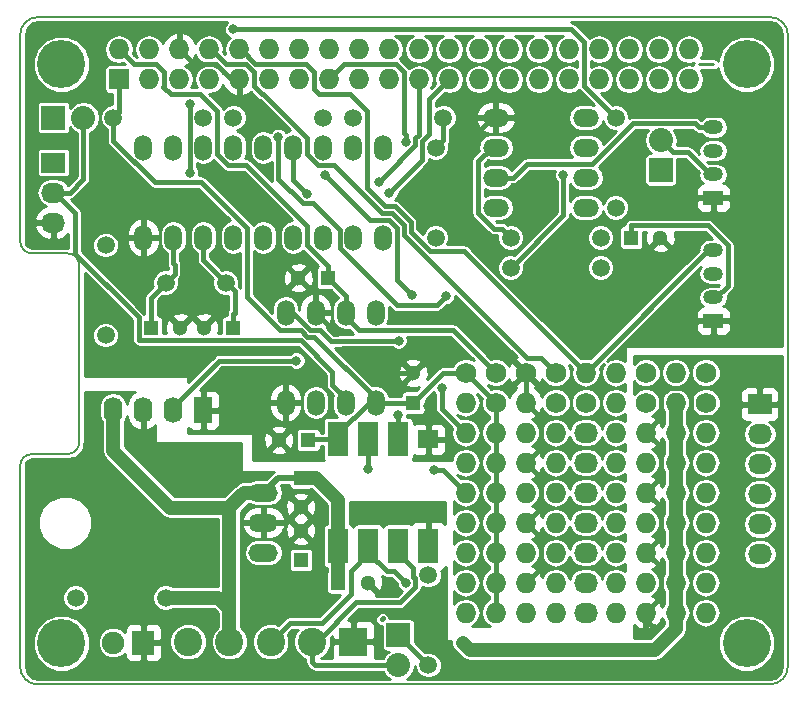
<source format=gbl>
G04 #@! TF.FileFunction,Copper,L2,Bot,Signal*
%FSLAX46Y46*%
G04 Gerber Fmt 4.6, Leading zero omitted, Abs format (unit mm)*
G04 Created by KiCad (PCBNEW 4.0.2+dfsg1-stable) date Mi 22 Feb 2017 19:20:00 CET*
%MOMM*%
G01*
G04 APERTURE LIST*
%ADD10C,0.100000*%
%ADD11C,0.150000*%
%ADD12C,4.064000*%
%ADD13R,1.727200X1.727200*%
%ADD14O,1.727200X1.727200*%
%ADD15O,1.501140X2.199640*%
%ADD16R,1.300000X1.300000*%
%ADD17C,1.300000*%
%ADD18C,1.500000*%
%ADD19R,1.900000X2.000000*%
%ADD20C,1.900000*%
%ADD21R,2.032000X2.032000*%
%ADD22O,2.032000X2.032000*%
%ADD23O,2.499360X1.501140*%
%ADD24R,1.800000X3.000000*%
%ADD25R,1.800000X1.500000*%
%ADD26O,2.199640X1.501140*%
%ADD27C,1.727200*%
%ADD28O,2.032000X1.727200*%
%ADD29R,2.032000X1.727200*%
%ADD30R,1.600200X2.197100*%
%ADD31O,1.600200X2.197100*%
%ADD32R,1.699260X1.198880*%
%ADD33O,1.699260X1.198880*%
%ADD34C,2.400000*%
%ADD35R,2.400000X2.400000*%
%ADD36C,0.800000*%
%ADD37C,1.200000*%
%ADD38C,0.250000*%
%ADD39C,0.381000*%
%ADD40C,1.160000*%
%ADD41C,0.508000*%
%ADD42C,0.254000*%
G04 APERTURE END LIST*
D10*
D11*
X129500000Y-71500000D02*
X191500000Y-71500000D01*
X128000000Y-90500000D02*
X128000000Y-73000000D01*
X128000000Y-90500000D02*
G75*
G03X129000000Y-91500000I1000000J0D01*
G01*
X129000000Y-91500000D02*
X132000000Y-91500000D01*
X133000000Y-92500000D02*
G75*
G03X132000000Y-91500000I-1000000J0D01*
G01*
X133000000Y-107500000D02*
X133000000Y-92500000D01*
X128000000Y-126500000D02*
X128000000Y-109500000D01*
X129000000Y-108500000D02*
X132000000Y-108500000D01*
X132000000Y-108500000D02*
G75*
G03X133000000Y-107500000I0J1000000D01*
G01*
X129000000Y-108500000D02*
G75*
G03X128000000Y-109500000I0J-1000000D01*
G01*
X191500000Y-128000000D02*
X129500000Y-128000000D01*
X193000000Y-73000000D02*
X193000000Y-126500000D01*
X129500000Y-71500000D02*
G75*
G03X128000000Y-73000000I0J-1500000D01*
G01*
X128000000Y-126500000D02*
G75*
G03X129500000Y-128000000I1500000J0D01*
G01*
X191500000Y-128000000D02*
G75*
G03X193000000Y-126500000I0J1500000D01*
G01*
X193000000Y-73000000D02*
G75*
G03X191500000Y-71500000I-1500000J0D01*
G01*
D12*
X131500000Y-124500000D03*
X131500000Y-75500000D03*
X189500000Y-75500000D03*
D13*
X136372600Y-76758800D03*
D14*
X136372600Y-74218800D03*
X138912600Y-76758800D03*
X138912600Y-74218800D03*
X141452600Y-76758800D03*
X141452600Y-74218800D03*
X143992600Y-76758800D03*
X143992600Y-74218800D03*
X146532600Y-76758800D03*
X146532600Y-74218800D03*
X149072600Y-76758800D03*
X149072600Y-74218800D03*
X151612600Y-76758800D03*
X151612600Y-74218800D03*
X154152600Y-76758800D03*
X154152600Y-74218800D03*
X156692600Y-76758800D03*
X156692600Y-74218800D03*
X159232600Y-76758800D03*
X159232600Y-74218800D03*
X161772600Y-76758800D03*
X161772600Y-74218800D03*
X164312600Y-76758800D03*
X164312600Y-74218800D03*
X166852600Y-76758800D03*
X166852600Y-74218800D03*
X169392600Y-76758800D03*
X169392600Y-74218800D03*
X171932600Y-76758800D03*
X171932600Y-74218800D03*
X174472600Y-76758800D03*
X174472600Y-74218800D03*
X177012600Y-76758800D03*
X177012600Y-74218800D03*
X179552600Y-76758800D03*
X179552600Y-74218800D03*
X182092600Y-76758800D03*
X182092600Y-74218800D03*
X184632600Y-76758800D03*
X184632600Y-74218800D03*
D15*
X150495000Y-96520000D03*
X153035000Y-96520000D03*
X155575000Y-96520000D03*
X158115000Y-96520000D03*
X158115000Y-104140000D03*
X155575000Y-104140000D03*
X153035000Y-104140000D03*
X150495000Y-104140000D03*
D16*
X161290000Y-104140000D03*
D17*
X161290000Y-101640000D03*
D18*
X146050000Y-80010000D03*
X153670000Y-80010000D03*
D16*
X146050000Y-97790000D03*
D17*
X143550000Y-97790000D03*
D16*
X139065000Y-97790000D03*
D17*
X141565000Y-97790000D03*
D16*
X179705000Y-90170000D03*
D17*
X182205000Y-90170000D03*
D18*
X163830000Y-80010000D03*
X156210000Y-80010000D03*
X135255000Y-90805000D03*
X135255000Y-98425000D03*
D16*
X154051000Y-93573600D03*
D17*
X151551000Y-93573600D03*
D18*
X135890000Y-80010000D03*
X143510000Y-80010000D03*
D12*
X189500000Y-124500000D03*
D16*
X151765000Y-117475000D03*
D17*
X151765000Y-114975000D03*
D16*
X151765000Y-110490000D03*
D17*
X151765000Y-112990000D03*
D19*
X138430000Y-124460000D03*
D20*
X135890000Y-124460000D03*
D21*
X160020000Y-123825000D03*
D22*
X160020000Y-126365000D03*
D18*
X132715000Y-120650000D03*
X140335000Y-120650000D03*
D23*
X148590000Y-114300000D03*
X148590000Y-111760000D03*
X148590000Y-116840000D03*
D24*
X154940000Y-107260000D03*
X157480000Y-107260000D03*
X160020000Y-107260000D03*
D25*
X162560000Y-107260000D03*
D24*
X162560000Y-116260000D03*
X160020000Y-116260000D03*
X157480000Y-116260000D03*
X154940000Y-116260000D03*
D18*
X145415000Y-93980000D03*
X140335000Y-93980000D03*
D15*
X158750000Y-90170000D03*
X156210000Y-90170000D03*
X153670000Y-90170000D03*
X151130000Y-90170000D03*
X148590000Y-90170000D03*
X146050000Y-90170000D03*
X143510000Y-90170000D03*
X140970000Y-90170000D03*
X138430000Y-90170000D03*
X138430000Y-82550000D03*
X140970000Y-82550000D03*
X143510000Y-82550000D03*
X146050000Y-82550000D03*
X148590000Y-82550000D03*
X151130000Y-82550000D03*
X153670000Y-82550000D03*
X156210000Y-82550000D03*
X158750000Y-82550000D03*
D26*
X168275000Y-87630000D03*
X168275000Y-85090000D03*
X168275000Y-82550000D03*
X168275000Y-80010000D03*
X175895000Y-80010000D03*
X175895000Y-82550000D03*
X175895000Y-85090000D03*
X175895000Y-87630000D03*
D18*
X162560000Y-126365000D03*
X162560000Y-118745000D03*
D27*
X175895000Y-104140000D03*
D28*
X175895000Y-106680000D03*
X175895000Y-109220000D03*
X175895000Y-111760000D03*
X175895000Y-114300000D03*
X175895000Y-116840000D03*
X175895000Y-119380000D03*
X175895000Y-121920000D03*
D27*
X180975000Y-104140000D03*
D14*
X178435000Y-104140000D03*
X180975000Y-106680000D03*
X178435000Y-106680000D03*
X180975000Y-109220000D03*
X178435000Y-109220000D03*
X180975000Y-111760000D03*
X178435000Y-111760000D03*
X180975000Y-114300000D03*
X178435000Y-114300000D03*
X180975000Y-116840000D03*
X178435000Y-116840000D03*
X180975000Y-119380000D03*
X178435000Y-119380000D03*
X180975000Y-121920000D03*
X178435000Y-121920000D03*
D27*
X186055000Y-104140000D03*
D14*
X183515000Y-104140000D03*
X186055000Y-106680000D03*
X183515000Y-106680000D03*
X186055000Y-109220000D03*
X183515000Y-109220000D03*
X186055000Y-111760000D03*
X183515000Y-111760000D03*
X186055000Y-114300000D03*
X183515000Y-114300000D03*
X186055000Y-116840000D03*
X183515000Y-116840000D03*
X186055000Y-119380000D03*
X183515000Y-119380000D03*
X186055000Y-121920000D03*
X183515000Y-121920000D03*
D29*
X190627000Y-104267000D03*
D28*
X190627000Y-106807000D03*
X190627000Y-109347000D03*
X190627000Y-111887000D03*
X190627000Y-114427000D03*
X190627000Y-116967000D03*
D18*
X163195000Y-82550000D03*
X163195000Y-90170000D03*
X177165000Y-92710000D03*
X169545000Y-92710000D03*
X178435000Y-87630000D03*
X178435000Y-80010000D03*
X177165000Y-90170000D03*
X169545000Y-90170000D03*
D27*
X168275000Y-104140000D03*
D14*
X165735000Y-104140000D03*
X168275000Y-106680000D03*
X165735000Y-106680000D03*
X168275000Y-109220000D03*
X165735000Y-109220000D03*
X168275000Y-111760000D03*
X165735000Y-111760000D03*
X168275000Y-114300000D03*
X165735000Y-114300000D03*
X168275000Y-116840000D03*
X165735000Y-116840000D03*
X168275000Y-119380000D03*
X165735000Y-119380000D03*
X168275000Y-121920000D03*
X165735000Y-121920000D03*
D27*
X173355000Y-104140000D03*
D14*
X170815000Y-104140000D03*
X173355000Y-106680000D03*
X170815000Y-106680000D03*
X173355000Y-109220000D03*
X170815000Y-109220000D03*
X173355000Y-111760000D03*
X170815000Y-111760000D03*
X173355000Y-114300000D03*
X170815000Y-114300000D03*
X173355000Y-116840000D03*
X170815000Y-116840000D03*
X173355000Y-119380000D03*
X170815000Y-119380000D03*
X173355000Y-121920000D03*
X170815000Y-121920000D03*
D21*
X130810000Y-80010000D03*
D22*
X133350000Y-80010000D03*
D16*
X152400000Y-107315000D03*
D17*
X149900000Y-107315000D03*
D16*
X154940000Y-119380000D03*
D17*
X157440000Y-119380000D03*
D30*
X143510000Y-104775000D03*
D31*
X140970000Y-104775000D03*
X138430000Y-104775000D03*
X135890000Y-104775000D03*
D32*
X186690000Y-86819740D03*
D33*
X186690000Y-84820760D03*
X186690000Y-82819240D03*
X186690000Y-80820260D03*
D27*
X165735000Y-101600000D03*
X168275000Y-101600000D03*
X170815000Y-101600000D03*
X173355000Y-101600000D03*
D14*
X175895000Y-101600000D03*
X178435000Y-101600000D03*
D27*
X180975000Y-101600000D03*
D14*
X183515000Y-101600000D03*
D27*
X186055000Y-101600000D03*
D32*
X186690000Y-97233740D03*
D33*
X186690000Y-95234760D03*
X186690000Y-93233240D03*
X186690000Y-91234260D03*
D21*
X182245000Y-84455000D03*
D22*
X182245000Y-81915000D03*
D29*
X130810000Y-83820000D03*
D28*
X130810000Y-86360000D03*
X130810000Y-88900000D03*
D34*
X152725000Y-124395000D03*
D35*
X156225000Y-124395000D03*
D34*
X149225000Y-124395000D03*
X145725000Y-124395000D03*
X142225000Y-124395000D03*
D36*
X165227000Y-84074000D03*
X165227000Y-85598000D03*
X165608000Y-89281000D03*
X166370000Y-90043000D03*
X161798000Y-97155000D03*
X154686000Y-98171000D03*
X155702000Y-100076000D03*
X162560000Y-104394000D03*
X175260000Y-97028000D03*
X151384000Y-100584000D03*
X160046600Y-98889093D03*
X160012273Y-105192339D03*
X157480000Y-109728000D03*
X162052000Y-122936000D03*
X184912000Y-124079000D03*
X181737000Y-123317000D03*
X162973482Y-113824482D03*
D37*
X165481000Y-124460000D03*
D36*
X146050000Y-72517000D03*
X142367000Y-84680480D03*
X142367000Y-78867000D03*
X164056100Y-95120137D03*
X149860000Y-81661000D03*
X161136326Y-95049986D03*
X163068000Y-109855000D03*
X153779645Y-84830851D03*
X160655000Y-82042000D03*
X163703000Y-102870000D03*
X152295074Y-86443655D03*
X158369000Y-85471000D03*
X159258000Y-86360000D03*
X173990000Y-84836000D03*
X160650552Y-119408088D03*
D38*
X186700000Y-75500000D02*
X185500000Y-75500000D01*
D39*
X158691599Y-122418499D02*
X158613499Y-122496599D01*
X146164999Y-96532001D02*
X146050000Y-96647000D01*
X146050000Y-96647000D02*
X146050000Y-97790000D01*
X145415000Y-93980000D02*
X146164999Y-94729999D01*
X146164999Y-94729999D02*
X146164999Y-96532001D01*
X145415000Y-93980000D02*
X143510000Y-92075000D01*
X143510000Y-92075000D02*
X143510000Y-90170000D01*
X165227000Y-84074000D02*
X165227000Y-82708750D01*
X165227000Y-82708750D02*
X167925750Y-80010000D01*
X167925750Y-80010000D02*
X168275000Y-80010000D01*
X165608000Y-89281000D02*
X165608000Y-85979000D01*
X165608000Y-85979000D02*
X165227000Y-85598000D01*
X175260000Y-97028000D02*
X172175058Y-97028000D01*
X172175058Y-97028000D02*
X166370000Y-91222942D01*
X166370000Y-91222942D02*
X166370000Y-90043000D01*
X170815000Y-101600000D02*
X166370000Y-97155000D01*
X166370000Y-97155000D02*
X165686070Y-97155000D01*
X165686070Y-97155000D02*
X161798000Y-97155000D01*
X153035000Y-96520000D02*
X153035000Y-95057600D01*
X153035000Y-95057600D02*
X151551000Y-93573600D01*
X154686000Y-98171000D02*
X153035000Y-96520000D01*
X161290000Y-101640000D02*
X157266000Y-101640000D01*
X157266000Y-101640000D02*
X155702000Y-100076000D01*
X175260000Y-97028000D02*
X182118000Y-90170000D01*
X182118000Y-90170000D02*
X182205000Y-90170000D01*
X162560000Y-107260000D02*
X162560000Y-104394000D01*
X170815000Y-101600000D02*
X170815000Y-104140000D01*
X146532600Y-76758800D02*
X145848670Y-76758800D01*
X145848670Y-76758800D02*
X144562771Y-75472901D01*
X144562771Y-75472901D02*
X142706701Y-75472901D01*
X142706701Y-75472901D02*
X142316199Y-75082399D01*
X142316199Y-75082399D02*
X141452600Y-74218800D01*
X170815000Y-109220000D02*
X172069101Y-107965899D01*
X172069101Y-107965899D02*
X172069101Y-105394101D01*
X172069101Y-105394101D02*
X171678599Y-105003599D01*
X171678599Y-105003599D02*
X170815000Y-104140000D01*
X170815000Y-114300000D02*
X172069101Y-113045899D01*
X172069101Y-113045899D02*
X172069101Y-110474101D01*
X172069101Y-110474101D02*
X171678599Y-110083599D01*
X171678599Y-110083599D02*
X170815000Y-109220000D01*
X170815000Y-119380000D02*
X172069101Y-118125899D01*
X172069101Y-118125899D02*
X172069101Y-115554101D01*
X172069101Y-115554101D02*
X171678599Y-115163599D01*
X171678599Y-115163599D02*
X170815000Y-114300000D01*
X140335000Y-93980000D02*
X139065000Y-95250000D01*
X139065000Y-95250000D02*
X139065000Y-97790000D01*
X141084999Y-92468001D02*
X140970000Y-92353002D01*
X140970000Y-92353002D02*
X140970000Y-90170000D01*
X140335000Y-93980000D02*
X141084999Y-93230001D01*
X141084999Y-93230001D02*
X141084999Y-92468001D01*
X161290000Y-104140000D02*
X159246570Y-104140000D01*
X159246570Y-104140000D02*
X158115000Y-104140000D01*
X147191080Y-95179060D02*
X147191080Y-89348100D01*
X150022350Y-98010330D02*
X147191080Y-95179060D01*
X147191080Y-89348100D02*
X143313980Y-85471000D01*
X152321688Y-98591341D02*
X151740678Y-98010330D01*
X143313980Y-85471000D02*
X139388020Y-85471000D01*
X152915591Y-98591341D02*
X152321688Y-98591341D01*
X158115000Y-103790750D02*
X152915591Y-98591341D01*
X139388020Y-85471000D02*
X135890000Y-81972980D01*
X135890000Y-81070660D02*
X135890000Y-80010000D01*
X151740678Y-98010330D02*
X150022350Y-98010330D01*
X135890000Y-81972980D02*
X135890000Y-81070660D01*
X158115000Y-104140000D02*
X157537980Y-104140000D01*
X157537980Y-104140000D02*
X154940000Y-106737980D01*
X154940000Y-106737980D02*
X154940000Y-107260000D01*
X163830000Y-80010000D02*
X163830000Y-81915000D01*
X163830000Y-81915000D02*
X163195000Y-82550000D01*
X163350502Y-102079498D02*
X161290000Y-104140000D01*
X163830000Y-101600000D02*
X163350502Y-102079498D01*
X165735000Y-101600000D02*
X163830000Y-101600000D01*
X186690000Y-95234760D02*
X186940190Y-95234760D01*
X186940190Y-95234760D02*
X187930140Y-94244810D01*
X187930140Y-94244810D02*
X187930140Y-90824210D01*
X186235429Y-89129499D02*
X179714501Y-89129499D01*
X187930140Y-90824210D02*
X186235429Y-89129499D01*
X179714501Y-89129499D02*
X179705000Y-89139000D01*
X179705000Y-89139000D02*
X179705000Y-90170000D01*
X136372600Y-76758800D02*
X136372600Y-79527400D01*
X136372600Y-79527400D02*
X135890000Y-80010000D01*
X168275000Y-104140000D02*
X165735000Y-101600000D01*
X168275000Y-106680000D02*
X168275000Y-104140000D01*
X168275000Y-109220000D02*
X168275000Y-106680000D01*
X168275000Y-111760000D02*
X168275000Y-109220000D01*
X168275000Y-114300000D02*
X168275000Y-111760000D01*
X168275000Y-116840000D02*
X168275000Y-114300000D01*
X168275000Y-119380000D02*
X168275000Y-116840000D01*
X168275000Y-121920000D02*
X168275000Y-119380000D01*
X154940000Y-107260000D02*
X155090000Y-107260000D01*
X154940000Y-107260000D02*
X152455000Y-107260000D01*
X152455000Y-107260000D02*
X152400000Y-107315000D01*
X156716080Y-98010330D02*
X155575000Y-96869250D01*
X155575000Y-96869250D02*
X155575000Y-96520000D01*
X164663835Y-97988835D02*
X159041730Y-97988835D01*
X168275000Y-101600000D02*
X164663835Y-97988835D01*
X159041730Y-97988835D02*
X159020235Y-98010330D01*
X159020235Y-98010330D02*
X156716080Y-98010330D01*
X140970000Y-104775000D02*
X140970000Y-104476550D01*
X140970000Y-104476550D02*
X144862550Y-100584000D01*
X144862550Y-100584000D02*
X151384000Y-100584000D01*
X140132735Y-77394735D02*
X140166701Y-77360769D01*
X137626701Y-75472901D02*
X137236199Y-75082399D01*
X140166701Y-77360769D02*
X140166701Y-76156831D01*
X140166701Y-76156831D02*
X139482771Y-75472901D01*
X139482771Y-75472901D02*
X137626701Y-75472901D01*
X137236199Y-75082399D02*
X136372600Y-74218800D01*
X140750901Y-78012901D02*
X140132735Y-77394735D01*
X154051000Y-93573600D02*
X154051000Y-92542600D01*
X145577350Y-84040330D02*
X144653000Y-83115980D01*
X154051000Y-92542600D02*
X152271080Y-90762680D01*
X143200843Y-78012901D02*
X140750901Y-78012901D01*
X152271080Y-90762680D02*
X152271080Y-89152080D01*
X152271080Y-89152080D02*
X147159330Y-84040330D01*
X144653000Y-79465058D02*
X143200843Y-78012901D01*
X147159330Y-84040330D02*
X145577350Y-84040330D01*
X144653000Y-83115980D02*
X144653000Y-79465058D01*
X155575000Y-96520000D02*
X155575000Y-95097600D01*
X155575000Y-95097600D02*
X154051000Y-93573600D01*
X155575000Y-103790750D02*
X155575000Y-104140000D01*
X154443430Y-102659180D02*
X155575000Y-103790750D01*
X138102599Y-98830501D02*
X151739176Y-98830501D01*
X138024499Y-98752401D02*
X138102599Y-98830501D01*
X151739176Y-98830501D02*
X154443430Y-101534755D01*
X138024499Y-96936171D02*
X138024499Y-98752401D01*
X132657020Y-88054620D02*
X132657020Y-91568692D01*
X130962400Y-86360000D02*
X132657020Y-88054620D01*
X132657020Y-91568692D02*
X138024499Y-96936171D01*
X130810000Y-86360000D02*
X130962400Y-86360000D01*
X154443430Y-101534755D02*
X154443430Y-102659180D01*
X130810000Y-86360000D02*
X132207000Y-86360000D01*
X133350000Y-81446840D02*
X133350000Y-80010000D01*
X132207000Y-86360000D02*
X133350000Y-85217000D01*
X133350000Y-85217000D02*
X133350000Y-81446840D01*
X154306559Y-98961501D02*
X155065441Y-98961501D01*
X153355388Y-98010330D02*
X154306559Y-98961501D01*
X152562350Y-98010330D02*
X153355388Y-98010330D01*
X151072020Y-96520000D02*
X152562350Y-98010330D01*
X150495000Y-96520000D02*
X151072020Y-96520000D01*
X155065441Y-98961501D02*
X155137849Y-98889093D01*
X159480915Y-98889093D02*
X160046600Y-98889093D01*
X155137849Y-98889093D02*
X159480915Y-98889093D01*
X160020000Y-107260000D02*
X160020000Y-105200066D01*
X160020000Y-105200066D02*
X160012273Y-105192339D01*
X157480000Y-107260000D02*
X157480000Y-109728000D01*
X165608000Y-126746000D02*
X165608000Y-126492000D01*
X165608000Y-126492000D02*
X162052000Y-122936000D01*
X183134000Y-126746000D02*
X165608000Y-126746000D01*
X184091570Y-125788430D02*
X183134000Y-126746000D01*
X184912000Y-124079000D02*
X184091570Y-124899430D01*
X184091570Y-124899430D02*
X184091570Y-125788430D01*
X180975000Y-121920000D02*
X180975000Y-122555000D01*
X180975000Y-122555000D02*
X181737000Y-123317000D01*
X189230000Y-104267000D02*
X190627000Y-104267000D01*
X188102899Y-105394101D02*
X189230000Y-104267000D01*
X185421233Y-105394101D02*
X188102899Y-105394101D01*
X184769101Y-104741969D02*
X185421233Y-105394101D01*
X184769101Y-103538031D02*
X184769101Y-104741969D01*
X184116969Y-102885899D02*
X184769101Y-103538031D01*
X182260899Y-103538031D02*
X182913031Y-102885899D01*
X182260899Y-105394101D02*
X182260899Y-103538031D01*
X180975000Y-106680000D02*
X182260899Y-105394101D01*
X182913031Y-102885899D02*
X184116969Y-102885899D01*
X162560000Y-116260000D02*
X162560000Y-114237964D01*
X162573483Y-114224481D02*
X162973482Y-113824482D01*
X162560000Y-114237964D02*
X162573483Y-114224481D01*
X180975000Y-116840000D02*
X182229101Y-118094101D01*
X182229101Y-118094101D02*
X182229101Y-120665899D01*
X182229101Y-120665899D02*
X181838599Y-121056401D01*
X181838599Y-121056401D02*
X180975000Y-121920000D01*
X180975000Y-111760000D02*
X182229101Y-113014101D01*
X182229101Y-113014101D02*
X182229101Y-115585899D01*
X182229101Y-115585899D02*
X181838599Y-115976401D01*
X181838599Y-115976401D02*
X180975000Y-116840000D01*
X180975000Y-106680000D02*
X182229101Y-107934101D01*
X182229101Y-107934101D02*
X182229101Y-110505899D01*
X182229101Y-110505899D02*
X181838599Y-110896401D01*
X181838599Y-110896401D02*
X180975000Y-111760000D01*
D40*
X166080999Y-125059999D02*
X165481000Y-124460000D01*
X181740405Y-125059999D02*
X166080999Y-125059999D01*
X183515000Y-123285404D02*
X181740405Y-125059999D01*
X183515000Y-121920000D02*
X183515000Y-123285404D01*
X145725000Y-121595000D02*
X145725000Y-120523000D01*
X145725000Y-120523000D02*
X145725000Y-112974000D01*
X154940000Y-119380000D02*
X154940000Y-118745000D01*
X154940000Y-116260000D02*
X154940000Y-112395000D01*
X153035000Y-110490000D02*
X151765000Y-110490000D01*
X154940000Y-112395000D02*
X153035000Y-110490000D01*
X154940000Y-118745000D02*
X154940000Y-116260000D01*
X183515000Y-119380000D02*
X183515000Y-121920000D01*
X183515000Y-116840000D02*
X183515000Y-119380000D01*
X183515000Y-114300000D02*
X183515000Y-116840000D01*
X183515000Y-111760000D02*
X183515000Y-114300000D01*
X183515000Y-109220000D02*
X183515000Y-111760000D01*
X183515000Y-106680000D02*
X183515000Y-109220000D01*
X183515000Y-104140000D02*
X183515000Y-106680000D01*
X140335000Y-120650000D02*
X144780000Y-120650000D01*
X144780000Y-120650000D02*
X145725000Y-121595000D01*
X135890000Y-104775000D02*
X135890000Y-108204000D01*
X145725000Y-113030000D02*
X145725000Y-112974000D01*
X140716000Y-113030000D02*
X145725000Y-113030000D01*
X135890000Y-108204000D02*
X140716000Y-113030000D01*
X145725000Y-124395000D02*
X145725000Y-121595000D01*
X146939000Y-111760000D02*
X148590000Y-111760000D01*
X145725000Y-112974000D02*
X146939000Y-111760000D01*
D41*
X148590000Y-111760000D02*
X147955000Y-111760000D01*
X148590000Y-111760000D02*
X149860000Y-110490000D01*
X149860000Y-110490000D02*
X151765000Y-110490000D01*
D39*
X146050000Y-72517000D02*
X174626870Y-72517000D01*
X174626870Y-72517000D02*
X175726701Y-73616831D01*
X175726701Y-73616831D02*
X175726701Y-77301701D01*
X175726701Y-77301701D02*
X177685001Y-79260001D01*
X177685001Y-79260001D02*
X178435000Y-80010000D01*
X168275000Y-82550000D02*
X167925750Y-82550000D01*
X167925750Y-82550000D02*
X166784670Y-83691080D01*
X166784670Y-83691080D02*
X166784670Y-88102650D01*
X166784670Y-88102650D02*
X168102021Y-89420001D01*
X168102021Y-89420001D02*
X168795001Y-89420001D01*
X168795001Y-89420001D02*
X169545000Y-90170000D01*
X142367000Y-78867000D02*
X142367000Y-84680480D01*
X144130342Y-74218800D02*
X143992600Y-74218800D01*
X145416241Y-75504699D02*
X144130342Y-74218800D01*
X147786701Y-76156831D02*
X147134569Y-75504699D01*
X147134569Y-75504699D02*
X145416241Y-75504699D01*
X148470631Y-78012901D02*
X147786701Y-77328971D01*
X152271080Y-83114060D02*
X152271080Y-81728100D01*
X152271080Y-81728100D02*
X148555881Y-78012901D01*
X148555881Y-78012901D02*
X148470631Y-78012901D01*
X147786701Y-77328971D02*
X147786701Y-76156831D01*
X159463312Y-88098659D02*
X158641639Y-88098659D01*
X158641639Y-88098659D02*
X154583310Y-84040330D01*
X153197350Y-84040330D02*
X152271080Y-83114060D01*
X173355000Y-101600000D02*
X172100899Y-100345899D01*
X172100899Y-100345899D02*
X170888879Y-100345899D01*
X170888879Y-100345899D02*
X160472091Y-89929109D01*
X154583310Y-84040330D02*
X153197350Y-84040330D01*
X160472091Y-89107438D02*
X159463312Y-88098659D01*
X160472091Y-89929109D02*
X160472091Y-89107438D01*
X146670342Y-74218800D02*
X146532600Y-74218800D01*
X152866701Y-77555701D02*
X152866701Y-76158701D01*
X159703974Y-87517648D02*
X158882300Y-87517648D01*
X155900843Y-78012901D02*
X153323901Y-78012901D01*
X157351080Y-79463138D02*
X155900843Y-78012901D01*
X147924443Y-75472901D02*
X146670342Y-74218800D01*
X158882300Y-87517648D02*
X157351080Y-85986428D01*
X161053102Y-88866776D02*
X159703974Y-87517648D01*
X161053102Y-89688449D02*
X161053102Y-88866776D01*
X162675154Y-91310501D02*
X161053102Y-89688449D01*
X153323901Y-78012901D02*
X152866701Y-77555701D01*
X175895000Y-101600000D02*
X165605501Y-91310501D01*
X152180901Y-75472901D02*
X147924443Y-75472901D01*
X165605501Y-91310501D02*
X162675154Y-91310501D01*
X157351080Y-85986428D02*
X157351080Y-79463138D01*
X152866701Y-76158701D02*
X152180901Y-75472901D01*
X175895000Y-101600000D02*
X186260740Y-91234260D01*
X186260740Y-91234260D02*
X186690000Y-91234260D01*
X163656101Y-95520136D02*
X164056100Y-95120137D01*
X163265513Y-95910724D02*
X163656101Y-95520136D01*
X159886075Y-95910724D02*
X163265513Y-95910724D01*
X155068920Y-89536920D02*
X155068920Y-91093569D01*
X155068920Y-91093569D02*
X159886075Y-95910724D01*
X151915633Y-87234156D02*
X152766156Y-87234156D01*
X152766156Y-87234156D02*
X155068920Y-89536920D01*
X149860000Y-85178523D02*
X151915633Y-87234156D01*
X149860000Y-81661000D02*
X149860000Y-85178523D01*
X159891080Y-93804740D02*
X160736327Y-94649987D01*
X159222650Y-88679670D02*
X159891080Y-89348100D01*
X157628464Y-88679670D02*
X159222650Y-88679670D01*
X153779645Y-84830851D02*
X157628464Y-88679670D01*
X160736327Y-94649987D02*
X161136326Y-95049986D01*
X159891080Y-89348100D02*
X159891080Y-93804740D01*
X163068000Y-109855000D02*
X163830000Y-109855000D01*
X163830000Y-109855000D02*
X165735000Y-111760000D01*
X160655000Y-82042000D02*
X160655000Y-81476315D01*
X160655000Y-81476315D02*
X160518499Y-81339814D01*
X155016199Y-75895201D02*
X154152600Y-76758800D01*
X160518499Y-81339814D02*
X160518499Y-76188629D01*
X155406701Y-75504699D02*
X155016199Y-75895201D01*
X160518499Y-76188629D02*
X159834569Y-75504699D01*
X159834569Y-75504699D02*
X155406701Y-75504699D01*
X165735000Y-106680000D02*
X163703000Y-104648000D01*
X163703000Y-104648000D02*
X163703000Y-102870000D01*
X151895075Y-86043656D02*
X152295074Y-86443655D01*
X151130000Y-82550000D02*
X151130000Y-85278581D01*
X151130000Y-85278581D02*
X151895075Y-86043656D01*
X158768999Y-85071001D02*
X158369000Y-85471000D01*
X161473488Y-82366512D02*
X158768999Y-85071001D01*
X161772600Y-76758800D02*
X161772600Y-81462785D01*
X161772600Y-81462785D02*
X161473488Y-81761897D01*
X161473488Y-81761897D02*
X161473488Y-82366512D01*
X164312600Y-76758800D02*
X162647559Y-78423841D01*
X162647559Y-78423841D02*
X162647559Y-81409499D01*
X162647559Y-81409499D02*
X162054499Y-82002559D01*
X162054499Y-82002559D02*
X162054499Y-83563501D01*
X162054499Y-83563501D02*
X159258000Y-86360000D01*
X161810001Y-125615001D02*
X160020000Y-123825000D01*
X162560000Y-126365000D02*
X161810001Y-125615001D01*
X160170095Y-121058489D02*
X159131000Y-121058489D01*
X160020000Y-116860000D02*
X161301000Y-118141000D01*
X161441054Y-119787530D02*
X160170095Y-121058489D01*
X160020000Y-116260000D02*
X160020000Y-116860000D01*
X161301000Y-118141000D02*
X161301000Y-118888592D01*
X161441054Y-119028646D02*
X161441054Y-119787530D01*
X159131000Y-121058489D02*
X156458609Y-121058489D01*
X161301000Y-118888592D02*
X161441054Y-119028646D01*
X156458609Y-121058489D02*
X153122098Y-124395000D01*
X153122098Y-124395000D02*
X152725000Y-124395000D01*
X160020000Y-116260000D02*
X160020000Y-115660000D01*
X160020000Y-116260000D02*
X160170000Y-116260000D01*
X152725000Y-124395000D02*
X152725000Y-126092056D01*
X152725000Y-126092056D02*
X152997944Y-126365000D01*
X152997944Y-126365000D02*
X158583160Y-126365000D01*
X158583160Y-126365000D02*
X160020000Y-126365000D01*
X186690000Y-84820760D02*
X186439810Y-84820760D01*
X186439810Y-84820760D02*
X184550049Y-82930999D01*
X184550049Y-82930999D02*
X183260999Y-82930999D01*
X183260999Y-82930999D02*
X182245000Y-81915000D01*
X169545000Y-92710000D02*
X173990000Y-88265000D01*
X173990000Y-88265000D02*
X173990000Y-84836000D01*
X186690000Y-80820260D02*
X185459370Y-80820260D01*
X185459370Y-80820260D02*
X185147609Y-80508499D01*
X170896900Y-83948920D02*
X169755820Y-85090000D01*
X185147609Y-80508499D02*
X179899481Y-80508499D01*
X179899481Y-80508499D02*
X176459060Y-83948920D01*
X176459060Y-83948920D02*
X170896900Y-83948920D01*
X169755820Y-85090000D02*
X168275000Y-85090000D01*
X159660455Y-118417991D02*
X160250553Y-119008089D01*
X157480000Y-116860000D02*
X159037991Y-118417991D01*
X159037991Y-118417991D02*
X159660455Y-118417991D01*
X160250553Y-119008089D02*
X160650552Y-119408088D01*
X157480000Y-116260000D02*
X157480000Y-116860000D01*
X153518403Y-122804499D02*
X150815501Y-122804499D01*
X150815501Y-122804499D02*
X150424999Y-123195001D01*
X157480000Y-116860000D02*
X155980501Y-118359499D01*
X155980501Y-118359499D02*
X155980501Y-120342401D01*
X155980501Y-120342401D02*
X153518403Y-122804499D01*
X150424999Y-123195001D02*
X149225000Y-124395000D01*
X157480000Y-116260000D02*
X157480000Y-116967000D01*
X157480000Y-116260000D02*
X157630000Y-116260000D01*
X157330000Y-116260000D02*
X157480000Y-116260000D01*
D42*
G36*
X192544000Y-126455087D02*
X192456277Y-126896103D01*
X192231902Y-127231902D01*
X191896103Y-127456277D01*
X191455088Y-127544000D01*
X160749089Y-127544000D01*
X161035197Y-127352828D01*
X161338029Y-126899609D01*
X161428932Y-126442610D01*
X161428804Y-126588983D01*
X161600625Y-127004823D01*
X161918503Y-127323256D01*
X162334043Y-127495804D01*
X162783983Y-127496196D01*
X163199823Y-127324375D01*
X163518256Y-127006497D01*
X163690804Y-126590957D01*
X163691196Y-126141017D01*
X163519375Y-125725177D01*
X163201497Y-125406744D01*
X162785957Y-125234196D01*
X162336017Y-125233804D01*
X162265970Y-125262747D01*
X162214113Y-125210889D01*
X162214110Y-125210887D01*
X161424464Y-124421241D01*
X161424464Y-122809000D01*
X161397897Y-122667810D01*
X161314454Y-122538135D01*
X161187134Y-122451141D01*
X161036000Y-122420536D01*
X159262695Y-122420536D01*
X159263100Y-122418499D01*
X159219596Y-122199796D01*
X159095710Y-122014388D01*
X158910302Y-121890502D01*
X158691599Y-121846998D01*
X158472896Y-121890502D01*
X158287487Y-122014388D01*
X158209387Y-122092487D01*
X158085502Y-122277896D01*
X158041998Y-122496599D01*
X158085502Y-122715302D01*
X158209387Y-122900711D01*
X158394796Y-123024596D01*
X158613499Y-123068100D01*
X158615536Y-123067695D01*
X158615536Y-124841000D01*
X158642103Y-124982190D01*
X158725546Y-125111865D01*
X158852866Y-125198859D01*
X159004000Y-125229464D01*
X159225863Y-125229464D01*
X159004803Y-125377172D01*
X158726621Y-125793500D01*
X158030098Y-125793500D01*
X158060000Y-125721310D01*
X158060000Y-124680750D01*
X157901250Y-124522000D01*
X156352000Y-124522000D01*
X156352000Y-124542000D01*
X156098000Y-124542000D01*
X156098000Y-124522000D01*
X154548750Y-124522000D01*
X154390000Y-124680750D01*
X154390000Y-125721310D01*
X154419902Y-125793500D01*
X153480447Y-125793500D01*
X153619395Y-125736088D01*
X154064525Y-125291734D01*
X154305725Y-124710860D01*
X154306274Y-124081899D01*
X154287897Y-124037424D01*
X154390000Y-123935322D01*
X154390000Y-124109250D01*
X154548750Y-124268000D01*
X156098000Y-124268000D01*
X156098000Y-122718750D01*
X156352000Y-122718750D01*
X156352000Y-124268000D01*
X157901250Y-124268000D01*
X158060000Y-124109250D01*
X158060000Y-123068690D01*
X157963327Y-122835301D01*
X157784698Y-122656673D01*
X157551309Y-122560000D01*
X156510750Y-122560000D01*
X156352000Y-122718750D01*
X156098000Y-122718750D01*
X155939250Y-122560000D01*
X155765321Y-122560000D01*
X156695332Y-121629989D01*
X160170090Y-121629989D01*
X160170095Y-121629990D01*
X160352513Y-121593704D01*
X160388799Y-121586486D01*
X160574207Y-121462601D01*
X161845163Y-120191644D01*
X161845166Y-120191642D01*
X161969051Y-120006234D01*
X162012554Y-119787530D01*
X162012554Y-119742310D01*
X162334043Y-119875804D01*
X162783983Y-119876196D01*
X163199823Y-119704375D01*
X163518256Y-119386497D01*
X163690804Y-118970957D01*
X163691196Y-118521017D01*
X163631408Y-118376319D01*
X163819698Y-118298327D01*
X163998327Y-118119699D01*
X164018037Y-118072116D01*
X164084007Y-124207366D01*
X164094544Y-124256665D01*
X164123431Y-124297981D01*
X164166116Y-124324804D01*
X164211000Y-124333000D01*
X164500111Y-124333000D01*
X164499830Y-124654277D01*
X164648864Y-125014966D01*
X164924583Y-125291166D01*
X164973361Y-125311420D01*
X165401467Y-125739526D01*
X165401469Y-125739529D01*
X165713240Y-125947847D01*
X165774256Y-125959984D01*
X166080999Y-126021000D01*
X166081004Y-126020999D01*
X181740400Y-126020999D01*
X181740405Y-126021000D01*
X182047148Y-125959984D01*
X182108164Y-125947847D01*
X182419935Y-125739529D01*
X183181593Y-124977870D01*
X187086583Y-124977870D01*
X187453166Y-125865069D01*
X188131361Y-126544449D01*
X189017919Y-126912580D01*
X189977870Y-126913417D01*
X190865069Y-126546834D01*
X191544449Y-125868639D01*
X191912580Y-124982081D01*
X191913417Y-124022130D01*
X191546834Y-123134931D01*
X190868639Y-122455551D01*
X189982081Y-122087420D01*
X189022130Y-122086583D01*
X188134931Y-122453166D01*
X187455551Y-123131361D01*
X187087420Y-124017919D01*
X187086583Y-124977870D01*
X183181593Y-124977870D01*
X184194527Y-123964936D01*
X184194530Y-123964934D01*
X184402848Y-123653163D01*
X184476000Y-123285404D01*
X184476000Y-122703320D01*
X184664860Y-122420671D01*
X184759600Y-121944383D01*
X184759600Y-121895617D01*
X184810400Y-121895617D01*
X184810400Y-121944383D01*
X184905140Y-122420671D01*
X185174935Y-122824448D01*
X185578712Y-123094243D01*
X186055000Y-123188983D01*
X186531288Y-123094243D01*
X186935065Y-122824448D01*
X187204860Y-122420671D01*
X187299600Y-121944383D01*
X187299600Y-121895617D01*
X187204860Y-121419329D01*
X186935065Y-121015552D01*
X186531288Y-120745757D01*
X186055000Y-120651017D01*
X185578712Y-120745757D01*
X185174935Y-121015552D01*
X184905140Y-121419329D01*
X184810400Y-121895617D01*
X184759600Y-121895617D01*
X184664860Y-121419329D01*
X184476000Y-121136680D01*
X184476000Y-120163320D01*
X184664860Y-119880671D01*
X184759600Y-119404383D01*
X184759600Y-119355617D01*
X184810400Y-119355617D01*
X184810400Y-119404383D01*
X184905140Y-119880671D01*
X185174935Y-120284448D01*
X185578712Y-120554243D01*
X186055000Y-120648983D01*
X186531288Y-120554243D01*
X186935065Y-120284448D01*
X187204860Y-119880671D01*
X187299600Y-119404383D01*
X187299600Y-119355617D01*
X187204860Y-118879329D01*
X186935065Y-118475552D01*
X186531288Y-118205757D01*
X186055000Y-118111017D01*
X185578712Y-118205757D01*
X185174935Y-118475552D01*
X184905140Y-118879329D01*
X184810400Y-119355617D01*
X184759600Y-119355617D01*
X184664860Y-118879329D01*
X184476000Y-118596680D01*
X184476000Y-117623320D01*
X184664860Y-117340671D01*
X184759600Y-116864383D01*
X184759600Y-116815617D01*
X184810400Y-116815617D01*
X184810400Y-116864383D01*
X184905140Y-117340671D01*
X185174935Y-117744448D01*
X185578712Y-118014243D01*
X186055000Y-118108983D01*
X186531288Y-118014243D01*
X186935065Y-117744448D01*
X187204860Y-117340671D01*
X187279188Y-116967000D01*
X189202631Y-116967000D01*
X189297371Y-117443288D01*
X189567166Y-117847065D01*
X189970943Y-118116860D01*
X190447231Y-118211600D01*
X190806769Y-118211600D01*
X191283057Y-118116860D01*
X191686834Y-117847065D01*
X191956629Y-117443288D01*
X192051369Y-116967000D01*
X191956629Y-116490712D01*
X191686834Y-116086935D01*
X191283057Y-115817140D01*
X190806769Y-115722400D01*
X190447231Y-115722400D01*
X189970943Y-115817140D01*
X189567166Y-116086935D01*
X189297371Y-116490712D01*
X189202631Y-116967000D01*
X187279188Y-116967000D01*
X187299600Y-116864383D01*
X187299600Y-116815617D01*
X187204860Y-116339329D01*
X186935065Y-115935552D01*
X186531288Y-115665757D01*
X186055000Y-115571017D01*
X185578712Y-115665757D01*
X185174935Y-115935552D01*
X184905140Y-116339329D01*
X184810400Y-116815617D01*
X184759600Y-116815617D01*
X184664860Y-116339329D01*
X184476000Y-116056680D01*
X184476000Y-115083320D01*
X184664860Y-114800671D01*
X184759600Y-114324383D01*
X184759600Y-114275617D01*
X184810400Y-114275617D01*
X184810400Y-114324383D01*
X184905140Y-114800671D01*
X185174935Y-115204448D01*
X185578712Y-115474243D01*
X186055000Y-115568983D01*
X186531288Y-115474243D01*
X186935065Y-115204448D01*
X187204860Y-114800671D01*
X187279188Y-114427000D01*
X189202631Y-114427000D01*
X189297371Y-114903288D01*
X189567166Y-115307065D01*
X189970943Y-115576860D01*
X190447231Y-115671600D01*
X190806769Y-115671600D01*
X191283057Y-115576860D01*
X191686834Y-115307065D01*
X191956629Y-114903288D01*
X192051369Y-114427000D01*
X191956629Y-113950712D01*
X191686834Y-113546935D01*
X191283057Y-113277140D01*
X190806769Y-113182400D01*
X190447231Y-113182400D01*
X189970943Y-113277140D01*
X189567166Y-113546935D01*
X189297371Y-113950712D01*
X189202631Y-114427000D01*
X187279188Y-114427000D01*
X187299600Y-114324383D01*
X187299600Y-114275617D01*
X187204860Y-113799329D01*
X186935065Y-113395552D01*
X186531288Y-113125757D01*
X186055000Y-113031017D01*
X185578712Y-113125757D01*
X185174935Y-113395552D01*
X184905140Y-113799329D01*
X184810400Y-114275617D01*
X184759600Y-114275617D01*
X184664860Y-113799329D01*
X184476000Y-113516680D01*
X184476000Y-112543320D01*
X184664860Y-112260671D01*
X184759600Y-111784383D01*
X184759600Y-111735617D01*
X184810400Y-111735617D01*
X184810400Y-111784383D01*
X184905140Y-112260671D01*
X185174935Y-112664448D01*
X185578712Y-112934243D01*
X186055000Y-113028983D01*
X186531288Y-112934243D01*
X186935065Y-112664448D01*
X187204860Y-112260671D01*
X187279188Y-111887000D01*
X189202631Y-111887000D01*
X189297371Y-112363288D01*
X189567166Y-112767065D01*
X189970943Y-113036860D01*
X190447231Y-113131600D01*
X190806769Y-113131600D01*
X191283057Y-113036860D01*
X191686834Y-112767065D01*
X191956629Y-112363288D01*
X192051369Y-111887000D01*
X191956629Y-111410712D01*
X191686834Y-111006935D01*
X191283057Y-110737140D01*
X190806769Y-110642400D01*
X190447231Y-110642400D01*
X189970943Y-110737140D01*
X189567166Y-111006935D01*
X189297371Y-111410712D01*
X189202631Y-111887000D01*
X187279188Y-111887000D01*
X187299600Y-111784383D01*
X187299600Y-111735617D01*
X187204860Y-111259329D01*
X186935065Y-110855552D01*
X186531288Y-110585757D01*
X186055000Y-110491017D01*
X185578712Y-110585757D01*
X185174935Y-110855552D01*
X184905140Y-111259329D01*
X184810400Y-111735617D01*
X184759600Y-111735617D01*
X184664860Y-111259329D01*
X184476000Y-110976680D01*
X184476000Y-110003320D01*
X184664860Y-109720671D01*
X184759600Y-109244383D01*
X184759600Y-109195617D01*
X184810400Y-109195617D01*
X184810400Y-109244383D01*
X184905140Y-109720671D01*
X185174935Y-110124448D01*
X185578712Y-110394243D01*
X186055000Y-110488983D01*
X186531288Y-110394243D01*
X186935065Y-110124448D01*
X187204860Y-109720671D01*
X187279188Y-109347000D01*
X189202631Y-109347000D01*
X189297371Y-109823288D01*
X189567166Y-110227065D01*
X189970943Y-110496860D01*
X190447231Y-110591600D01*
X190806769Y-110591600D01*
X191283057Y-110496860D01*
X191686834Y-110227065D01*
X191956629Y-109823288D01*
X192051369Y-109347000D01*
X191956629Y-108870712D01*
X191686834Y-108466935D01*
X191283057Y-108197140D01*
X190806769Y-108102400D01*
X190447231Y-108102400D01*
X189970943Y-108197140D01*
X189567166Y-108466935D01*
X189297371Y-108870712D01*
X189202631Y-109347000D01*
X187279188Y-109347000D01*
X187299600Y-109244383D01*
X187299600Y-109195617D01*
X187204860Y-108719329D01*
X186935065Y-108315552D01*
X186531288Y-108045757D01*
X186055000Y-107951017D01*
X185578712Y-108045757D01*
X185174935Y-108315552D01*
X184905140Y-108719329D01*
X184810400Y-109195617D01*
X184759600Y-109195617D01*
X184664860Y-108719329D01*
X184476000Y-108436680D01*
X184476000Y-107463320D01*
X184664860Y-107180671D01*
X184759600Y-106704383D01*
X184759600Y-106655617D01*
X184810400Y-106655617D01*
X184810400Y-106704383D01*
X184905140Y-107180671D01*
X185174935Y-107584448D01*
X185578712Y-107854243D01*
X186055000Y-107948983D01*
X186531288Y-107854243D01*
X186935065Y-107584448D01*
X187204860Y-107180671D01*
X187299600Y-106704383D01*
X187299600Y-106655617D01*
X187204860Y-106179329D01*
X186935065Y-105775552D01*
X186531288Y-105505757D01*
X186055000Y-105411017D01*
X185578712Y-105505757D01*
X185174935Y-105775552D01*
X184905140Y-106179329D01*
X184810400Y-106655617D01*
X184759600Y-106655617D01*
X184664860Y-106179329D01*
X184476000Y-105896680D01*
X184476000Y-104923320D01*
X184664860Y-104640671D01*
X184715421Y-104386480D01*
X184810185Y-104386480D01*
X184999264Y-104844088D01*
X185349070Y-105194505D01*
X185806348Y-105384383D01*
X186301480Y-105384815D01*
X186759088Y-105195736D01*
X187109505Y-104845930D01*
X187231243Y-104552750D01*
X188976000Y-104552750D01*
X188976000Y-105256909D01*
X189072673Y-105490298D01*
X189251301Y-105668927D01*
X189484690Y-105765600D01*
X189808621Y-105765600D01*
X189567166Y-105926935D01*
X189297371Y-106330712D01*
X189202631Y-106807000D01*
X189297371Y-107283288D01*
X189567166Y-107687065D01*
X189970943Y-107956860D01*
X190447231Y-108051600D01*
X190806769Y-108051600D01*
X191283057Y-107956860D01*
X191686834Y-107687065D01*
X191956629Y-107283288D01*
X192051369Y-106807000D01*
X191956629Y-106330712D01*
X191686834Y-105926935D01*
X191445379Y-105765600D01*
X191769310Y-105765600D01*
X192002699Y-105668927D01*
X192181327Y-105490298D01*
X192278000Y-105256909D01*
X192278000Y-104552750D01*
X192119250Y-104394000D01*
X190754000Y-104394000D01*
X190754000Y-104414000D01*
X190500000Y-104414000D01*
X190500000Y-104394000D01*
X189134750Y-104394000D01*
X188976000Y-104552750D01*
X187231243Y-104552750D01*
X187299383Y-104388652D01*
X187299815Y-103893520D01*
X187110736Y-103435912D01*
X186952192Y-103277091D01*
X188976000Y-103277091D01*
X188976000Y-103981250D01*
X189134750Y-104140000D01*
X190500000Y-104140000D01*
X190500000Y-102927150D01*
X190754000Y-102927150D01*
X190754000Y-104140000D01*
X192119250Y-104140000D01*
X192278000Y-103981250D01*
X192278000Y-103277091D01*
X192181327Y-103043702D01*
X192002699Y-102865073D01*
X191769310Y-102768400D01*
X190912750Y-102768400D01*
X190754000Y-102927150D01*
X190500000Y-102927150D01*
X190341250Y-102768400D01*
X189484690Y-102768400D01*
X189251301Y-102865073D01*
X189072673Y-103043702D01*
X188976000Y-103277091D01*
X186952192Y-103277091D01*
X186760930Y-103085495D01*
X186303652Y-102895617D01*
X185808520Y-102895185D01*
X185350912Y-103084264D01*
X185000495Y-103434070D01*
X184810617Y-103891348D01*
X184810185Y-104386480D01*
X184715421Y-104386480D01*
X184759600Y-104164383D01*
X184759600Y-104115617D01*
X184664860Y-103639329D01*
X184395065Y-103235552D01*
X183991288Y-102965757D01*
X183515000Y-102871017D01*
X183038712Y-102965757D01*
X182634935Y-103235552D01*
X182365140Y-103639329D01*
X182270400Y-104115617D01*
X182270400Y-104164383D01*
X182365140Y-104640671D01*
X182554000Y-104923320D01*
X182554000Y-105896680D01*
X182365140Y-106179329D01*
X182364676Y-106181662D01*
X182181821Y-105791510D01*
X181749947Y-105397312D01*
X181470928Y-105281745D01*
X181679088Y-105195736D01*
X182029505Y-104845930D01*
X182219383Y-104388652D01*
X182219815Y-103893520D01*
X182030736Y-103435912D01*
X181680930Y-103085495D01*
X181223652Y-102895617D01*
X180728520Y-102895185D01*
X180270912Y-103084264D01*
X179959000Y-103395632D01*
X179959000Y-102343893D01*
X180269070Y-102654505D01*
X180726348Y-102844383D01*
X181221480Y-102844815D01*
X181679088Y-102655736D01*
X182029505Y-102305930D01*
X182219383Y-101848652D01*
X182219621Y-101575617D01*
X182270400Y-101575617D01*
X182270400Y-101624383D01*
X182365140Y-102100671D01*
X182634935Y-102504448D01*
X183038712Y-102774243D01*
X183515000Y-102868983D01*
X183991288Y-102774243D01*
X184395065Y-102504448D01*
X184664860Y-102100671D01*
X184715421Y-101846480D01*
X184810185Y-101846480D01*
X184999264Y-102304088D01*
X185349070Y-102654505D01*
X185806348Y-102844383D01*
X186301480Y-102844815D01*
X186759088Y-102655736D01*
X187109505Y-102305930D01*
X187299383Y-101848652D01*
X187299815Y-101353520D01*
X187110736Y-100895912D01*
X186760930Y-100545495D01*
X186303652Y-100355617D01*
X185808520Y-100355185D01*
X185350912Y-100544264D01*
X185000495Y-100894070D01*
X184810617Y-101351348D01*
X184810185Y-101846480D01*
X184715421Y-101846480D01*
X184759600Y-101624383D01*
X184759600Y-101575617D01*
X184664860Y-101099329D01*
X184395065Y-100695552D01*
X183991288Y-100425757D01*
X183515000Y-100331017D01*
X183038712Y-100425757D01*
X182634935Y-100695552D01*
X182365140Y-101099329D01*
X182270400Y-101575617D01*
X182219621Y-101575617D01*
X182219815Y-101353520D01*
X182030736Y-100895912D01*
X181680930Y-100545495D01*
X181223652Y-100355617D01*
X180728520Y-100355185D01*
X180270912Y-100544264D01*
X179959000Y-100855632D01*
X179959000Y-100203000D01*
X192544000Y-100203000D01*
X192544000Y-126455087D01*
X192544000Y-126455087D01*
G37*
X192544000Y-126455087D02*
X192456277Y-126896103D01*
X192231902Y-127231902D01*
X191896103Y-127456277D01*
X191455088Y-127544000D01*
X160749089Y-127544000D01*
X161035197Y-127352828D01*
X161338029Y-126899609D01*
X161428932Y-126442610D01*
X161428804Y-126588983D01*
X161600625Y-127004823D01*
X161918503Y-127323256D01*
X162334043Y-127495804D01*
X162783983Y-127496196D01*
X163199823Y-127324375D01*
X163518256Y-127006497D01*
X163690804Y-126590957D01*
X163691196Y-126141017D01*
X163519375Y-125725177D01*
X163201497Y-125406744D01*
X162785957Y-125234196D01*
X162336017Y-125233804D01*
X162265970Y-125262747D01*
X162214113Y-125210889D01*
X162214110Y-125210887D01*
X161424464Y-124421241D01*
X161424464Y-122809000D01*
X161397897Y-122667810D01*
X161314454Y-122538135D01*
X161187134Y-122451141D01*
X161036000Y-122420536D01*
X159262695Y-122420536D01*
X159263100Y-122418499D01*
X159219596Y-122199796D01*
X159095710Y-122014388D01*
X158910302Y-121890502D01*
X158691599Y-121846998D01*
X158472896Y-121890502D01*
X158287487Y-122014388D01*
X158209387Y-122092487D01*
X158085502Y-122277896D01*
X158041998Y-122496599D01*
X158085502Y-122715302D01*
X158209387Y-122900711D01*
X158394796Y-123024596D01*
X158613499Y-123068100D01*
X158615536Y-123067695D01*
X158615536Y-124841000D01*
X158642103Y-124982190D01*
X158725546Y-125111865D01*
X158852866Y-125198859D01*
X159004000Y-125229464D01*
X159225863Y-125229464D01*
X159004803Y-125377172D01*
X158726621Y-125793500D01*
X158030098Y-125793500D01*
X158060000Y-125721310D01*
X158060000Y-124680750D01*
X157901250Y-124522000D01*
X156352000Y-124522000D01*
X156352000Y-124542000D01*
X156098000Y-124542000D01*
X156098000Y-124522000D01*
X154548750Y-124522000D01*
X154390000Y-124680750D01*
X154390000Y-125721310D01*
X154419902Y-125793500D01*
X153480447Y-125793500D01*
X153619395Y-125736088D01*
X154064525Y-125291734D01*
X154305725Y-124710860D01*
X154306274Y-124081899D01*
X154287897Y-124037424D01*
X154390000Y-123935322D01*
X154390000Y-124109250D01*
X154548750Y-124268000D01*
X156098000Y-124268000D01*
X156098000Y-122718750D01*
X156352000Y-122718750D01*
X156352000Y-124268000D01*
X157901250Y-124268000D01*
X158060000Y-124109250D01*
X158060000Y-123068690D01*
X157963327Y-122835301D01*
X157784698Y-122656673D01*
X157551309Y-122560000D01*
X156510750Y-122560000D01*
X156352000Y-122718750D01*
X156098000Y-122718750D01*
X155939250Y-122560000D01*
X155765321Y-122560000D01*
X156695332Y-121629989D01*
X160170090Y-121629989D01*
X160170095Y-121629990D01*
X160352513Y-121593704D01*
X160388799Y-121586486D01*
X160574207Y-121462601D01*
X161845163Y-120191644D01*
X161845166Y-120191642D01*
X161969051Y-120006234D01*
X162012554Y-119787530D01*
X162012554Y-119742310D01*
X162334043Y-119875804D01*
X162783983Y-119876196D01*
X163199823Y-119704375D01*
X163518256Y-119386497D01*
X163690804Y-118970957D01*
X163691196Y-118521017D01*
X163631408Y-118376319D01*
X163819698Y-118298327D01*
X163998327Y-118119699D01*
X164018037Y-118072116D01*
X164084007Y-124207366D01*
X164094544Y-124256665D01*
X164123431Y-124297981D01*
X164166116Y-124324804D01*
X164211000Y-124333000D01*
X164500111Y-124333000D01*
X164499830Y-124654277D01*
X164648864Y-125014966D01*
X164924583Y-125291166D01*
X164973361Y-125311420D01*
X165401467Y-125739526D01*
X165401469Y-125739529D01*
X165713240Y-125947847D01*
X165774256Y-125959984D01*
X166080999Y-126021000D01*
X166081004Y-126020999D01*
X181740400Y-126020999D01*
X181740405Y-126021000D01*
X182047148Y-125959984D01*
X182108164Y-125947847D01*
X182419935Y-125739529D01*
X183181593Y-124977870D01*
X187086583Y-124977870D01*
X187453166Y-125865069D01*
X188131361Y-126544449D01*
X189017919Y-126912580D01*
X189977870Y-126913417D01*
X190865069Y-126546834D01*
X191544449Y-125868639D01*
X191912580Y-124982081D01*
X191913417Y-124022130D01*
X191546834Y-123134931D01*
X190868639Y-122455551D01*
X189982081Y-122087420D01*
X189022130Y-122086583D01*
X188134931Y-122453166D01*
X187455551Y-123131361D01*
X187087420Y-124017919D01*
X187086583Y-124977870D01*
X183181593Y-124977870D01*
X184194527Y-123964936D01*
X184194530Y-123964934D01*
X184402848Y-123653163D01*
X184476000Y-123285404D01*
X184476000Y-122703320D01*
X184664860Y-122420671D01*
X184759600Y-121944383D01*
X184759600Y-121895617D01*
X184810400Y-121895617D01*
X184810400Y-121944383D01*
X184905140Y-122420671D01*
X185174935Y-122824448D01*
X185578712Y-123094243D01*
X186055000Y-123188983D01*
X186531288Y-123094243D01*
X186935065Y-122824448D01*
X187204860Y-122420671D01*
X187299600Y-121944383D01*
X187299600Y-121895617D01*
X187204860Y-121419329D01*
X186935065Y-121015552D01*
X186531288Y-120745757D01*
X186055000Y-120651017D01*
X185578712Y-120745757D01*
X185174935Y-121015552D01*
X184905140Y-121419329D01*
X184810400Y-121895617D01*
X184759600Y-121895617D01*
X184664860Y-121419329D01*
X184476000Y-121136680D01*
X184476000Y-120163320D01*
X184664860Y-119880671D01*
X184759600Y-119404383D01*
X184759600Y-119355617D01*
X184810400Y-119355617D01*
X184810400Y-119404383D01*
X184905140Y-119880671D01*
X185174935Y-120284448D01*
X185578712Y-120554243D01*
X186055000Y-120648983D01*
X186531288Y-120554243D01*
X186935065Y-120284448D01*
X187204860Y-119880671D01*
X187299600Y-119404383D01*
X187299600Y-119355617D01*
X187204860Y-118879329D01*
X186935065Y-118475552D01*
X186531288Y-118205757D01*
X186055000Y-118111017D01*
X185578712Y-118205757D01*
X185174935Y-118475552D01*
X184905140Y-118879329D01*
X184810400Y-119355617D01*
X184759600Y-119355617D01*
X184664860Y-118879329D01*
X184476000Y-118596680D01*
X184476000Y-117623320D01*
X184664860Y-117340671D01*
X184759600Y-116864383D01*
X184759600Y-116815617D01*
X184810400Y-116815617D01*
X184810400Y-116864383D01*
X184905140Y-117340671D01*
X185174935Y-117744448D01*
X185578712Y-118014243D01*
X186055000Y-118108983D01*
X186531288Y-118014243D01*
X186935065Y-117744448D01*
X187204860Y-117340671D01*
X187279188Y-116967000D01*
X189202631Y-116967000D01*
X189297371Y-117443288D01*
X189567166Y-117847065D01*
X189970943Y-118116860D01*
X190447231Y-118211600D01*
X190806769Y-118211600D01*
X191283057Y-118116860D01*
X191686834Y-117847065D01*
X191956629Y-117443288D01*
X192051369Y-116967000D01*
X191956629Y-116490712D01*
X191686834Y-116086935D01*
X191283057Y-115817140D01*
X190806769Y-115722400D01*
X190447231Y-115722400D01*
X189970943Y-115817140D01*
X189567166Y-116086935D01*
X189297371Y-116490712D01*
X189202631Y-116967000D01*
X187279188Y-116967000D01*
X187299600Y-116864383D01*
X187299600Y-116815617D01*
X187204860Y-116339329D01*
X186935065Y-115935552D01*
X186531288Y-115665757D01*
X186055000Y-115571017D01*
X185578712Y-115665757D01*
X185174935Y-115935552D01*
X184905140Y-116339329D01*
X184810400Y-116815617D01*
X184759600Y-116815617D01*
X184664860Y-116339329D01*
X184476000Y-116056680D01*
X184476000Y-115083320D01*
X184664860Y-114800671D01*
X184759600Y-114324383D01*
X184759600Y-114275617D01*
X184810400Y-114275617D01*
X184810400Y-114324383D01*
X184905140Y-114800671D01*
X185174935Y-115204448D01*
X185578712Y-115474243D01*
X186055000Y-115568983D01*
X186531288Y-115474243D01*
X186935065Y-115204448D01*
X187204860Y-114800671D01*
X187279188Y-114427000D01*
X189202631Y-114427000D01*
X189297371Y-114903288D01*
X189567166Y-115307065D01*
X189970943Y-115576860D01*
X190447231Y-115671600D01*
X190806769Y-115671600D01*
X191283057Y-115576860D01*
X191686834Y-115307065D01*
X191956629Y-114903288D01*
X192051369Y-114427000D01*
X191956629Y-113950712D01*
X191686834Y-113546935D01*
X191283057Y-113277140D01*
X190806769Y-113182400D01*
X190447231Y-113182400D01*
X189970943Y-113277140D01*
X189567166Y-113546935D01*
X189297371Y-113950712D01*
X189202631Y-114427000D01*
X187279188Y-114427000D01*
X187299600Y-114324383D01*
X187299600Y-114275617D01*
X187204860Y-113799329D01*
X186935065Y-113395552D01*
X186531288Y-113125757D01*
X186055000Y-113031017D01*
X185578712Y-113125757D01*
X185174935Y-113395552D01*
X184905140Y-113799329D01*
X184810400Y-114275617D01*
X184759600Y-114275617D01*
X184664860Y-113799329D01*
X184476000Y-113516680D01*
X184476000Y-112543320D01*
X184664860Y-112260671D01*
X184759600Y-111784383D01*
X184759600Y-111735617D01*
X184810400Y-111735617D01*
X184810400Y-111784383D01*
X184905140Y-112260671D01*
X185174935Y-112664448D01*
X185578712Y-112934243D01*
X186055000Y-113028983D01*
X186531288Y-112934243D01*
X186935065Y-112664448D01*
X187204860Y-112260671D01*
X187279188Y-111887000D01*
X189202631Y-111887000D01*
X189297371Y-112363288D01*
X189567166Y-112767065D01*
X189970943Y-113036860D01*
X190447231Y-113131600D01*
X190806769Y-113131600D01*
X191283057Y-113036860D01*
X191686834Y-112767065D01*
X191956629Y-112363288D01*
X192051369Y-111887000D01*
X191956629Y-111410712D01*
X191686834Y-111006935D01*
X191283057Y-110737140D01*
X190806769Y-110642400D01*
X190447231Y-110642400D01*
X189970943Y-110737140D01*
X189567166Y-111006935D01*
X189297371Y-111410712D01*
X189202631Y-111887000D01*
X187279188Y-111887000D01*
X187299600Y-111784383D01*
X187299600Y-111735617D01*
X187204860Y-111259329D01*
X186935065Y-110855552D01*
X186531288Y-110585757D01*
X186055000Y-110491017D01*
X185578712Y-110585757D01*
X185174935Y-110855552D01*
X184905140Y-111259329D01*
X184810400Y-111735617D01*
X184759600Y-111735617D01*
X184664860Y-111259329D01*
X184476000Y-110976680D01*
X184476000Y-110003320D01*
X184664860Y-109720671D01*
X184759600Y-109244383D01*
X184759600Y-109195617D01*
X184810400Y-109195617D01*
X184810400Y-109244383D01*
X184905140Y-109720671D01*
X185174935Y-110124448D01*
X185578712Y-110394243D01*
X186055000Y-110488983D01*
X186531288Y-110394243D01*
X186935065Y-110124448D01*
X187204860Y-109720671D01*
X187279188Y-109347000D01*
X189202631Y-109347000D01*
X189297371Y-109823288D01*
X189567166Y-110227065D01*
X189970943Y-110496860D01*
X190447231Y-110591600D01*
X190806769Y-110591600D01*
X191283057Y-110496860D01*
X191686834Y-110227065D01*
X191956629Y-109823288D01*
X192051369Y-109347000D01*
X191956629Y-108870712D01*
X191686834Y-108466935D01*
X191283057Y-108197140D01*
X190806769Y-108102400D01*
X190447231Y-108102400D01*
X189970943Y-108197140D01*
X189567166Y-108466935D01*
X189297371Y-108870712D01*
X189202631Y-109347000D01*
X187279188Y-109347000D01*
X187299600Y-109244383D01*
X187299600Y-109195617D01*
X187204860Y-108719329D01*
X186935065Y-108315552D01*
X186531288Y-108045757D01*
X186055000Y-107951017D01*
X185578712Y-108045757D01*
X185174935Y-108315552D01*
X184905140Y-108719329D01*
X184810400Y-109195617D01*
X184759600Y-109195617D01*
X184664860Y-108719329D01*
X184476000Y-108436680D01*
X184476000Y-107463320D01*
X184664860Y-107180671D01*
X184759600Y-106704383D01*
X184759600Y-106655617D01*
X184810400Y-106655617D01*
X184810400Y-106704383D01*
X184905140Y-107180671D01*
X185174935Y-107584448D01*
X185578712Y-107854243D01*
X186055000Y-107948983D01*
X186531288Y-107854243D01*
X186935065Y-107584448D01*
X187204860Y-107180671D01*
X187299600Y-106704383D01*
X187299600Y-106655617D01*
X187204860Y-106179329D01*
X186935065Y-105775552D01*
X186531288Y-105505757D01*
X186055000Y-105411017D01*
X185578712Y-105505757D01*
X185174935Y-105775552D01*
X184905140Y-106179329D01*
X184810400Y-106655617D01*
X184759600Y-106655617D01*
X184664860Y-106179329D01*
X184476000Y-105896680D01*
X184476000Y-104923320D01*
X184664860Y-104640671D01*
X184715421Y-104386480D01*
X184810185Y-104386480D01*
X184999264Y-104844088D01*
X185349070Y-105194505D01*
X185806348Y-105384383D01*
X186301480Y-105384815D01*
X186759088Y-105195736D01*
X187109505Y-104845930D01*
X187231243Y-104552750D01*
X188976000Y-104552750D01*
X188976000Y-105256909D01*
X189072673Y-105490298D01*
X189251301Y-105668927D01*
X189484690Y-105765600D01*
X189808621Y-105765600D01*
X189567166Y-105926935D01*
X189297371Y-106330712D01*
X189202631Y-106807000D01*
X189297371Y-107283288D01*
X189567166Y-107687065D01*
X189970943Y-107956860D01*
X190447231Y-108051600D01*
X190806769Y-108051600D01*
X191283057Y-107956860D01*
X191686834Y-107687065D01*
X191956629Y-107283288D01*
X192051369Y-106807000D01*
X191956629Y-106330712D01*
X191686834Y-105926935D01*
X191445379Y-105765600D01*
X191769310Y-105765600D01*
X192002699Y-105668927D01*
X192181327Y-105490298D01*
X192278000Y-105256909D01*
X192278000Y-104552750D01*
X192119250Y-104394000D01*
X190754000Y-104394000D01*
X190754000Y-104414000D01*
X190500000Y-104414000D01*
X190500000Y-104394000D01*
X189134750Y-104394000D01*
X188976000Y-104552750D01*
X187231243Y-104552750D01*
X187299383Y-104388652D01*
X187299815Y-103893520D01*
X187110736Y-103435912D01*
X186952192Y-103277091D01*
X188976000Y-103277091D01*
X188976000Y-103981250D01*
X189134750Y-104140000D01*
X190500000Y-104140000D01*
X190500000Y-102927150D01*
X190754000Y-102927150D01*
X190754000Y-104140000D01*
X192119250Y-104140000D01*
X192278000Y-103981250D01*
X192278000Y-103277091D01*
X192181327Y-103043702D01*
X192002699Y-102865073D01*
X191769310Y-102768400D01*
X190912750Y-102768400D01*
X190754000Y-102927150D01*
X190500000Y-102927150D01*
X190341250Y-102768400D01*
X189484690Y-102768400D01*
X189251301Y-102865073D01*
X189072673Y-103043702D01*
X188976000Y-103277091D01*
X186952192Y-103277091D01*
X186760930Y-103085495D01*
X186303652Y-102895617D01*
X185808520Y-102895185D01*
X185350912Y-103084264D01*
X185000495Y-103434070D01*
X184810617Y-103891348D01*
X184810185Y-104386480D01*
X184715421Y-104386480D01*
X184759600Y-104164383D01*
X184759600Y-104115617D01*
X184664860Y-103639329D01*
X184395065Y-103235552D01*
X183991288Y-102965757D01*
X183515000Y-102871017D01*
X183038712Y-102965757D01*
X182634935Y-103235552D01*
X182365140Y-103639329D01*
X182270400Y-104115617D01*
X182270400Y-104164383D01*
X182365140Y-104640671D01*
X182554000Y-104923320D01*
X182554000Y-105896680D01*
X182365140Y-106179329D01*
X182364676Y-106181662D01*
X182181821Y-105791510D01*
X181749947Y-105397312D01*
X181470928Y-105281745D01*
X181679088Y-105195736D01*
X182029505Y-104845930D01*
X182219383Y-104388652D01*
X182219815Y-103893520D01*
X182030736Y-103435912D01*
X181680930Y-103085495D01*
X181223652Y-102895617D01*
X180728520Y-102895185D01*
X180270912Y-103084264D01*
X179959000Y-103395632D01*
X179959000Y-102343893D01*
X180269070Y-102654505D01*
X180726348Y-102844383D01*
X181221480Y-102844815D01*
X181679088Y-102655736D01*
X182029505Y-102305930D01*
X182219383Y-101848652D01*
X182219621Y-101575617D01*
X182270400Y-101575617D01*
X182270400Y-101624383D01*
X182365140Y-102100671D01*
X182634935Y-102504448D01*
X183038712Y-102774243D01*
X183515000Y-102868983D01*
X183991288Y-102774243D01*
X184395065Y-102504448D01*
X184664860Y-102100671D01*
X184715421Y-101846480D01*
X184810185Y-101846480D01*
X184999264Y-102304088D01*
X185349070Y-102654505D01*
X185806348Y-102844383D01*
X186301480Y-102844815D01*
X186759088Y-102655736D01*
X187109505Y-102305930D01*
X187299383Y-101848652D01*
X187299815Y-101353520D01*
X187110736Y-100895912D01*
X186760930Y-100545495D01*
X186303652Y-100355617D01*
X185808520Y-100355185D01*
X185350912Y-100544264D01*
X185000495Y-100894070D01*
X184810617Y-101351348D01*
X184810185Y-101846480D01*
X184715421Y-101846480D01*
X184759600Y-101624383D01*
X184759600Y-101575617D01*
X184664860Y-101099329D01*
X184395065Y-100695552D01*
X183991288Y-100425757D01*
X183515000Y-100331017D01*
X183038712Y-100425757D01*
X182634935Y-100695552D01*
X182365140Y-101099329D01*
X182270400Y-101575617D01*
X182219621Y-101575617D01*
X182219815Y-101353520D01*
X182030736Y-100895912D01*
X181680930Y-100545495D01*
X181223652Y-100355617D01*
X180728520Y-100355185D01*
X180270912Y-100544264D01*
X179959000Y-100855632D01*
X179959000Y-100203000D01*
X192544000Y-100203000D01*
X192544000Y-126455087D01*
G36*
X137505033Y-103371978D02*
X137152741Y-103810028D01*
X137028654Y-104234174D01*
X136981194Y-103995577D01*
X136725164Y-103612400D01*
X136341987Y-103356370D01*
X135890000Y-103266464D01*
X135438013Y-103356370D01*
X135054836Y-103612400D01*
X134798806Y-103995577D01*
X134708900Y-104447564D01*
X134708900Y-105102436D01*
X134798806Y-105554423D01*
X134929000Y-105749273D01*
X134929000Y-108203995D01*
X134928999Y-108204000D01*
X134981301Y-108466935D01*
X135002152Y-108571759D01*
X135197405Y-108863977D01*
X135210470Y-108883530D01*
X140036468Y-113709527D01*
X140036470Y-113709530D01*
X140348241Y-113917848D01*
X140409257Y-113929985D01*
X140716000Y-113991001D01*
X140716005Y-113991000D01*
X144764000Y-113991000D01*
X144764000Y-119689000D01*
X140969889Y-119689000D01*
X140560957Y-119519196D01*
X140111017Y-119518804D01*
X139695177Y-119690625D01*
X139376744Y-120008503D01*
X139204196Y-120424043D01*
X139203804Y-120873983D01*
X139375625Y-121289823D01*
X139693503Y-121608256D01*
X140109043Y-121780804D01*
X140558983Y-121781196D01*
X140970890Y-121611000D01*
X144381940Y-121611000D01*
X144764000Y-121993059D01*
X144764000Y-123120401D01*
X144385475Y-123498266D01*
X144144275Y-124079140D01*
X144143726Y-124708101D01*
X144383912Y-125289395D01*
X144828266Y-125734525D01*
X145409140Y-125975725D01*
X146038101Y-125976274D01*
X146619395Y-125736088D01*
X147064525Y-125291734D01*
X147305725Y-124710860D01*
X147306274Y-124081899D01*
X147066088Y-123500605D01*
X146686000Y-123119853D01*
X146686000Y-121595005D01*
X146686001Y-121595000D01*
X146686000Y-121594995D01*
X146686000Y-116840000D01*
X146927373Y-116840000D01*
X147013509Y-117273033D01*
X147258802Y-117640141D01*
X147625910Y-117885434D01*
X148058943Y-117971570D01*
X149121057Y-117971570D01*
X149554090Y-117885434D01*
X149921198Y-117640141D01*
X150166491Y-117273033D01*
X150252627Y-116840000D01*
X150249644Y-116825000D01*
X150726536Y-116825000D01*
X150726536Y-118125000D01*
X150753103Y-118266190D01*
X150836546Y-118395865D01*
X150963866Y-118482859D01*
X151115000Y-118513464D01*
X152415000Y-118513464D01*
X152556190Y-118486897D01*
X152685865Y-118403454D01*
X152772859Y-118276134D01*
X152803464Y-118125000D01*
X152803464Y-116825000D01*
X152776897Y-116683810D01*
X152693454Y-116554135D01*
X152566134Y-116467141D01*
X152415000Y-116436536D01*
X151115000Y-116436536D01*
X150973810Y-116463103D01*
X150844135Y-116546546D01*
X150757141Y-116673866D01*
X150726536Y-116825000D01*
X150249644Y-116825000D01*
X150166491Y-116406967D01*
X149921198Y-116039859D01*
X149672996Y-115874016D01*
X151045590Y-115874016D01*
X151101271Y-116104611D01*
X151584078Y-116272622D01*
X152094428Y-116243083D01*
X152428729Y-116104611D01*
X152484410Y-115874016D01*
X151765000Y-115154605D01*
X151045590Y-115874016D01*
X149672996Y-115874016D01*
X149554090Y-115794566D01*
X149121057Y-115708430D01*
X148058943Y-115708430D01*
X147625910Y-115794566D01*
X147258802Y-116039859D01*
X147013509Y-116406967D01*
X146927373Y-116840000D01*
X146686000Y-116840000D01*
X146686000Y-114641275D01*
X146748007Y-114641275D01*
X146762190Y-114712903D01*
X147021342Y-115189944D01*
X147443323Y-115531499D01*
X147963890Y-115685570D01*
X148463000Y-115685570D01*
X148463000Y-114427000D01*
X148717000Y-114427000D01*
X148717000Y-115685570D01*
X149216110Y-115685570D01*
X149736677Y-115531499D01*
X150158658Y-115189944D01*
X150373711Y-114794078D01*
X150467378Y-114794078D01*
X150496917Y-115304428D01*
X150635389Y-115638729D01*
X150865984Y-115694410D01*
X151585395Y-114975000D01*
X151944605Y-114975000D01*
X152664016Y-115694410D01*
X152894611Y-115638729D01*
X153062622Y-115155922D01*
X153033083Y-114645572D01*
X152894611Y-114311271D01*
X152664016Y-114255590D01*
X151944605Y-114975000D01*
X151585395Y-114975000D01*
X150865984Y-114255590D01*
X150635389Y-114311271D01*
X150467378Y-114794078D01*
X150373711Y-114794078D01*
X150417810Y-114712903D01*
X150431993Y-114641275D01*
X150309339Y-114427000D01*
X148717000Y-114427000D01*
X148463000Y-114427000D01*
X146870661Y-114427000D01*
X146748007Y-114641275D01*
X146686000Y-114641275D01*
X146686000Y-113958725D01*
X146748007Y-113958725D01*
X146870661Y-114173000D01*
X148463000Y-114173000D01*
X148463000Y-112914430D01*
X148717000Y-112914430D01*
X148717000Y-114173000D01*
X150309339Y-114173000D01*
X150431993Y-113958725D01*
X150418190Y-113889016D01*
X151045590Y-113889016D01*
X151068163Y-113982500D01*
X151045590Y-114075984D01*
X151765000Y-114795395D01*
X152484410Y-114075984D01*
X152461837Y-113982500D01*
X152484410Y-113889016D01*
X151765000Y-113169605D01*
X151045590Y-113889016D01*
X150418190Y-113889016D01*
X150417810Y-113887097D01*
X150158658Y-113410056D01*
X149736677Y-113068501D01*
X149216110Y-112914430D01*
X148717000Y-112914430D01*
X148463000Y-112914430D01*
X147963890Y-112914430D01*
X147443323Y-113068501D01*
X147021342Y-113410056D01*
X146762190Y-113887097D01*
X146748007Y-113958725D01*
X146686000Y-113958725D01*
X146686000Y-113372060D01*
X147337059Y-112721000D01*
X147499545Y-112721000D01*
X147625910Y-112805434D01*
X148058943Y-112891570D01*
X149121057Y-112891570D01*
X149535770Y-112809078D01*
X150467378Y-112809078D01*
X150496917Y-113319428D01*
X150635389Y-113653729D01*
X150865984Y-113709410D01*
X151585395Y-112990000D01*
X151944605Y-112990000D01*
X152664016Y-113709410D01*
X152894611Y-113653729D01*
X153062622Y-113170922D01*
X153033083Y-112660572D01*
X152894611Y-112326271D01*
X152664016Y-112270590D01*
X151944605Y-112990000D01*
X151585395Y-112990000D01*
X150865984Y-112270590D01*
X150635389Y-112326271D01*
X150467378Y-112809078D01*
X149535770Y-112809078D01*
X149554090Y-112805434D01*
X149921198Y-112560141D01*
X150166491Y-112193033D01*
X150186789Y-112090984D01*
X151045590Y-112090984D01*
X151765000Y-112810395D01*
X152484410Y-112090984D01*
X152428729Y-111860389D01*
X151945922Y-111692378D01*
X151435572Y-111721917D01*
X151101271Y-111860389D01*
X151045590Y-112090984D01*
X150186789Y-112090984D01*
X150252627Y-111760000D01*
X150166491Y-111326967D01*
X150068185Y-111179841D01*
X150123026Y-111125000D01*
X150726536Y-111125000D01*
X150726536Y-111140000D01*
X150753103Y-111281190D01*
X150836546Y-111410865D01*
X150963866Y-111497859D01*
X151115000Y-111528464D01*
X152415000Y-111528464D01*
X152556190Y-111501897D01*
X152635287Y-111451000D01*
X152636940Y-111451000D01*
X153979000Y-112793060D01*
X153979000Y-114383014D01*
X153898810Y-114398103D01*
X153769135Y-114481546D01*
X153682141Y-114608866D01*
X153651536Y-114760000D01*
X153651536Y-117760000D01*
X153678103Y-117901190D01*
X153761546Y-118030865D01*
X153888866Y-118117859D01*
X153979000Y-118136111D01*
X153979000Y-118510286D01*
X153932141Y-118578866D01*
X153901536Y-118730000D01*
X153901536Y-120030000D01*
X153928103Y-120171190D01*
X154011546Y-120300865D01*
X154138866Y-120387859D01*
X154290000Y-120418464D01*
X155096215Y-120418464D01*
X153281679Y-122232999D01*
X150815506Y-122232999D01*
X150815501Y-122232998D01*
X150633083Y-122269284D01*
X150596797Y-122276502D01*
X150411389Y-122400387D01*
X150411387Y-122400390D01*
X150020887Y-122790889D01*
X150020885Y-122790892D01*
X149863521Y-122948256D01*
X149540860Y-122814275D01*
X148911899Y-122813726D01*
X148330605Y-123053912D01*
X147885475Y-123498266D01*
X147644275Y-124079140D01*
X147643726Y-124708101D01*
X147883912Y-125289395D01*
X148328266Y-125734525D01*
X148909140Y-125975725D01*
X149538101Y-125976274D01*
X150119395Y-125736088D01*
X150564525Y-125291734D01*
X150805725Y-124710860D01*
X150806274Y-124081899D01*
X150671793Y-123756430D01*
X150829108Y-123599115D01*
X150829111Y-123599113D01*
X151052224Y-123375999D01*
X151507956Y-123375999D01*
X151385475Y-123498266D01*
X151144275Y-124079140D01*
X151143726Y-124708101D01*
X151383912Y-125289395D01*
X151828266Y-125734525D01*
X152153500Y-125869574D01*
X152153500Y-126092051D01*
X152153499Y-126092056D01*
X152180939Y-126230000D01*
X152197003Y-126310760D01*
X152264007Y-126411039D01*
X152320888Y-126496168D01*
X152593830Y-126769109D01*
X152593832Y-126769112D01*
X152779240Y-126892997D01*
X152812481Y-126899609D01*
X152997944Y-126936501D01*
X152997949Y-126936500D01*
X158726621Y-126936500D01*
X159004803Y-127352828D01*
X159290911Y-127544000D01*
X129544913Y-127544000D01*
X129103897Y-127456277D01*
X128768098Y-127231902D01*
X128543723Y-126896103D01*
X128456000Y-126455088D01*
X128456000Y-124977870D01*
X129086583Y-124977870D01*
X129453166Y-125865069D01*
X130131361Y-126544449D01*
X131017919Y-126912580D01*
X131977870Y-126913417D01*
X132865069Y-126546834D01*
X133544449Y-125868639D01*
X133912580Y-124982081D01*
X133912805Y-124723591D01*
X134558769Y-124723591D01*
X134760975Y-125212966D01*
X135135065Y-125587709D01*
X135624086Y-125790769D01*
X136153591Y-125791231D01*
X136642966Y-125589025D01*
X136845000Y-125387343D01*
X136845000Y-125586309D01*
X136941673Y-125819698D01*
X137120301Y-125998327D01*
X137353690Y-126095000D01*
X138144250Y-126095000D01*
X138303000Y-125936250D01*
X138303000Y-124587000D01*
X138557000Y-124587000D01*
X138557000Y-125936250D01*
X138715750Y-126095000D01*
X139506310Y-126095000D01*
X139739699Y-125998327D01*
X139918327Y-125819698D01*
X140015000Y-125586309D01*
X140015000Y-124745750D01*
X139977351Y-124708101D01*
X140643726Y-124708101D01*
X140883912Y-125289395D01*
X141328266Y-125734525D01*
X141909140Y-125975725D01*
X142538101Y-125976274D01*
X143119395Y-125736088D01*
X143564525Y-125291734D01*
X143805725Y-124710860D01*
X143806274Y-124081899D01*
X143566088Y-123500605D01*
X143121734Y-123055475D01*
X142540860Y-122814275D01*
X141911899Y-122813726D01*
X141330605Y-123053912D01*
X140885475Y-123498266D01*
X140644275Y-124079140D01*
X140643726Y-124708101D01*
X139977351Y-124708101D01*
X139856250Y-124587000D01*
X138557000Y-124587000D01*
X138303000Y-124587000D01*
X138283000Y-124587000D01*
X138283000Y-124333000D01*
X138303000Y-124333000D01*
X138303000Y-122983750D01*
X138557000Y-122983750D01*
X138557000Y-124333000D01*
X139856250Y-124333000D01*
X140015000Y-124174250D01*
X140015000Y-123333691D01*
X139918327Y-123100302D01*
X139739699Y-122921673D01*
X139506310Y-122825000D01*
X138715750Y-122825000D01*
X138557000Y-122983750D01*
X138303000Y-122983750D01*
X138144250Y-122825000D01*
X137353690Y-122825000D01*
X137120301Y-122921673D01*
X136941673Y-123100302D01*
X136845000Y-123333691D01*
X136845000Y-123532705D01*
X136644935Y-123332291D01*
X136155914Y-123129231D01*
X135626409Y-123128769D01*
X135137034Y-123330975D01*
X134762291Y-123705065D01*
X134559231Y-124194086D01*
X134558769Y-124723591D01*
X133912805Y-124723591D01*
X133913417Y-124022130D01*
X133546834Y-123134931D01*
X132868639Y-122455551D01*
X131982081Y-122087420D01*
X131022130Y-122086583D01*
X130134931Y-122453166D01*
X129455551Y-123131361D01*
X129087420Y-124017919D01*
X129086583Y-124977870D01*
X128456000Y-124977870D01*
X128456000Y-120873983D01*
X131583804Y-120873983D01*
X131755625Y-121289823D01*
X132073503Y-121608256D01*
X132489043Y-121780804D01*
X132938983Y-121781196D01*
X133354823Y-121609375D01*
X133673256Y-121291497D01*
X133845804Y-120875957D01*
X133846196Y-120426017D01*
X133674375Y-120010177D01*
X133356497Y-119691744D01*
X132940957Y-119519196D01*
X132491017Y-119518804D01*
X132075177Y-119690625D01*
X131756744Y-120008503D01*
X131584196Y-120424043D01*
X131583804Y-120873983D01*
X128456000Y-120873983D01*
X128456000Y-114751713D01*
X129544685Y-114751713D01*
X129891203Y-115590350D01*
X130532276Y-116232542D01*
X131370306Y-116580523D01*
X132277713Y-116581315D01*
X133116350Y-116234797D01*
X133758542Y-115593724D01*
X134106523Y-114755694D01*
X134107315Y-113848287D01*
X133760797Y-113009650D01*
X133119724Y-112367458D01*
X132281694Y-112019477D01*
X131374287Y-112018685D01*
X130535650Y-112365203D01*
X129893458Y-113006276D01*
X129545477Y-113844306D01*
X129544685Y-114751713D01*
X128456000Y-114751713D01*
X128456000Y-109544911D01*
X128505663Y-109295239D01*
X128621651Y-109121651D01*
X128795239Y-109005663D01*
X129044911Y-108956000D01*
X132000000Y-108956000D01*
X132044050Y-108947238D01*
X132088961Y-108947238D01*
X132471644Y-108871118D01*
X132636023Y-108803030D01*
X132960447Y-108586257D01*
X133086257Y-108460447D01*
X133303030Y-108136023D01*
X133371118Y-107971644D01*
X133447238Y-107588961D01*
X133447238Y-107544050D01*
X133456000Y-107500000D01*
X133456000Y-103251000D01*
X137726070Y-103251000D01*
X137505033Y-103371978D01*
X137505033Y-103371978D01*
G37*
X137505033Y-103371978D02*
X137152741Y-103810028D01*
X137028654Y-104234174D01*
X136981194Y-103995577D01*
X136725164Y-103612400D01*
X136341987Y-103356370D01*
X135890000Y-103266464D01*
X135438013Y-103356370D01*
X135054836Y-103612400D01*
X134798806Y-103995577D01*
X134708900Y-104447564D01*
X134708900Y-105102436D01*
X134798806Y-105554423D01*
X134929000Y-105749273D01*
X134929000Y-108203995D01*
X134928999Y-108204000D01*
X134981301Y-108466935D01*
X135002152Y-108571759D01*
X135197405Y-108863977D01*
X135210470Y-108883530D01*
X140036468Y-113709527D01*
X140036470Y-113709530D01*
X140348241Y-113917848D01*
X140409257Y-113929985D01*
X140716000Y-113991001D01*
X140716005Y-113991000D01*
X144764000Y-113991000D01*
X144764000Y-119689000D01*
X140969889Y-119689000D01*
X140560957Y-119519196D01*
X140111017Y-119518804D01*
X139695177Y-119690625D01*
X139376744Y-120008503D01*
X139204196Y-120424043D01*
X139203804Y-120873983D01*
X139375625Y-121289823D01*
X139693503Y-121608256D01*
X140109043Y-121780804D01*
X140558983Y-121781196D01*
X140970890Y-121611000D01*
X144381940Y-121611000D01*
X144764000Y-121993059D01*
X144764000Y-123120401D01*
X144385475Y-123498266D01*
X144144275Y-124079140D01*
X144143726Y-124708101D01*
X144383912Y-125289395D01*
X144828266Y-125734525D01*
X145409140Y-125975725D01*
X146038101Y-125976274D01*
X146619395Y-125736088D01*
X147064525Y-125291734D01*
X147305725Y-124710860D01*
X147306274Y-124081899D01*
X147066088Y-123500605D01*
X146686000Y-123119853D01*
X146686000Y-121595005D01*
X146686001Y-121595000D01*
X146686000Y-121594995D01*
X146686000Y-116840000D01*
X146927373Y-116840000D01*
X147013509Y-117273033D01*
X147258802Y-117640141D01*
X147625910Y-117885434D01*
X148058943Y-117971570D01*
X149121057Y-117971570D01*
X149554090Y-117885434D01*
X149921198Y-117640141D01*
X150166491Y-117273033D01*
X150252627Y-116840000D01*
X150249644Y-116825000D01*
X150726536Y-116825000D01*
X150726536Y-118125000D01*
X150753103Y-118266190D01*
X150836546Y-118395865D01*
X150963866Y-118482859D01*
X151115000Y-118513464D01*
X152415000Y-118513464D01*
X152556190Y-118486897D01*
X152685865Y-118403454D01*
X152772859Y-118276134D01*
X152803464Y-118125000D01*
X152803464Y-116825000D01*
X152776897Y-116683810D01*
X152693454Y-116554135D01*
X152566134Y-116467141D01*
X152415000Y-116436536D01*
X151115000Y-116436536D01*
X150973810Y-116463103D01*
X150844135Y-116546546D01*
X150757141Y-116673866D01*
X150726536Y-116825000D01*
X150249644Y-116825000D01*
X150166491Y-116406967D01*
X149921198Y-116039859D01*
X149672996Y-115874016D01*
X151045590Y-115874016D01*
X151101271Y-116104611D01*
X151584078Y-116272622D01*
X152094428Y-116243083D01*
X152428729Y-116104611D01*
X152484410Y-115874016D01*
X151765000Y-115154605D01*
X151045590Y-115874016D01*
X149672996Y-115874016D01*
X149554090Y-115794566D01*
X149121057Y-115708430D01*
X148058943Y-115708430D01*
X147625910Y-115794566D01*
X147258802Y-116039859D01*
X147013509Y-116406967D01*
X146927373Y-116840000D01*
X146686000Y-116840000D01*
X146686000Y-114641275D01*
X146748007Y-114641275D01*
X146762190Y-114712903D01*
X147021342Y-115189944D01*
X147443323Y-115531499D01*
X147963890Y-115685570D01*
X148463000Y-115685570D01*
X148463000Y-114427000D01*
X148717000Y-114427000D01*
X148717000Y-115685570D01*
X149216110Y-115685570D01*
X149736677Y-115531499D01*
X150158658Y-115189944D01*
X150373711Y-114794078D01*
X150467378Y-114794078D01*
X150496917Y-115304428D01*
X150635389Y-115638729D01*
X150865984Y-115694410D01*
X151585395Y-114975000D01*
X151944605Y-114975000D01*
X152664016Y-115694410D01*
X152894611Y-115638729D01*
X153062622Y-115155922D01*
X153033083Y-114645572D01*
X152894611Y-114311271D01*
X152664016Y-114255590D01*
X151944605Y-114975000D01*
X151585395Y-114975000D01*
X150865984Y-114255590D01*
X150635389Y-114311271D01*
X150467378Y-114794078D01*
X150373711Y-114794078D01*
X150417810Y-114712903D01*
X150431993Y-114641275D01*
X150309339Y-114427000D01*
X148717000Y-114427000D01*
X148463000Y-114427000D01*
X146870661Y-114427000D01*
X146748007Y-114641275D01*
X146686000Y-114641275D01*
X146686000Y-113958725D01*
X146748007Y-113958725D01*
X146870661Y-114173000D01*
X148463000Y-114173000D01*
X148463000Y-112914430D01*
X148717000Y-112914430D01*
X148717000Y-114173000D01*
X150309339Y-114173000D01*
X150431993Y-113958725D01*
X150418190Y-113889016D01*
X151045590Y-113889016D01*
X151068163Y-113982500D01*
X151045590Y-114075984D01*
X151765000Y-114795395D01*
X152484410Y-114075984D01*
X152461837Y-113982500D01*
X152484410Y-113889016D01*
X151765000Y-113169605D01*
X151045590Y-113889016D01*
X150418190Y-113889016D01*
X150417810Y-113887097D01*
X150158658Y-113410056D01*
X149736677Y-113068501D01*
X149216110Y-112914430D01*
X148717000Y-112914430D01*
X148463000Y-112914430D01*
X147963890Y-112914430D01*
X147443323Y-113068501D01*
X147021342Y-113410056D01*
X146762190Y-113887097D01*
X146748007Y-113958725D01*
X146686000Y-113958725D01*
X146686000Y-113372060D01*
X147337059Y-112721000D01*
X147499545Y-112721000D01*
X147625910Y-112805434D01*
X148058943Y-112891570D01*
X149121057Y-112891570D01*
X149535770Y-112809078D01*
X150467378Y-112809078D01*
X150496917Y-113319428D01*
X150635389Y-113653729D01*
X150865984Y-113709410D01*
X151585395Y-112990000D01*
X151944605Y-112990000D01*
X152664016Y-113709410D01*
X152894611Y-113653729D01*
X153062622Y-113170922D01*
X153033083Y-112660572D01*
X152894611Y-112326271D01*
X152664016Y-112270590D01*
X151944605Y-112990000D01*
X151585395Y-112990000D01*
X150865984Y-112270590D01*
X150635389Y-112326271D01*
X150467378Y-112809078D01*
X149535770Y-112809078D01*
X149554090Y-112805434D01*
X149921198Y-112560141D01*
X150166491Y-112193033D01*
X150186789Y-112090984D01*
X151045590Y-112090984D01*
X151765000Y-112810395D01*
X152484410Y-112090984D01*
X152428729Y-111860389D01*
X151945922Y-111692378D01*
X151435572Y-111721917D01*
X151101271Y-111860389D01*
X151045590Y-112090984D01*
X150186789Y-112090984D01*
X150252627Y-111760000D01*
X150166491Y-111326967D01*
X150068185Y-111179841D01*
X150123026Y-111125000D01*
X150726536Y-111125000D01*
X150726536Y-111140000D01*
X150753103Y-111281190D01*
X150836546Y-111410865D01*
X150963866Y-111497859D01*
X151115000Y-111528464D01*
X152415000Y-111528464D01*
X152556190Y-111501897D01*
X152635287Y-111451000D01*
X152636940Y-111451000D01*
X153979000Y-112793060D01*
X153979000Y-114383014D01*
X153898810Y-114398103D01*
X153769135Y-114481546D01*
X153682141Y-114608866D01*
X153651536Y-114760000D01*
X153651536Y-117760000D01*
X153678103Y-117901190D01*
X153761546Y-118030865D01*
X153888866Y-118117859D01*
X153979000Y-118136111D01*
X153979000Y-118510286D01*
X153932141Y-118578866D01*
X153901536Y-118730000D01*
X153901536Y-120030000D01*
X153928103Y-120171190D01*
X154011546Y-120300865D01*
X154138866Y-120387859D01*
X154290000Y-120418464D01*
X155096215Y-120418464D01*
X153281679Y-122232999D01*
X150815506Y-122232999D01*
X150815501Y-122232998D01*
X150633083Y-122269284D01*
X150596797Y-122276502D01*
X150411389Y-122400387D01*
X150411387Y-122400390D01*
X150020887Y-122790889D01*
X150020885Y-122790892D01*
X149863521Y-122948256D01*
X149540860Y-122814275D01*
X148911899Y-122813726D01*
X148330605Y-123053912D01*
X147885475Y-123498266D01*
X147644275Y-124079140D01*
X147643726Y-124708101D01*
X147883912Y-125289395D01*
X148328266Y-125734525D01*
X148909140Y-125975725D01*
X149538101Y-125976274D01*
X150119395Y-125736088D01*
X150564525Y-125291734D01*
X150805725Y-124710860D01*
X150806274Y-124081899D01*
X150671793Y-123756430D01*
X150829108Y-123599115D01*
X150829111Y-123599113D01*
X151052224Y-123375999D01*
X151507956Y-123375999D01*
X151385475Y-123498266D01*
X151144275Y-124079140D01*
X151143726Y-124708101D01*
X151383912Y-125289395D01*
X151828266Y-125734525D01*
X152153500Y-125869574D01*
X152153500Y-126092051D01*
X152153499Y-126092056D01*
X152180939Y-126230000D01*
X152197003Y-126310760D01*
X152264007Y-126411039D01*
X152320888Y-126496168D01*
X152593830Y-126769109D01*
X152593832Y-126769112D01*
X152779240Y-126892997D01*
X152812481Y-126899609D01*
X152997944Y-126936501D01*
X152997949Y-126936500D01*
X158726621Y-126936500D01*
X159004803Y-127352828D01*
X159290911Y-127544000D01*
X129544913Y-127544000D01*
X129103897Y-127456277D01*
X128768098Y-127231902D01*
X128543723Y-126896103D01*
X128456000Y-126455088D01*
X128456000Y-124977870D01*
X129086583Y-124977870D01*
X129453166Y-125865069D01*
X130131361Y-126544449D01*
X131017919Y-126912580D01*
X131977870Y-126913417D01*
X132865069Y-126546834D01*
X133544449Y-125868639D01*
X133912580Y-124982081D01*
X133912805Y-124723591D01*
X134558769Y-124723591D01*
X134760975Y-125212966D01*
X135135065Y-125587709D01*
X135624086Y-125790769D01*
X136153591Y-125791231D01*
X136642966Y-125589025D01*
X136845000Y-125387343D01*
X136845000Y-125586309D01*
X136941673Y-125819698D01*
X137120301Y-125998327D01*
X137353690Y-126095000D01*
X138144250Y-126095000D01*
X138303000Y-125936250D01*
X138303000Y-124587000D01*
X138557000Y-124587000D01*
X138557000Y-125936250D01*
X138715750Y-126095000D01*
X139506310Y-126095000D01*
X139739699Y-125998327D01*
X139918327Y-125819698D01*
X140015000Y-125586309D01*
X140015000Y-124745750D01*
X139977351Y-124708101D01*
X140643726Y-124708101D01*
X140883912Y-125289395D01*
X141328266Y-125734525D01*
X141909140Y-125975725D01*
X142538101Y-125976274D01*
X143119395Y-125736088D01*
X143564525Y-125291734D01*
X143805725Y-124710860D01*
X143806274Y-124081899D01*
X143566088Y-123500605D01*
X143121734Y-123055475D01*
X142540860Y-122814275D01*
X141911899Y-122813726D01*
X141330605Y-123053912D01*
X140885475Y-123498266D01*
X140644275Y-124079140D01*
X140643726Y-124708101D01*
X139977351Y-124708101D01*
X139856250Y-124587000D01*
X138557000Y-124587000D01*
X138303000Y-124587000D01*
X138283000Y-124587000D01*
X138283000Y-124333000D01*
X138303000Y-124333000D01*
X138303000Y-122983750D01*
X138557000Y-122983750D01*
X138557000Y-124333000D01*
X139856250Y-124333000D01*
X140015000Y-124174250D01*
X140015000Y-123333691D01*
X139918327Y-123100302D01*
X139739699Y-122921673D01*
X139506310Y-122825000D01*
X138715750Y-122825000D01*
X138557000Y-122983750D01*
X138303000Y-122983750D01*
X138144250Y-122825000D01*
X137353690Y-122825000D01*
X137120301Y-122921673D01*
X136941673Y-123100302D01*
X136845000Y-123333691D01*
X136845000Y-123532705D01*
X136644935Y-123332291D01*
X136155914Y-123129231D01*
X135626409Y-123128769D01*
X135137034Y-123330975D01*
X134762291Y-123705065D01*
X134559231Y-124194086D01*
X134558769Y-124723591D01*
X133912805Y-124723591D01*
X133913417Y-124022130D01*
X133546834Y-123134931D01*
X132868639Y-122455551D01*
X131982081Y-122087420D01*
X131022130Y-122086583D01*
X130134931Y-122453166D01*
X129455551Y-123131361D01*
X129087420Y-124017919D01*
X129086583Y-124977870D01*
X128456000Y-124977870D01*
X128456000Y-120873983D01*
X131583804Y-120873983D01*
X131755625Y-121289823D01*
X132073503Y-121608256D01*
X132489043Y-121780804D01*
X132938983Y-121781196D01*
X133354823Y-121609375D01*
X133673256Y-121291497D01*
X133845804Y-120875957D01*
X133846196Y-120426017D01*
X133674375Y-120010177D01*
X133356497Y-119691744D01*
X132940957Y-119519196D01*
X132491017Y-119518804D01*
X132075177Y-119690625D01*
X131756744Y-120008503D01*
X131584196Y-120424043D01*
X131583804Y-120873983D01*
X128456000Y-120873983D01*
X128456000Y-114751713D01*
X129544685Y-114751713D01*
X129891203Y-115590350D01*
X130532276Y-116232542D01*
X131370306Y-116580523D01*
X132277713Y-116581315D01*
X133116350Y-116234797D01*
X133758542Y-115593724D01*
X134106523Y-114755694D01*
X134107315Y-113848287D01*
X133760797Y-113009650D01*
X133119724Y-112367458D01*
X132281694Y-112019477D01*
X131374287Y-112018685D01*
X130535650Y-112365203D01*
X129893458Y-113006276D01*
X129545477Y-113844306D01*
X129544685Y-114751713D01*
X128456000Y-114751713D01*
X128456000Y-109544911D01*
X128505663Y-109295239D01*
X128621651Y-109121651D01*
X128795239Y-109005663D01*
X129044911Y-108956000D01*
X132000000Y-108956000D01*
X132044050Y-108947238D01*
X132088961Y-108947238D01*
X132471644Y-108871118D01*
X132636023Y-108803030D01*
X132960447Y-108586257D01*
X133086257Y-108460447D01*
X133303030Y-108136023D01*
X133371118Y-107971644D01*
X133447238Y-107588961D01*
X133447238Y-107544050D01*
X133456000Y-107500000D01*
X133456000Y-103251000D01*
X137726070Y-103251000D01*
X137505033Y-103371978D01*
G36*
X181102000Y-121793000D02*
X181122000Y-121793000D01*
X181122000Y-122047000D01*
X181102000Y-122047000D01*
X181102000Y-123253817D01*
X181334026Y-123374958D01*
X181749947Y-123202688D01*
X182181821Y-122808490D01*
X182364676Y-122418338D01*
X182365140Y-122420671D01*
X182554000Y-122703320D01*
X182554000Y-122887345D01*
X181342345Y-124098999D01*
X179959000Y-124098999D01*
X179959000Y-122982664D01*
X180200053Y-123202688D01*
X180615974Y-123374958D01*
X180848000Y-123253817D01*
X180848000Y-122047000D01*
X180828000Y-122047000D01*
X180828000Y-121793000D01*
X180848000Y-121793000D01*
X180848000Y-121773000D01*
X181102000Y-121773000D01*
X181102000Y-121793000D01*
X181102000Y-121793000D01*
G37*
X181102000Y-121793000D02*
X181122000Y-121793000D01*
X181122000Y-122047000D01*
X181102000Y-122047000D01*
X181102000Y-123253817D01*
X181334026Y-123374958D01*
X181749947Y-123202688D01*
X182181821Y-122808490D01*
X182364676Y-122418338D01*
X182365140Y-122420671D01*
X182554000Y-122703320D01*
X182554000Y-122887345D01*
X181342345Y-124098999D01*
X179959000Y-124098999D01*
X179959000Y-122982664D01*
X180200053Y-123202688D01*
X180615974Y-123374958D01*
X180848000Y-123253817D01*
X180848000Y-122047000D01*
X180828000Y-122047000D01*
X180828000Y-121793000D01*
X180848000Y-121793000D01*
X180848000Y-121773000D01*
X181102000Y-121773000D01*
X181102000Y-121793000D01*
G36*
X182365140Y-117340671D02*
X182554000Y-117623320D01*
X182554000Y-118596680D01*
X182365140Y-118879329D01*
X182270400Y-119355617D01*
X182270400Y-119404383D01*
X182365140Y-119880671D01*
X182554000Y-120163320D01*
X182554000Y-121136680D01*
X182365140Y-121419329D01*
X182364676Y-121421662D01*
X182181821Y-121031510D01*
X181749947Y-120637312D01*
X181488828Y-120529159D01*
X181855065Y-120284448D01*
X182124860Y-119880671D01*
X182219600Y-119404383D01*
X182219600Y-119355617D01*
X182124860Y-118879329D01*
X181855065Y-118475552D01*
X181488828Y-118230841D01*
X181749947Y-118122688D01*
X182181821Y-117728490D01*
X182364676Y-117338338D01*
X182365140Y-117340671D01*
X182365140Y-117340671D01*
G37*
X182365140Y-117340671D02*
X182554000Y-117623320D01*
X182554000Y-118596680D01*
X182365140Y-118879329D01*
X182270400Y-119355617D01*
X182270400Y-119404383D01*
X182365140Y-119880671D01*
X182554000Y-120163320D01*
X182554000Y-121136680D01*
X182365140Y-121419329D01*
X182364676Y-121421662D01*
X182181821Y-121031510D01*
X181749947Y-120637312D01*
X181488828Y-120529159D01*
X181855065Y-120284448D01*
X182124860Y-119880671D01*
X182219600Y-119404383D01*
X182219600Y-119355617D01*
X182124860Y-118879329D01*
X181855065Y-118475552D01*
X181488828Y-118230841D01*
X181749947Y-118122688D01*
X182181821Y-117728490D01*
X182364676Y-117338338D01*
X182365140Y-117340671D01*
G36*
X158633879Y-118822103D02*
X158819287Y-118945988D01*
X158855573Y-118953206D01*
X159037991Y-118989492D01*
X159037996Y-118989491D01*
X159423731Y-118989491D01*
X159846439Y-119412198D01*
X159846441Y-119412201D01*
X159869528Y-119435288D01*
X159869416Y-119562757D01*
X159988066Y-119849911D01*
X160207573Y-120069802D01*
X160308606Y-120111754D01*
X159933371Y-120486989D01*
X158109191Y-120486989D01*
X158159410Y-120279016D01*
X157440000Y-119559605D01*
X157425858Y-119573748D01*
X157246252Y-119394142D01*
X157260395Y-119380000D01*
X157246252Y-119365858D01*
X157425858Y-119186252D01*
X157440000Y-119200395D01*
X157454142Y-119186252D01*
X157633748Y-119365858D01*
X157619605Y-119380000D01*
X158339016Y-120099410D01*
X158569611Y-120043729D01*
X158737622Y-119560922D01*
X158708083Y-119050572D01*
X158599001Y-118787225D01*
X158633879Y-118822103D01*
X158633879Y-118822103D01*
G37*
X158633879Y-118822103D02*
X158819287Y-118945988D01*
X158855573Y-118953206D01*
X159037991Y-118989492D01*
X159037996Y-118989491D01*
X159423731Y-118989491D01*
X159846439Y-119412198D01*
X159846441Y-119412201D01*
X159869528Y-119435288D01*
X159869416Y-119562757D01*
X159988066Y-119849911D01*
X160207573Y-120069802D01*
X160308606Y-120111754D01*
X159933371Y-120486989D01*
X158109191Y-120486989D01*
X158159410Y-120279016D01*
X157440000Y-119559605D01*
X157425858Y-119573748D01*
X157246252Y-119394142D01*
X157260395Y-119380000D01*
X157246252Y-119365858D01*
X157425858Y-119186252D01*
X157440000Y-119200395D01*
X157454142Y-119186252D01*
X157633748Y-119365858D01*
X157619605Y-119380000D01*
X158339016Y-120099410D01*
X158569611Y-120043729D01*
X158737622Y-119560922D01*
X158708083Y-119050572D01*
X158599001Y-118787225D01*
X158633879Y-118822103D01*
G36*
X181102000Y-116713000D02*
X181122000Y-116713000D01*
X181122000Y-116967000D01*
X181102000Y-116967000D01*
X181102000Y-116987000D01*
X180848000Y-116987000D01*
X180848000Y-116967000D01*
X180828000Y-116967000D01*
X180828000Y-116713000D01*
X180848000Y-116713000D01*
X180848000Y-116693000D01*
X181102000Y-116693000D01*
X181102000Y-116713000D01*
X181102000Y-116713000D01*
G37*
X181102000Y-116713000D02*
X181122000Y-116713000D01*
X181122000Y-116967000D01*
X181102000Y-116967000D01*
X181102000Y-116987000D01*
X180848000Y-116987000D01*
X180848000Y-116967000D01*
X180828000Y-116967000D01*
X180828000Y-116713000D01*
X180848000Y-116713000D01*
X180848000Y-116693000D01*
X181102000Y-116693000D01*
X181102000Y-116713000D01*
G36*
X163978340Y-114380314D02*
X163819698Y-114221673D01*
X163586309Y-114125000D01*
X162845750Y-114125000D01*
X162687000Y-114283750D01*
X162687000Y-116133000D01*
X162707000Y-116133000D01*
X162707000Y-116387000D01*
X162687000Y-116387000D01*
X162687000Y-116407000D01*
X162433000Y-116407000D01*
X162433000Y-116387000D01*
X162413000Y-116387000D01*
X162413000Y-116133000D01*
X162433000Y-116133000D01*
X162433000Y-114283750D01*
X162274250Y-114125000D01*
X161533691Y-114125000D01*
X161300302Y-114221673D01*
X161121673Y-114400301D01*
X161109931Y-114428650D01*
X161071134Y-114402141D01*
X160920000Y-114371536D01*
X159120000Y-114371536D01*
X158978810Y-114398103D01*
X158849135Y-114481546D01*
X158762141Y-114608866D01*
X158750678Y-114665475D01*
X158741897Y-114618810D01*
X158658454Y-114489135D01*
X158531134Y-114402141D01*
X158380000Y-114371536D01*
X156580000Y-114371536D01*
X156438810Y-114398103D01*
X156309135Y-114481546D01*
X156222141Y-114608866D01*
X156210678Y-114665475D01*
X156201897Y-114618810D01*
X156118454Y-114489135D01*
X155991134Y-114402141D01*
X155901000Y-114383889D01*
X155901000Y-112522000D01*
X163958358Y-112522000D01*
X163978340Y-114380314D01*
X163978340Y-114380314D01*
G37*
X163978340Y-114380314D02*
X163819698Y-114221673D01*
X163586309Y-114125000D01*
X162845750Y-114125000D01*
X162687000Y-114283750D01*
X162687000Y-116133000D01*
X162707000Y-116133000D01*
X162707000Y-116387000D01*
X162687000Y-116387000D01*
X162687000Y-116407000D01*
X162433000Y-116407000D01*
X162433000Y-116387000D01*
X162413000Y-116387000D01*
X162413000Y-116133000D01*
X162433000Y-116133000D01*
X162433000Y-114283750D01*
X162274250Y-114125000D01*
X161533691Y-114125000D01*
X161300302Y-114221673D01*
X161121673Y-114400301D01*
X161109931Y-114428650D01*
X161071134Y-114402141D01*
X160920000Y-114371536D01*
X159120000Y-114371536D01*
X158978810Y-114398103D01*
X158849135Y-114481546D01*
X158762141Y-114608866D01*
X158750678Y-114665475D01*
X158741897Y-114618810D01*
X158658454Y-114489135D01*
X158531134Y-114402141D01*
X158380000Y-114371536D01*
X156580000Y-114371536D01*
X156438810Y-114398103D01*
X156309135Y-114481546D01*
X156222141Y-114608866D01*
X156210678Y-114665475D01*
X156201897Y-114618810D01*
X156118454Y-114489135D01*
X155991134Y-114402141D01*
X155901000Y-114383889D01*
X155901000Y-112522000D01*
X163958358Y-112522000D01*
X163978340Y-114380314D01*
G36*
X182365140Y-112260671D02*
X182554000Y-112543320D01*
X182554000Y-113516680D01*
X182365140Y-113799329D01*
X182270400Y-114275617D01*
X182270400Y-114324383D01*
X182365140Y-114800671D01*
X182554000Y-115083320D01*
X182554000Y-116056680D01*
X182365140Y-116339329D01*
X182364676Y-116341662D01*
X182181821Y-115951510D01*
X181749947Y-115557312D01*
X181488828Y-115449159D01*
X181855065Y-115204448D01*
X182124860Y-114800671D01*
X182219600Y-114324383D01*
X182219600Y-114275617D01*
X182124860Y-113799329D01*
X181855065Y-113395552D01*
X181488828Y-113150841D01*
X181749947Y-113042688D01*
X182181821Y-112648490D01*
X182364676Y-112258338D01*
X182365140Y-112260671D01*
X182365140Y-112260671D01*
G37*
X182365140Y-112260671D02*
X182554000Y-112543320D01*
X182554000Y-113516680D01*
X182365140Y-113799329D01*
X182270400Y-114275617D01*
X182270400Y-114324383D01*
X182365140Y-114800671D01*
X182554000Y-115083320D01*
X182554000Y-116056680D01*
X182365140Y-116339329D01*
X182364676Y-116341662D01*
X182181821Y-115951510D01*
X181749947Y-115557312D01*
X181488828Y-115449159D01*
X181855065Y-115204448D01*
X182124860Y-114800671D01*
X182219600Y-114324383D01*
X182219600Y-114275617D01*
X182124860Y-113799329D01*
X181855065Y-113395552D01*
X181488828Y-113150841D01*
X181749947Y-113042688D01*
X182181821Y-112648490D01*
X182364676Y-112258338D01*
X182365140Y-112260671D01*
G36*
X138557000Y-104648000D02*
X138577000Y-104648000D01*
X138577000Y-104902000D01*
X138557000Y-104902000D01*
X138557000Y-106343466D01*
X138779055Y-106465453D01*
X138861857Y-106447911D01*
X139354967Y-106178022D01*
X139446000Y-106064829D01*
X139446000Y-107442000D01*
X139456006Y-107491410D01*
X139484447Y-107533035D01*
X139526841Y-107560315D01*
X139573000Y-107569000D01*
X146685000Y-107569000D01*
X146685000Y-109855000D01*
X146695006Y-109904410D01*
X146723447Y-109946035D01*
X146765841Y-109973315D01*
X146812000Y-109982000D01*
X149499267Y-109982000D01*
X149410987Y-110040987D01*
X148823544Y-110628430D01*
X148058943Y-110628430D01*
X147625910Y-110714566D01*
X147499545Y-110799000D01*
X146939000Y-110799000D01*
X146571241Y-110872152D01*
X146259470Y-111080470D01*
X146259468Y-111080473D01*
X145270940Y-112069000D01*
X141114059Y-112069000D01*
X136851000Y-107805940D01*
X136851000Y-105749273D01*
X136981194Y-105554423D01*
X137028654Y-105315826D01*
X137152741Y-105739972D01*
X137505033Y-106178022D01*
X137998143Y-106447911D01*
X138080945Y-106465453D01*
X138303000Y-106343466D01*
X138303000Y-104902000D01*
X138283000Y-104902000D01*
X138283000Y-104648000D01*
X138303000Y-104648000D01*
X138303000Y-104628000D01*
X138557000Y-104628000D01*
X138557000Y-104648000D01*
X138557000Y-104648000D01*
G37*
X138557000Y-104648000D02*
X138577000Y-104648000D01*
X138577000Y-104902000D01*
X138557000Y-104902000D01*
X138557000Y-106343466D01*
X138779055Y-106465453D01*
X138861857Y-106447911D01*
X139354967Y-106178022D01*
X139446000Y-106064829D01*
X139446000Y-107442000D01*
X139456006Y-107491410D01*
X139484447Y-107533035D01*
X139526841Y-107560315D01*
X139573000Y-107569000D01*
X146685000Y-107569000D01*
X146685000Y-109855000D01*
X146695006Y-109904410D01*
X146723447Y-109946035D01*
X146765841Y-109973315D01*
X146812000Y-109982000D01*
X149499267Y-109982000D01*
X149410987Y-110040987D01*
X148823544Y-110628430D01*
X148058943Y-110628430D01*
X147625910Y-110714566D01*
X147499545Y-110799000D01*
X146939000Y-110799000D01*
X146571241Y-110872152D01*
X146259470Y-111080470D01*
X146259468Y-111080473D01*
X145270940Y-112069000D01*
X141114059Y-112069000D01*
X136851000Y-107805940D01*
X136851000Y-105749273D01*
X136981194Y-105554423D01*
X137028654Y-105315826D01*
X137152741Y-105739972D01*
X137505033Y-106178022D01*
X137998143Y-106447911D01*
X138080945Y-106465453D01*
X138303000Y-106343466D01*
X138303000Y-104902000D01*
X138283000Y-104902000D01*
X138283000Y-104648000D01*
X138303000Y-104648000D01*
X138303000Y-104628000D01*
X138557000Y-104628000D01*
X138557000Y-104648000D01*
G36*
X181102000Y-111633000D02*
X181122000Y-111633000D01*
X181122000Y-111887000D01*
X181102000Y-111887000D01*
X181102000Y-111907000D01*
X180848000Y-111907000D01*
X180848000Y-111887000D01*
X180828000Y-111887000D01*
X180828000Y-111633000D01*
X180848000Y-111633000D01*
X180848000Y-111613000D01*
X181102000Y-111613000D01*
X181102000Y-111633000D01*
X181102000Y-111633000D01*
G37*
X181102000Y-111633000D02*
X181122000Y-111633000D01*
X181122000Y-111887000D01*
X181102000Y-111887000D01*
X181102000Y-111907000D01*
X180848000Y-111907000D01*
X180848000Y-111887000D01*
X180828000Y-111887000D01*
X180828000Y-111633000D01*
X180848000Y-111633000D01*
X180848000Y-111613000D01*
X181102000Y-111613000D01*
X181102000Y-111633000D01*
G36*
X182365140Y-107180671D02*
X182554000Y-107463320D01*
X182554000Y-108436680D01*
X182365140Y-108719329D01*
X182270400Y-109195617D01*
X182270400Y-109244383D01*
X182365140Y-109720671D01*
X182554000Y-110003320D01*
X182554000Y-110976680D01*
X182365140Y-111259329D01*
X182364676Y-111261662D01*
X182181821Y-110871510D01*
X181749947Y-110477312D01*
X181488828Y-110369159D01*
X181855065Y-110124448D01*
X182124860Y-109720671D01*
X182219600Y-109244383D01*
X182219600Y-109195617D01*
X182124860Y-108719329D01*
X181855065Y-108315552D01*
X181488828Y-108070841D01*
X181749947Y-107962688D01*
X182181821Y-107568490D01*
X182364676Y-107178338D01*
X182365140Y-107180671D01*
X182365140Y-107180671D01*
G37*
X182365140Y-107180671D02*
X182554000Y-107463320D01*
X182554000Y-108436680D01*
X182365140Y-108719329D01*
X182270400Y-109195617D01*
X182270400Y-109244383D01*
X182365140Y-109720671D01*
X182554000Y-110003320D01*
X182554000Y-110976680D01*
X182365140Y-111259329D01*
X182364676Y-111261662D01*
X182181821Y-110871510D01*
X181749947Y-110477312D01*
X181488828Y-110369159D01*
X181855065Y-110124448D01*
X182124860Y-109720671D01*
X182219600Y-109244383D01*
X182219600Y-109195617D01*
X182124860Y-108719329D01*
X181855065Y-108315552D01*
X181488828Y-108070841D01*
X181749947Y-107962688D01*
X182181821Y-107568490D01*
X182364676Y-107178338D01*
X182365140Y-107180671D01*
G36*
X181102000Y-106553000D02*
X181122000Y-106553000D01*
X181122000Y-106807000D01*
X181102000Y-106807000D01*
X181102000Y-106827000D01*
X180848000Y-106827000D01*
X180848000Y-106807000D01*
X180828000Y-106807000D01*
X180828000Y-106553000D01*
X180848000Y-106553000D01*
X180848000Y-106533000D01*
X181102000Y-106533000D01*
X181102000Y-106553000D01*
X181102000Y-106553000D01*
G37*
X181102000Y-106553000D02*
X181122000Y-106553000D01*
X181122000Y-106807000D01*
X181102000Y-106807000D01*
X181102000Y-106827000D01*
X180848000Y-106827000D01*
X180848000Y-106807000D01*
X180828000Y-106807000D01*
X180828000Y-106553000D01*
X180848000Y-106553000D01*
X180848000Y-106533000D01*
X181102000Y-106533000D01*
X181102000Y-106553000D01*
G36*
X163040514Y-103311823D02*
X163131500Y-103402968D01*
X163131500Y-104647995D01*
X163131499Y-104648000D01*
X163160930Y-104795954D01*
X163175003Y-104866704D01*
X163289238Y-105037670D01*
X163298888Y-105052112D01*
X164558754Y-106311978D01*
X164490400Y-106655617D01*
X164490400Y-106704383D01*
X164585140Y-107180671D01*
X164854935Y-107584448D01*
X165258712Y-107854243D01*
X165735000Y-107948983D01*
X166211288Y-107854243D01*
X166615065Y-107584448D01*
X166884860Y-107180671D01*
X166979600Y-106704383D01*
X166979600Y-106655617D01*
X166884860Y-106179329D01*
X166615065Y-105775552D01*
X166211288Y-105505757D01*
X165735000Y-105411017D01*
X165350686Y-105487462D01*
X165013865Y-105150642D01*
X165258712Y-105314243D01*
X165735000Y-105408983D01*
X166211288Y-105314243D01*
X166615065Y-105044448D01*
X166884860Y-104640671D01*
X166979600Y-104164383D01*
X166979600Y-104115617D01*
X166884860Y-103639329D01*
X166721259Y-103394482D01*
X167085632Y-103758856D01*
X167030617Y-103891348D01*
X167030185Y-104386480D01*
X167219264Y-104844088D01*
X167569070Y-105194505D01*
X167703500Y-105250325D01*
X167703500Y-105569376D01*
X167394935Y-105775552D01*
X167125140Y-106179329D01*
X167030400Y-106655617D01*
X167030400Y-106704383D01*
X167125140Y-107180671D01*
X167394935Y-107584448D01*
X167703500Y-107790624D01*
X167703500Y-108109376D01*
X167394935Y-108315552D01*
X167125140Y-108719329D01*
X167030400Y-109195617D01*
X167030400Y-109244383D01*
X167125140Y-109720671D01*
X167394935Y-110124448D01*
X167703500Y-110330624D01*
X167703500Y-110649376D01*
X167394935Y-110855552D01*
X167125140Y-111259329D01*
X167030400Y-111735617D01*
X167030400Y-111784383D01*
X167125140Y-112260671D01*
X167394935Y-112664448D01*
X167703500Y-112870624D01*
X167703500Y-113189376D01*
X167394935Y-113395552D01*
X167125140Y-113799329D01*
X167030400Y-114275617D01*
X167030400Y-114324383D01*
X167125140Y-114800671D01*
X167394935Y-115204448D01*
X167703500Y-115410624D01*
X167703500Y-115729376D01*
X167394935Y-115935552D01*
X167125140Y-116339329D01*
X167030400Y-116815617D01*
X167030400Y-116864383D01*
X167125140Y-117340671D01*
X167394935Y-117744448D01*
X167703500Y-117950624D01*
X167703500Y-118269376D01*
X167394935Y-118475552D01*
X167125140Y-118879329D01*
X167030400Y-119355617D01*
X167030400Y-119404383D01*
X167125140Y-119880671D01*
X167394935Y-120284448D01*
X167703500Y-120490624D01*
X167703500Y-120809376D01*
X167394935Y-121015552D01*
X167125140Y-121419329D01*
X167030400Y-121895617D01*
X167030400Y-121944383D01*
X167125140Y-122420671D01*
X167394935Y-122824448D01*
X167751954Y-123063000D01*
X166258046Y-123063000D01*
X166615065Y-122824448D01*
X166884860Y-122420671D01*
X166979600Y-121944383D01*
X166979600Y-121895617D01*
X166884860Y-121419329D01*
X166615065Y-121015552D01*
X166211288Y-120745757D01*
X165735000Y-120651017D01*
X165258712Y-120745757D01*
X164854935Y-121015552D01*
X164719000Y-121218993D01*
X164719000Y-120081007D01*
X164854935Y-120284448D01*
X165258712Y-120554243D01*
X165735000Y-120648983D01*
X166211288Y-120554243D01*
X166615065Y-120284448D01*
X166884860Y-119880671D01*
X166979600Y-119404383D01*
X166979600Y-119355617D01*
X166884860Y-118879329D01*
X166615065Y-118475552D01*
X166211288Y-118205757D01*
X165735000Y-118111017D01*
X165258712Y-118205757D01*
X164854935Y-118475552D01*
X164719000Y-118678993D01*
X164719000Y-117541007D01*
X164854935Y-117744448D01*
X165258712Y-118014243D01*
X165735000Y-118108983D01*
X166211288Y-118014243D01*
X166615065Y-117744448D01*
X166884860Y-117340671D01*
X166979600Y-116864383D01*
X166979600Y-116815617D01*
X166884860Y-116339329D01*
X166615065Y-115935552D01*
X166211288Y-115665757D01*
X165735000Y-115571017D01*
X165258712Y-115665757D01*
X164854935Y-115935552D01*
X164719000Y-116138993D01*
X164719000Y-115001007D01*
X164854935Y-115204448D01*
X165258712Y-115474243D01*
X165735000Y-115568983D01*
X166211288Y-115474243D01*
X166615065Y-115204448D01*
X166884860Y-114800671D01*
X166979600Y-114324383D01*
X166979600Y-114275617D01*
X166884860Y-113799329D01*
X166615065Y-113395552D01*
X166211288Y-113125757D01*
X165735000Y-113031017D01*
X165258712Y-113125757D01*
X164854935Y-113395552D01*
X164719000Y-113598993D01*
X164719000Y-112461007D01*
X164854935Y-112664448D01*
X165258712Y-112934243D01*
X165735000Y-113028983D01*
X166211288Y-112934243D01*
X166615065Y-112664448D01*
X166884860Y-112260671D01*
X166979600Y-111784383D01*
X166979600Y-111735617D01*
X166884860Y-111259329D01*
X166615065Y-110855552D01*
X166211288Y-110585757D01*
X165735000Y-110491017D01*
X165350686Y-110567462D01*
X165013865Y-110230642D01*
X165258712Y-110394243D01*
X165735000Y-110488983D01*
X166211288Y-110394243D01*
X166615065Y-110124448D01*
X166884860Y-109720671D01*
X166979600Y-109244383D01*
X166979600Y-109195617D01*
X166884860Y-108719329D01*
X166615065Y-108315552D01*
X166211288Y-108045757D01*
X165735000Y-107951017D01*
X165258712Y-108045757D01*
X164854935Y-108315552D01*
X164585140Y-108719329D01*
X164536074Y-108966000D01*
X161240371Y-108966000D01*
X161277859Y-108911134D01*
X161308464Y-108760000D01*
X161308464Y-108551708D01*
X161533691Y-108645000D01*
X162274250Y-108645000D01*
X162433000Y-108486250D01*
X162433000Y-107387000D01*
X162687000Y-107387000D01*
X162687000Y-108486250D01*
X162845750Y-108645000D01*
X163586309Y-108645000D01*
X163819698Y-108548327D01*
X163998327Y-108369699D01*
X164095000Y-108136310D01*
X164095000Y-107545750D01*
X163936250Y-107387000D01*
X162687000Y-107387000D01*
X162433000Y-107387000D01*
X162413000Y-107387000D01*
X162413000Y-107133000D01*
X162433000Y-107133000D01*
X162433000Y-106033750D01*
X162687000Y-106033750D01*
X162687000Y-107133000D01*
X163936250Y-107133000D01*
X164095000Y-106974250D01*
X164095000Y-106383690D01*
X163998327Y-106150301D01*
X163819698Y-105971673D01*
X163586309Y-105875000D01*
X162845750Y-105875000D01*
X162687000Y-106033750D01*
X162433000Y-106033750D01*
X162274250Y-105875000D01*
X161533691Y-105875000D01*
X161308464Y-105968292D01*
X161308464Y-105760000D01*
X161281897Y-105618810D01*
X161198454Y-105489135D01*
X161071134Y-105402141D01*
X160920000Y-105371536D01*
X160783518Y-105371536D01*
X160793137Y-105348371D01*
X160793286Y-105178464D01*
X161940000Y-105178464D01*
X162081190Y-105151897D01*
X162210865Y-105068454D01*
X162297859Y-104941134D01*
X162328464Y-104790000D01*
X162328464Y-103909760D01*
X163007149Y-103231074D01*
X163040514Y-103311823D01*
X163040514Y-103311823D01*
G37*
X163040514Y-103311823D02*
X163131500Y-103402968D01*
X163131500Y-104647995D01*
X163131499Y-104648000D01*
X163160930Y-104795954D01*
X163175003Y-104866704D01*
X163289238Y-105037670D01*
X163298888Y-105052112D01*
X164558754Y-106311978D01*
X164490400Y-106655617D01*
X164490400Y-106704383D01*
X164585140Y-107180671D01*
X164854935Y-107584448D01*
X165258712Y-107854243D01*
X165735000Y-107948983D01*
X166211288Y-107854243D01*
X166615065Y-107584448D01*
X166884860Y-107180671D01*
X166979600Y-106704383D01*
X166979600Y-106655617D01*
X166884860Y-106179329D01*
X166615065Y-105775552D01*
X166211288Y-105505757D01*
X165735000Y-105411017D01*
X165350686Y-105487462D01*
X165013865Y-105150642D01*
X165258712Y-105314243D01*
X165735000Y-105408983D01*
X166211288Y-105314243D01*
X166615065Y-105044448D01*
X166884860Y-104640671D01*
X166979600Y-104164383D01*
X166979600Y-104115617D01*
X166884860Y-103639329D01*
X166721259Y-103394482D01*
X167085632Y-103758856D01*
X167030617Y-103891348D01*
X167030185Y-104386480D01*
X167219264Y-104844088D01*
X167569070Y-105194505D01*
X167703500Y-105250325D01*
X167703500Y-105569376D01*
X167394935Y-105775552D01*
X167125140Y-106179329D01*
X167030400Y-106655617D01*
X167030400Y-106704383D01*
X167125140Y-107180671D01*
X167394935Y-107584448D01*
X167703500Y-107790624D01*
X167703500Y-108109376D01*
X167394935Y-108315552D01*
X167125140Y-108719329D01*
X167030400Y-109195617D01*
X167030400Y-109244383D01*
X167125140Y-109720671D01*
X167394935Y-110124448D01*
X167703500Y-110330624D01*
X167703500Y-110649376D01*
X167394935Y-110855552D01*
X167125140Y-111259329D01*
X167030400Y-111735617D01*
X167030400Y-111784383D01*
X167125140Y-112260671D01*
X167394935Y-112664448D01*
X167703500Y-112870624D01*
X167703500Y-113189376D01*
X167394935Y-113395552D01*
X167125140Y-113799329D01*
X167030400Y-114275617D01*
X167030400Y-114324383D01*
X167125140Y-114800671D01*
X167394935Y-115204448D01*
X167703500Y-115410624D01*
X167703500Y-115729376D01*
X167394935Y-115935552D01*
X167125140Y-116339329D01*
X167030400Y-116815617D01*
X167030400Y-116864383D01*
X167125140Y-117340671D01*
X167394935Y-117744448D01*
X167703500Y-117950624D01*
X167703500Y-118269376D01*
X167394935Y-118475552D01*
X167125140Y-118879329D01*
X167030400Y-119355617D01*
X167030400Y-119404383D01*
X167125140Y-119880671D01*
X167394935Y-120284448D01*
X167703500Y-120490624D01*
X167703500Y-120809376D01*
X167394935Y-121015552D01*
X167125140Y-121419329D01*
X167030400Y-121895617D01*
X167030400Y-121944383D01*
X167125140Y-122420671D01*
X167394935Y-122824448D01*
X167751954Y-123063000D01*
X166258046Y-123063000D01*
X166615065Y-122824448D01*
X166884860Y-122420671D01*
X166979600Y-121944383D01*
X166979600Y-121895617D01*
X166884860Y-121419329D01*
X166615065Y-121015552D01*
X166211288Y-120745757D01*
X165735000Y-120651017D01*
X165258712Y-120745757D01*
X164854935Y-121015552D01*
X164719000Y-121218993D01*
X164719000Y-120081007D01*
X164854935Y-120284448D01*
X165258712Y-120554243D01*
X165735000Y-120648983D01*
X166211288Y-120554243D01*
X166615065Y-120284448D01*
X166884860Y-119880671D01*
X166979600Y-119404383D01*
X166979600Y-119355617D01*
X166884860Y-118879329D01*
X166615065Y-118475552D01*
X166211288Y-118205757D01*
X165735000Y-118111017D01*
X165258712Y-118205757D01*
X164854935Y-118475552D01*
X164719000Y-118678993D01*
X164719000Y-117541007D01*
X164854935Y-117744448D01*
X165258712Y-118014243D01*
X165735000Y-118108983D01*
X166211288Y-118014243D01*
X166615065Y-117744448D01*
X166884860Y-117340671D01*
X166979600Y-116864383D01*
X166979600Y-116815617D01*
X166884860Y-116339329D01*
X166615065Y-115935552D01*
X166211288Y-115665757D01*
X165735000Y-115571017D01*
X165258712Y-115665757D01*
X164854935Y-115935552D01*
X164719000Y-116138993D01*
X164719000Y-115001007D01*
X164854935Y-115204448D01*
X165258712Y-115474243D01*
X165735000Y-115568983D01*
X166211288Y-115474243D01*
X166615065Y-115204448D01*
X166884860Y-114800671D01*
X166979600Y-114324383D01*
X166979600Y-114275617D01*
X166884860Y-113799329D01*
X166615065Y-113395552D01*
X166211288Y-113125757D01*
X165735000Y-113031017D01*
X165258712Y-113125757D01*
X164854935Y-113395552D01*
X164719000Y-113598993D01*
X164719000Y-112461007D01*
X164854935Y-112664448D01*
X165258712Y-112934243D01*
X165735000Y-113028983D01*
X166211288Y-112934243D01*
X166615065Y-112664448D01*
X166884860Y-112260671D01*
X166979600Y-111784383D01*
X166979600Y-111735617D01*
X166884860Y-111259329D01*
X166615065Y-110855552D01*
X166211288Y-110585757D01*
X165735000Y-110491017D01*
X165350686Y-110567462D01*
X165013865Y-110230642D01*
X165258712Y-110394243D01*
X165735000Y-110488983D01*
X166211288Y-110394243D01*
X166615065Y-110124448D01*
X166884860Y-109720671D01*
X166979600Y-109244383D01*
X166979600Y-109195617D01*
X166884860Y-108719329D01*
X166615065Y-108315552D01*
X166211288Y-108045757D01*
X165735000Y-107951017D01*
X165258712Y-108045757D01*
X164854935Y-108315552D01*
X164585140Y-108719329D01*
X164536074Y-108966000D01*
X161240371Y-108966000D01*
X161277859Y-108911134D01*
X161308464Y-108760000D01*
X161308464Y-108551708D01*
X161533691Y-108645000D01*
X162274250Y-108645000D01*
X162433000Y-108486250D01*
X162433000Y-107387000D01*
X162687000Y-107387000D01*
X162687000Y-108486250D01*
X162845750Y-108645000D01*
X163586309Y-108645000D01*
X163819698Y-108548327D01*
X163998327Y-108369699D01*
X164095000Y-108136310D01*
X164095000Y-107545750D01*
X163936250Y-107387000D01*
X162687000Y-107387000D01*
X162433000Y-107387000D01*
X162413000Y-107387000D01*
X162413000Y-107133000D01*
X162433000Y-107133000D01*
X162433000Y-106033750D01*
X162687000Y-106033750D01*
X162687000Y-107133000D01*
X163936250Y-107133000D01*
X164095000Y-106974250D01*
X164095000Y-106383690D01*
X163998327Y-106150301D01*
X163819698Y-105971673D01*
X163586309Y-105875000D01*
X162845750Y-105875000D01*
X162687000Y-106033750D01*
X162433000Y-106033750D01*
X162274250Y-105875000D01*
X161533691Y-105875000D01*
X161308464Y-105968292D01*
X161308464Y-105760000D01*
X161281897Y-105618810D01*
X161198454Y-105489135D01*
X161071134Y-105402141D01*
X160920000Y-105371536D01*
X160783518Y-105371536D01*
X160793137Y-105348371D01*
X160793286Y-105178464D01*
X161940000Y-105178464D01*
X162081190Y-105151897D01*
X162210865Y-105068454D01*
X162297859Y-104941134D01*
X162328464Y-104790000D01*
X162328464Y-103909760D01*
X163007149Y-103231074D01*
X163040514Y-103311823D01*
G36*
X170942000Y-119253000D02*
X170962000Y-119253000D01*
X170962000Y-119507000D01*
X170942000Y-119507000D01*
X170942000Y-119527000D01*
X170688000Y-119527000D01*
X170688000Y-119507000D01*
X170668000Y-119507000D01*
X170668000Y-119253000D01*
X170688000Y-119253000D01*
X170688000Y-119233000D01*
X170942000Y-119233000D01*
X170942000Y-119253000D01*
X170942000Y-119253000D01*
G37*
X170942000Y-119253000D02*
X170962000Y-119253000D01*
X170962000Y-119507000D01*
X170942000Y-119507000D01*
X170942000Y-119527000D01*
X170688000Y-119527000D01*
X170688000Y-119507000D01*
X170668000Y-119507000D01*
X170668000Y-119253000D01*
X170688000Y-119253000D01*
X170688000Y-119233000D01*
X170942000Y-119233000D01*
X170942000Y-119253000D01*
G36*
X177285140Y-114800671D02*
X177554935Y-115204448D01*
X177958712Y-115474243D01*
X178435000Y-115568983D01*
X178911288Y-115474243D01*
X179197000Y-115283336D01*
X179197000Y-115856664D01*
X178911288Y-115665757D01*
X178435000Y-115571017D01*
X177958712Y-115665757D01*
X177554935Y-115935552D01*
X177285140Y-116339329D01*
X177252459Y-116503624D01*
X177224629Y-116363712D01*
X176954834Y-115959935D01*
X176551057Y-115690140D01*
X176074769Y-115595400D01*
X175715231Y-115595400D01*
X175238943Y-115690140D01*
X174835166Y-115959935D01*
X174565371Y-116363712D01*
X174537541Y-116503624D01*
X174504860Y-116339329D01*
X174235065Y-115935552D01*
X173831288Y-115665757D01*
X173355000Y-115571017D01*
X172878712Y-115665757D01*
X172474935Y-115935552D01*
X172205140Y-116339329D01*
X172110400Y-116815617D01*
X172110400Y-116864383D01*
X172205140Y-117340671D01*
X172474935Y-117744448D01*
X172878712Y-118014243D01*
X173355000Y-118108983D01*
X173831288Y-118014243D01*
X174235065Y-117744448D01*
X174504860Y-117340671D01*
X174537541Y-117176376D01*
X174565371Y-117316288D01*
X174835166Y-117720065D01*
X175238943Y-117989860D01*
X175715231Y-118084600D01*
X176074769Y-118084600D01*
X176551057Y-117989860D01*
X176954834Y-117720065D01*
X177224629Y-117316288D01*
X177252459Y-117176376D01*
X177285140Y-117340671D01*
X177554935Y-117744448D01*
X177958712Y-118014243D01*
X178435000Y-118108983D01*
X178911288Y-118014243D01*
X179197000Y-117823336D01*
X179197000Y-118396664D01*
X178911288Y-118205757D01*
X178435000Y-118111017D01*
X177958712Y-118205757D01*
X177554935Y-118475552D01*
X177285140Y-118879329D01*
X177252459Y-119043624D01*
X177224629Y-118903712D01*
X176954834Y-118499935D01*
X176551057Y-118230140D01*
X176074769Y-118135400D01*
X175715231Y-118135400D01*
X175238943Y-118230140D01*
X174835166Y-118499935D01*
X174565371Y-118903712D01*
X174537541Y-119043624D01*
X174504860Y-118879329D01*
X174235065Y-118475552D01*
X173831288Y-118205757D01*
X173355000Y-118111017D01*
X172878712Y-118205757D01*
X172474935Y-118475552D01*
X172205140Y-118879329D01*
X172204676Y-118881662D01*
X172021821Y-118491510D01*
X171589947Y-118097312D01*
X171328828Y-117989159D01*
X171695065Y-117744448D01*
X171964860Y-117340671D01*
X172059600Y-116864383D01*
X172059600Y-116815617D01*
X171964860Y-116339329D01*
X171695065Y-115935552D01*
X171328828Y-115690841D01*
X171589947Y-115582688D01*
X172021821Y-115188490D01*
X172204676Y-114798338D01*
X172205140Y-114800671D01*
X172474935Y-115204448D01*
X172878712Y-115474243D01*
X173355000Y-115568983D01*
X173831288Y-115474243D01*
X174235065Y-115204448D01*
X174504860Y-114800671D01*
X174537541Y-114636376D01*
X174565371Y-114776288D01*
X174835166Y-115180065D01*
X175238943Y-115449860D01*
X175715231Y-115544600D01*
X176074769Y-115544600D01*
X176551057Y-115449860D01*
X176954834Y-115180065D01*
X177224629Y-114776288D01*
X177252459Y-114636376D01*
X177285140Y-114800671D01*
X177285140Y-114800671D01*
G37*
X177285140Y-114800671D02*
X177554935Y-115204448D01*
X177958712Y-115474243D01*
X178435000Y-115568983D01*
X178911288Y-115474243D01*
X179197000Y-115283336D01*
X179197000Y-115856664D01*
X178911288Y-115665757D01*
X178435000Y-115571017D01*
X177958712Y-115665757D01*
X177554935Y-115935552D01*
X177285140Y-116339329D01*
X177252459Y-116503624D01*
X177224629Y-116363712D01*
X176954834Y-115959935D01*
X176551057Y-115690140D01*
X176074769Y-115595400D01*
X175715231Y-115595400D01*
X175238943Y-115690140D01*
X174835166Y-115959935D01*
X174565371Y-116363712D01*
X174537541Y-116503624D01*
X174504860Y-116339329D01*
X174235065Y-115935552D01*
X173831288Y-115665757D01*
X173355000Y-115571017D01*
X172878712Y-115665757D01*
X172474935Y-115935552D01*
X172205140Y-116339329D01*
X172110400Y-116815617D01*
X172110400Y-116864383D01*
X172205140Y-117340671D01*
X172474935Y-117744448D01*
X172878712Y-118014243D01*
X173355000Y-118108983D01*
X173831288Y-118014243D01*
X174235065Y-117744448D01*
X174504860Y-117340671D01*
X174537541Y-117176376D01*
X174565371Y-117316288D01*
X174835166Y-117720065D01*
X175238943Y-117989860D01*
X175715231Y-118084600D01*
X176074769Y-118084600D01*
X176551057Y-117989860D01*
X176954834Y-117720065D01*
X177224629Y-117316288D01*
X177252459Y-117176376D01*
X177285140Y-117340671D01*
X177554935Y-117744448D01*
X177958712Y-118014243D01*
X178435000Y-118108983D01*
X178911288Y-118014243D01*
X179197000Y-117823336D01*
X179197000Y-118396664D01*
X178911288Y-118205757D01*
X178435000Y-118111017D01*
X177958712Y-118205757D01*
X177554935Y-118475552D01*
X177285140Y-118879329D01*
X177252459Y-119043624D01*
X177224629Y-118903712D01*
X176954834Y-118499935D01*
X176551057Y-118230140D01*
X176074769Y-118135400D01*
X175715231Y-118135400D01*
X175238943Y-118230140D01*
X174835166Y-118499935D01*
X174565371Y-118903712D01*
X174537541Y-119043624D01*
X174504860Y-118879329D01*
X174235065Y-118475552D01*
X173831288Y-118205757D01*
X173355000Y-118111017D01*
X172878712Y-118205757D01*
X172474935Y-118475552D01*
X172205140Y-118879329D01*
X172204676Y-118881662D01*
X172021821Y-118491510D01*
X171589947Y-118097312D01*
X171328828Y-117989159D01*
X171695065Y-117744448D01*
X171964860Y-117340671D01*
X172059600Y-116864383D01*
X172059600Y-116815617D01*
X171964860Y-116339329D01*
X171695065Y-115935552D01*
X171328828Y-115690841D01*
X171589947Y-115582688D01*
X172021821Y-115188490D01*
X172204676Y-114798338D01*
X172205140Y-114800671D01*
X172474935Y-115204448D01*
X172878712Y-115474243D01*
X173355000Y-115568983D01*
X173831288Y-115474243D01*
X174235065Y-115204448D01*
X174504860Y-114800671D01*
X174537541Y-114636376D01*
X174565371Y-114776288D01*
X174835166Y-115180065D01*
X175238943Y-115449860D01*
X175715231Y-115544600D01*
X176074769Y-115544600D01*
X176551057Y-115449860D01*
X176954834Y-115180065D01*
X177224629Y-114776288D01*
X177252459Y-114636376D01*
X177285140Y-114800671D01*
G36*
X170942000Y-114173000D02*
X170962000Y-114173000D01*
X170962000Y-114427000D01*
X170942000Y-114427000D01*
X170942000Y-114447000D01*
X170688000Y-114447000D01*
X170688000Y-114427000D01*
X170668000Y-114427000D01*
X170668000Y-114173000D01*
X170688000Y-114173000D01*
X170688000Y-114153000D01*
X170942000Y-114153000D01*
X170942000Y-114173000D01*
X170942000Y-114173000D01*
G37*
X170942000Y-114173000D02*
X170962000Y-114173000D01*
X170962000Y-114427000D01*
X170942000Y-114427000D01*
X170942000Y-114447000D01*
X170688000Y-114447000D01*
X170688000Y-114427000D01*
X170668000Y-114427000D01*
X170668000Y-114173000D01*
X170688000Y-114173000D01*
X170688000Y-114153000D01*
X170942000Y-114153000D01*
X170942000Y-114173000D01*
G36*
X177285140Y-109720671D02*
X177554935Y-110124448D01*
X177958712Y-110394243D01*
X178435000Y-110488983D01*
X178911288Y-110394243D01*
X179197000Y-110203336D01*
X179197000Y-110776664D01*
X178911288Y-110585757D01*
X178435000Y-110491017D01*
X177958712Y-110585757D01*
X177554935Y-110855552D01*
X177285140Y-111259329D01*
X177252459Y-111423624D01*
X177224629Y-111283712D01*
X176954834Y-110879935D01*
X176551057Y-110610140D01*
X176074769Y-110515400D01*
X175715231Y-110515400D01*
X175238943Y-110610140D01*
X174835166Y-110879935D01*
X174565371Y-111283712D01*
X174537541Y-111423624D01*
X174504860Y-111259329D01*
X174235065Y-110855552D01*
X173831288Y-110585757D01*
X173355000Y-110491017D01*
X172878712Y-110585757D01*
X172474935Y-110855552D01*
X172205140Y-111259329D01*
X172110400Y-111735617D01*
X172110400Y-111784383D01*
X172205140Y-112260671D01*
X172474935Y-112664448D01*
X172878712Y-112934243D01*
X173355000Y-113028983D01*
X173831288Y-112934243D01*
X174235065Y-112664448D01*
X174504860Y-112260671D01*
X174537541Y-112096376D01*
X174565371Y-112236288D01*
X174835166Y-112640065D01*
X175238943Y-112909860D01*
X175715231Y-113004600D01*
X176074769Y-113004600D01*
X176551057Y-112909860D01*
X176954834Y-112640065D01*
X177224629Y-112236288D01*
X177252459Y-112096376D01*
X177285140Y-112260671D01*
X177554935Y-112664448D01*
X177958712Y-112934243D01*
X178435000Y-113028983D01*
X178911288Y-112934243D01*
X179197000Y-112743336D01*
X179197000Y-113316664D01*
X178911288Y-113125757D01*
X178435000Y-113031017D01*
X177958712Y-113125757D01*
X177554935Y-113395552D01*
X177285140Y-113799329D01*
X177252459Y-113963624D01*
X177224629Y-113823712D01*
X176954834Y-113419935D01*
X176551057Y-113150140D01*
X176074769Y-113055400D01*
X175715231Y-113055400D01*
X175238943Y-113150140D01*
X174835166Y-113419935D01*
X174565371Y-113823712D01*
X174537541Y-113963624D01*
X174504860Y-113799329D01*
X174235065Y-113395552D01*
X173831288Y-113125757D01*
X173355000Y-113031017D01*
X172878712Y-113125757D01*
X172474935Y-113395552D01*
X172205140Y-113799329D01*
X172204676Y-113801662D01*
X172021821Y-113411510D01*
X171589947Y-113017312D01*
X171328828Y-112909159D01*
X171695065Y-112664448D01*
X171964860Y-112260671D01*
X172059600Y-111784383D01*
X172059600Y-111735617D01*
X171964860Y-111259329D01*
X171695065Y-110855552D01*
X171328828Y-110610841D01*
X171589947Y-110502688D01*
X172021821Y-110108490D01*
X172204676Y-109718338D01*
X172205140Y-109720671D01*
X172474935Y-110124448D01*
X172878712Y-110394243D01*
X173355000Y-110488983D01*
X173831288Y-110394243D01*
X174235065Y-110124448D01*
X174504860Y-109720671D01*
X174537541Y-109556376D01*
X174565371Y-109696288D01*
X174835166Y-110100065D01*
X175238943Y-110369860D01*
X175715231Y-110464600D01*
X176074769Y-110464600D01*
X176551057Y-110369860D01*
X176954834Y-110100065D01*
X177224629Y-109696288D01*
X177252459Y-109556376D01*
X177285140Y-109720671D01*
X177285140Y-109720671D01*
G37*
X177285140Y-109720671D02*
X177554935Y-110124448D01*
X177958712Y-110394243D01*
X178435000Y-110488983D01*
X178911288Y-110394243D01*
X179197000Y-110203336D01*
X179197000Y-110776664D01*
X178911288Y-110585757D01*
X178435000Y-110491017D01*
X177958712Y-110585757D01*
X177554935Y-110855552D01*
X177285140Y-111259329D01*
X177252459Y-111423624D01*
X177224629Y-111283712D01*
X176954834Y-110879935D01*
X176551057Y-110610140D01*
X176074769Y-110515400D01*
X175715231Y-110515400D01*
X175238943Y-110610140D01*
X174835166Y-110879935D01*
X174565371Y-111283712D01*
X174537541Y-111423624D01*
X174504860Y-111259329D01*
X174235065Y-110855552D01*
X173831288Y-110585757D01*
X173355000Y-110491017D01*
X172878712Y-110585757D01*
X172474935Y-110855552D01*
X172205140Y-111259329D01*
X172110400Y-111735617D01*
X172110400Y-111784383D01*
X172205140Y-112260671D01*
X172474935Y-112664448D01*
X172878712Y-112934243D01*
X173355000Y-113028983D01*
X173831288Y-112934243D01*
X174235065Y-112664448D01*
X174504860Y-112260671D01*
X174537541Y-112096376D01*
X174565371Y-112236288D01*
X174835166Y-112640065D01*
X175238943Y-112909860D01*
X175715231Y-113004600D01*
X176074769Y-113004600D01*
X176551057Y-112909860D01*
X176954834Y-112640065D01*
X177224629Y-112236288D01*
X177252459Y-112096376D01*
X177285140Y-112260671D01*
X177554935Y-112664448D01*
X177958712Y-112934243D01*
X178435000Y-113028983D01*
X178911288Y-112934243D01*
X179197000Y-112743336D01*
X179197000Y-113316664D01*
X178911288Y-113125757D01*
X178435000Y-113031017D01*
X177958712Y-113125757D01*
X177554935Y-113395552D01*
X177285140Y-113799329D01*
X177252459Y-113963624D01*
X177224629Y-113823712D01*
X176954834Y-113419935D01*
X176551057Y-113150140D01*
X176074769Y-113055400D01*
X175715231Y-113055400D01*
X175238943Y-113150140D01*
X174835166Y-113419935D01*
X174565371Y-113823712D01*
X174537541Y-113963624D01*
X174504860Y-113799329D01*
X174235065Y-113395552D01*
X173831288Y-113125757D01*
X173355000Y-113031017D01*
X172878712Y-113125757D01*
X172474935Y-113395552D01*
X172205140Y-113799329D01*
X172204676Y-113801662D01*
X172021821Y-113411510D01*
X171589947Y-113017312D01*
X171328828Y-112909159D01*
X171695065Y-112664448D01*
X171964860Y-112260671D01*
X172059600Y-111784383D01*
X172059600Y-111735617D01*
X171964860Y-111259329D01*
X171695065Y-110855552D01*
X171328828Y-110610841D01*
X171589947Y-110502688D01*
X172021821Y-110108490D01*
X172204676Y-109718338D01*
X172205140Y-109720671D01*
X172474935Y-110124448D01*
X172878712Y-110394243D01*
X173355000Y-110488983D01*
X173831288Y-110394243D01*
X174235065Y-110124448D01*
X174504860Y-109720671D01*
X174537541Y-109556376D01*
X174565371Y-109696288D01*
X174835166Y-110100065D01*
X175238943Y-110369860D01*
X175715231Y-110464600D01*
X176074769Y-110464600D01*
X176551057Y-110369860D01*
X176954834Y-110100065D01*
X177224629Y-109696288D01*
X177252459Y-109556376D01*
X177285140Y-109720671D01*
G36*
X170942000Y-109093000D02*
X170962000Y-109093000D01*
X170962000Y-109347000D01*
X170942000Y-109347000D01*
X170942000Y-109367000D01*
X170688000Y-109367000D01*
X170688000Y-109347000D01*
X170668000Y-109347000D01*
X170668000Y-109093000D01*
X170688000Y-109093000D01*
X170688000Y-109073000D01*
X170942000Y-109073000D01*
X170942000Y-109093000D01*
X170942000Y-109093000D01*
G37*
X170942000Y-109093000D02*
X170962000Y-109093000D01*
X170962000Y-109347000D01*
X170942000Y-109347000D01*
X170942000Y-109367000D01*
X170688000Y-109367000D01*
X170688000Y-109347000D01*
X170668000Y-109347000D01*
X170668000Y-109093000D01*
X170688000Y-109093000D01*
X170688000Y-109073000D01*
X170942000Y-109073000D01*
X170942000Y-109093000D01*
G36*
X137452999Y-97172894D02*
X137452999Y-98752396D01*
X137452998Y-98752401D01*
X137468534Y-98830501D01*
X137496502Y-98971105D01*
X137554619Y-99058083D01*
X137620387Y-99156513D01*
X137698485Y-99234610D01*
X137698487Y-99234613D01*
X137883895Y-99358498D01*
X137919664Y-99365613D01*
X138102599Y-99402002D01*
X138102604Y-99402001D01*
X151502452Y-99402001D01*
X153871930Y-101771478D01*
X153871930Y-102659175D01*
X153871929Y-102659180D01*
X153893896Y-102769611D01*
X153915433Y-102877884D01*
X154007008Y-103014936D01*
X154039318Y-103063292D01*
X154492264Y-103516237D01*
X154443430Y-103761739D01*
X154443430Y-104518261D01*
X154529566Y-104951294D01*
X154774859Y-105318402D01*
X154854380Y-105371536D01*
X154040000Y-105371536D01*
X153898810Y-105398103D01*
X153769135Y-105481546D01*
X153682141Y-105608866D01*
X153651536Y-105760000D01*
X153651536Y-106688500D01*
X153438464Y-106688500D01*
X153438464Y-106665000D01*
X153411897Y-106523810D01*
X153328454Y-106394135D01*
X153201134Y-106307141D01*
X153050000Y-106276536D01*
X151750000Y-106276536D01*
X151608810Y-106303103D01*
X151479135Y-106386546D01*
X151392141Y-106513866D01*
X151361536Y-106665000D01*
X151361536Y-107965000D01*
X151388103Y-108106190D01*
X151471546Y-108235865D01*
X151598866Y-108322859D01*
X151750000Y-108353464D01*
X153050000Y-108353464D01*
X153191190Y-108326897D01*
X153320865Y-108243454D01*
X153407859Y-108116134D01*
X153438464Y-107965000D01*
X153438464Y-107831500D01*
X153651536Y-107831500D01*
X153651536Y-108760000D01*
X153678103Y-108901190D01*
X153719807Y-108966000D01*
X147701000Y-108966000D01*
X147701000Y-108214016D01*
X149180590Y-108214016D01*
X149236271Y-108444611D01*
X149719078Y-108612622D01*
X150229428Y-108583083D01*
X150563729Y-108444611D01*
X150619410Y-108214016D01*
X149900000Y-107494605D01*
X149180590Y-108214016D01*
X147701000Y-108214016D01*
X147701000Y-107134078D01*
X148602378Y-107134078D01*
X148631917Y-107644428D01*
X148770389Y-107978729D01*
X149000984Y-108034410D01*
X149720395Y-107315000D01*
X150079605Y-107315000D01*
X150799016Y-108034410D01*
X151029611Y-107978729D01*
X151197622Y-107495922D01*
X151168083Y-106985572D01*
X151029611Y-106651271D01*
X150799016Y-106595590D01*
X150079605Y-107315000D01*
X149720395Y-107315000D01*
X149000984Y-106595590D01*
X148770389Y-106651271D01*
X148602378Y-107134078D01*
X147701000Y-107134078D01*
X147701000Y-106807000D01*
X147690994Y-106757590D01*
X147662553Y-106715965D01*
X147620159Y-106688685D01*
X147574000Y-106680000D01*
X142240000Y-106680000D01*
X142240000Y-106301676D01*
X142350202Y-106411877D01*
X142583591Y-106508550D01*
X143224250Y-106508550D01*
X143383000Y-106349800D01*
X143383000Y-104902000D01*
X143637000Y-104902000D01*
X143637000Y-106349800D01*
X143795750Y-106508550D01*
X144436409Y-106508550D01*
X144659882Y-106415984D01*
X149180590Y-106415984D01*
X149900000Y-107135395D01*
X150619410Y-106415984D01*
X150563729Y-106185389D01*
X150080922Y-106017378D01*
X149570572Y-106046917D01*
X149236271Y-106185389D01*
X149180590Y-106415984D01*
X144659882Y-106415984D01*
X144669798Y-106411877D01*
X144848427Y-106233249D01*
X144945100Y-105999860D01*
X144945100Y-105060750D01*
X144786350Y-104902000D01*
X143637000Y-104902000D01*
X143383000Y-104902000D01*
X143363000Y-104902000D01*
X143363000Y-104648000D01*
X143383000Y-104648000D01*
X143383000Y-103200200D01*
X143637000Y-103200200D01*
X143637000Y-104648000D01*
X144786350Y-104648000D01*
X144945100Y-104489250D01*
X144945100Y-104267000D01*
X149109430Y-104267000D01*
X149109430Y-104616250D01*
X149263501Y-105136817D01*
X149605056Y-105558798D01*
X150082097Y-105817950D01*
X150153725Y-105832133D01*
X150368000Y-105709479D01*
X150368000Y-104267000D01*
X150622000Y-104267000D01*
X150622000Y-105709479D01*
X150836275Y-105832133D01*
X150907903Y-105817950D01*
X151384944Y-105558798D01*
X151726499Y-105136817D01*
X151880570Y-104616250D01*
X151880570Y-104267000D01*
X150622000Y-104267000D01*
X150368000Y-104267000D01*
X149109430Y-104267000D01*
X144945100Y-104267000D01*
X144945100Y-103663750D01*
X149109430Y-103663750D01*
X149109430Y-104013000D01*
X150368000Y-104013000D01*
X150368000Y-102570521D01*
X150622000Y-102570521D01*
X150622000Y-104013000D01*
X151880570Y-104013000D01*
X151880570Y-103761739D01*
X151903430Y-103761739D01*
X151903430Y-104518261D01*
X151989566Y-104951294D01*
X152234859Y-105318402D01*
X152601967Y-105563695D01*
X153035000Y-105649831D01*
X153468033Y-105563695D01*
X153835141Y-105318402D01*
X154080434Y-104951294D01*
X154166570Y-104518261D01*
X154166570Y-103761739D01*
X154080434Y-103328706D01*
X153835141Y-102961598D01*
X153468033Y-102716305D01*
X153035000Y-102630169D01*
X152601967Y-102716305D01*
X152234859Y-102961598D01*
X151989566Y-103328706D01*
X151903430Y-103761739D01*
X151880570Y-103761739D01*
X151880570Y-103663750D01*
X151726499Y-103143183D01*
X151384944Y-102721202D01*
X150907903Y-102462050D01*
X150836275Y-102447867D01*
X150622000Y-102570521D01*
X150368000Y-102570521D01*
X150153725Y-102447867D01*
X150082097Y-102462050D01*
X149605056Y-102721202D01*
X149263501Y-103143183D01*
X149109430Y-103663750D01*
X144945100Y-103663750D01*
X144945100Y-103550140D01*
X144848427Y-103316751D01*
X144669798Y-103138123D01*
X144436409Y-103041450D01*
X143795750Y-103041450D01*
X143637000Y-103200200D01*
X143383000Y-103200200D01*
X143224250Y-103041450D01*
X143213324Y-103041450D01*
X145099274Y-101155500D01*
X150850965Y-101155500D01*
X150941021Y-101245714D01*
X151227968Y-101364864D01*
X151538669Y-101365136D01*
X151825823Y-101246486D01*
X152045714Y-101026979D01*
X152164864Y-100740032D01*
X152165136Y-100429331D01*
X152046486Y-100142177D01*
X151826979Y-99922286D01*
X151540032Y-99803136D01*
X151229331Y-99802864D01*
X150942177Y-99921514D01*
X150851032Y-100012500D01*
X144862555Y-100012500D01*
X144862550Y-100012499D01*
X144680132Y-100048785D01*
X144643846Y-100056003D01*
X144537299Y-100127195D01*
X144458438Y-100179888D01*
X142240000Y-102398326D01*
X142240000Y-101981000D01*
X142229994Y-101931590D01*
X142201553Y-101889965D01*
X142159159Y-101862685D01*
X142113000Y-101854000D01*
X133456000Y-101854000D01*
X133456000Y-98648983D01*
X134123804Y-98648983D01*
X134295625Y-99064823D01*
X134613503Y-99383256D01*
X135029043Y-99555804D01*
X135478983Y-99556196D01*
X135894823Y-99384375D01*
X136213256Y-99066497D01*
X136385804Y-98650957D01*
X136386196Y-98201017D01*
X136214375Y-97785177D01*
X135896497Y-97466744D01*
X135480957Y-97294196D01*
X135031017Y-97293804D01*
X134615177Y-97465625D01*
X134296744Y-97783503D01*
X134124196Y-98199043D01*
X134123804Y-98648983D01*
X133456000Y-98648983D01*
X133456000Y-93175896D01*
X137452999Y-97172894D01*
X137452999Y-97172894D01*
G37*
X137452999Y-97172894D02*
X137452999Y-98752396D01*
X137452998Y-98752401D01*
X137468534Y-98830501D01*
X137496502Y-98971105D01*
X137554619Y-99058083D01*
X137620387Y-99156513D01*
X137698485Y-99234610D01*
X137698487Y-99234613D01*
X137883895Y-99358498D01*
X137919664Y-99365613D01*
X138102599Y-99402002D01*
X138102604Y-99402001D01*
X151502452Y-99402001D01*
X153871930Y-101771478D01*
X153871930Y-102659175D01*
X153871929Y-102659180D01*
X153893896Y-102769611D01*
X153915433Y-102877884D01*
X154007008Y-103014936D01*
X154039318Y-103063292D01*
X154492264Y-103516237D01*
X154443430Y-103761739D01*
X154443430Y-104518261D01*
X154529566Y-104951294D01*
X154774859Y-105318402D01*
X154854380Y-105371536D01*
X154040000Y-105371536D01*
X153898810Y-105398103D01*
X153769135Y-105481546D01*
X153682141Y-105608866D01*
X153651536Y-105760000D01*
X153651536Y-106688500D01*
X153438464Y-106688500D01*
X153438464Y-106665000D01*
X153411897Y-106523810D01*
X153328454Y-106394135D01*
X153201134Y-106307141D01*
X153050000Y-106276536D01*
X151750000Y-106276536D01*
X151608810Y-106303103D01*
X151479135Y-106386546D01*
X151392141Y-106513866D01*
X151361536Y-106665000D01*
X151361536Y-107965000D01*
X151388103Y-108106190D01*
X151471546Y-108235865D01*
X151598866Y-108322859D01*
X151750000Y-108353464D01*
X153050000Y-108353464D01*
X153191190Y-108326897D01*
X153320865Y-108243454D01*
X153407859Y-108116134D01*
X153438464Y-107965000D01*
X153438464Y-107831500D01*
X153651536Y-107831500D01*
X153651536Y-108760000D01*
X153678103Y-108901190D01*
X153719807Y-108966000D01*
X147701000Y-108966000D01*
X147701000Y-108214016D01*
X149180590Y-108214016D01*
X149236271Y-108444611D01*
X149719078Y-108612622D01*
X150229428Y-108583083D01*
X150563729Y-108444611D01*
X150619410Y-108214016D01*
X149900000Y-107494605D01*
X149180590Y-108214016D01*
X147701000Y-108214016D01*
X147701000Y-107134078D01*
X148602378Y-107134078D01*
X148631917Y-107644428D01*
X148770389Y-107978729D01*
X149000984Y-108034410D01*
X149720395Y-107315000D01*
X150079605Y-107315000D01*
X150799016Y-108034410D01*
X151029611Y-107978729D01*
X151197622Y-107495922D01*
X151168083Y-106985572D01*
X151029611Y-106651271D01*
X150799016Y-106595590D01*
X150079605Y-107315000D01*
X149720395Y-107315000D01*
X149000984Y-106595590D01*
X148770389Y-106651271D01*
X148602378Y-107134078D01*
X147701000Y-107134078D01*
X147701000Y-106807000D01*
X147690994Y-106757590D01*
X147662553Y-106715965D01*
X147620159Y-106688685D01*
X147574000Y-106680000D01*
X142240000Y-106680000D01*
X142240000Y-106301676D01*
X142350202Y-106411877D01*
X142583591Y-106508550D01*
X143224250Y-106508550D01*
X143383000Y-106349800D01*
X143383000Y-104902000D01*
X143637000Y-104902000D01*
X143637000Y-106349800D01*
X143795750Y-106508550D01*
X144436409Y-106508550D01*
X144659882Y-106415984D01*
X149180590Y-106415984D01*
X149900000Y-107135395D01*
X150619410Y-106415984D01*
X150563729Y-106185389D01*
X150080922Y-106017378D01*
X149570572Y-106046917D01*
X149236271Y-106185389D01*
X149180590Y-106415984D01*
X144659882Y-106415984D01*
X144669798Y-106411877D01*
X144848427Y-106233249D01*
X144945100Y-105999860D01*
X144945100Y-105060750D01*
X144786350Y-104902000D01*
X143637000Y-104902000D01*
X143383000Y-104902000D01*
X143363000Y-104902000D01*
X143363000Y-104648000D01*
X143383000Y-104648000D01*
X143383000Y-103200200D01*
X143637000Y-103200200D01*
X143637000Y-104648000D01*
X144786350Y-104648000D01*
X144945100Y-104489250D01*
X144945100Y-104267000D01*
X149109430Y-104267000D01*
X149109430Y-104616250D01*
X149263501Y-105136817D01*
X149605056Y-105558798D01*
X150082097Y-105817950D01*
X150153725Y-105832133D01*
X150368000Y-105709479D01*
X150368000Y-104267000D01*
X150622000Y-104267000D01*
X150622000Y-105709479D01*
X150836275Y-105832133D01*
X150907903Y-105817950D01*
X151384944Y-105558798D01*
X151726499Y-105136817D01*
X151880570Y-104616250D01*
X151880570Y-104267000D01*
X150622000Y-104267000D01*
X150368000Y-104267000D01*
X149109430Y-104267000D01*
X144945100Y-104267000D01*
X144945100Y-103663750D01*
X149109430Y-103663750D01*
X149109430Y-104013000D01*
X150368000Y-104013000D01*
X150368000Y-102570521D01*
X150622000Y-102570521D01*
X150622000Y-104013000D01*
X151880570Y-104013000D01*
X151880570Y-103761739D01*
X151903430Y-103761739D01*
X151903430Y-104518261D01*
X151989566Y-104951294D01*
X152234859Y-105318402D01*
X152601967Y-105563695D01*
X153035000Y-105649831D01*
X153468033Y-105563695D01*
X153835141Y-105318402D01*
X154080434Y-104951294D01*
X154166570Y-104518261D01*
X154166570Y-103761739D01*
X154080434Y-103328706D01*
X153835141Y-102961598D01*
X153468033Y-102716305D01*
X153035000Y-102630169D01*
X152601967Y-102716305D01*
X152234859Y-102961598D01*
X151989566Y-103328706D01*
X151903430Y-103761739D01*
X151880570Y-103761739D01*
X151880570Y-103663750D01*
X151726499Y-103143183D01*
X151384944Y-102721202D01*
X150907903Y-102462050D01*
X150836275Y-102447867D01*
X150622000Y-102570521D01*
X150368000Y-102570521D01*
X150153725Y-102447867D01*
X150082097Y-102462050D01*
X149605056Y-102721202D01*
X149263501Y-103143183D01*
X149109430Y-103663750D01*
X144945100Y-103663750D01*
X144945100Y-103550140D01*
X144848427Y-103316751D01*
X144669798Y-103138123D01*
X144436409Y-103041450D01*
X143795750Y-103041450D01*
X143637000Y-103200200D01*
X143383000Y-103200200D01*
X143224250Y-103041450D01*
X143213324Y-103041450D01*
X145099274Y-101155500D01*
X150850965Y-101155500D01*
X150941021Y-101245714D01*
X151227968Y-101364864D01*
X151538669Y-101365136D01*
X151825823Y-101246486D01*
X152045714Y-101026979D01*
X152164864Y-100740032D01*
X152165136Y-100429331D01*
X152046486Y-100142177D01*
X151826979Y-99922286D01*
X151540032Y-99803136D01*
X151229331Y-99802864D01*
X150942177Y-99921514D01*
X150851032Y-100012500D01*
X144862555Y-100012500D01*
X144862550Y-100012499D01*
X144680132Y-100048785D01*
X144643846Y-100056003D01*
X144537299Y-100127195D01*
X144458438Y-100179888D01*
X142240000Y-102398326D01*
X142240000Y-101981000D01*
X142229994Y-101931590D01*
X142201553Y-101889965D01*
X142159159Y-101862685D01*
X142113000Y-101854000D01*
X133456000Y-101854000D01*
X133456000Y-98648983D01*
X134123804Y-98648983D01*
X134295625Y-99064823D01*
X134613503Y-99383256D01*
X135029043Y-99555804D01*
X135478983Y-99556196D01*
X135894823Y-99384375D01*
X136213256Y-99066497D01*
X136385804Y-98650957D01*
X136386196Y-98201017D01*
X136214375Y-97785177D01*
X135896497Y-97466744D01*
X135480957Y-97294196D01*
X135031017Y-97293804D01*
X134615177Y-97465625D01*
X134296744Y-97783503D01*
X134124196Y-98199043D01*
X134123804Y-98648983D01*
X133456000Y-98648983D01*
X133456000Y-93175896D01*
X137452999Y-97172894D01*
G36*
X170026630Y-100291873D02*
X170022741Y-100293484D01*
X169940800Y-100546195D01*
X170815000Y-101420395D01*
X170829143Y-101406253D01*
X171008748Y-101585858D01*
X170994605Y-101600000D01*
X171868805Y-102474200D01*
X172121516Y-102392259D01*
X172221772Y-102116542D01*
X172299264Y-102304088D01*
X172649070Y-102654505D01*
X173106348Y-102844383D01*
X173601480Y-102844815D01*
X174059088Y-102655736D01*
X174409505Y-102305930D01*
X174599383Y-101848652D01*
X174599815Y-101353520D01*
X174430485Y-100943709D01*
X174718754Y-101231978D01*
X174650400Y-101575617D01*
X174650400Y-101624383D01*
X174745140Y-102100671D01*
X175014935Y-102504448D01*
X175418712Y-102774243D01*
X175895000Y-102868983D01*
X176371288Y-102774243D01*
X176775065Y-102504448D01*
X177044860Y-102100671D01*
X177139600Y-101624383D01*
X177139600Y-101575617D01*
X177071246Y-101231978D01*
X177448741Y-100854483D01*
X177285140Y-101099329D01*
X177190400Y-101575617D01*
X177190400Y-101624383D01*
X177285140Y-102100671D01*
X177554935Y-102504448D01*
X177958712Y-102774243D01*
X178435000Y-102868983D01*
X178911288Y-102774243D01*
X179197000Y-102583336D01*
X179197000Y-103156664D01*
X178911288Y-102965757D01*
X178435000Y-102871017D01*
X177958712Y-102965757D01*
X177554935Y-103235552D01*
X177285140Y-103639329D01*
X177190400Y-104115617D01*
X177190400Y-104164383D01*
X177285140Y-104640671D01*
X177554935Y-105044448D01*
X177958712Y-105314243D01*
X178435000Y-105408983D01*
X178911288Y-105314243D01*
X179197000Y-105123336D01*
X179197000Y-105696664D01*
X178911288Y-105505757D01*
X178435000Y-105411017D01*
X177958712Y-105505757D01*
X177554935Y-105775552D01*
X177285140Y-106179329D01*
X177252459Y-106343624D01*
X177224629Y-106203712D01*
X176954834Y-105799935D01*
X176551057Y-105530140D01*
X176074769Y-105435400D01*
X175715231Y-105435400D01*
X175238943Y-105530140D01*
X174835166Y-105799935D01*
X174565371Y-106203712D01*
X174537541Y-106343624D01*
X174504860Y-106179329D01*
X174235065Y-105775552D01*
X173831288Y-105505757D01*
X173355000Y-105411017D01*
X172878712Y-105505757D01*
X172474935Y-105775552D01*
X172205140Y-106179329D01*
X172110400Y-106655617D01*
X172110400Y-106704383D01*
X172205140Y-107180671D01*
X172474935Y-107584448D01*
X172878712Y-107854243D01*
X173355000Y-107948983D01*
X173831288Y-107854243D01*
X174235065Y-107584448D01*
X174504860Y-107180671D01*
X174537541Y-107016376D01*
X174565371Y-107156288D01*
X174835166Y-107560065D01*
X175238943Y-107829860D01*
X175715231Y-107924600D01*
X176074769Y-107924600D01*
X176551057Y-107829860D01*
X176954834Y-107560065D01*
X177224629Y-107156288D01*
X177252459Y-107016376D01*
X177285140Y-107180671D01*
X177554935Y-107584448D01*
X177958712Y-107854243D01*
X178435000Y-107948983D01*
X178911288Y-107854243D01*
X179197000Y-107663336D01*
X179197000Y-108236664D01*
X178911288Y-108045757D01*
X178435000Y-107951017D01*
X177958712Y-108045757D01*
X177554935Y-108315552D01*
X177285140Y-108719329D01*
X177252459Y-108883624D01*
X177224629Y-108743712D01*
X176954834Y-108339935D01*
X176551057Y-108070140D01*
X176074769Y-107975400D01*
X175715231Y-107975400D01*
X175238943Y-108070140D01*
X174835166Y-108339935D01*
X174565371Y-108743712D01*
X174537541Y-108883624D01*
X174504860Y-108719329D01*
X174235065Y-108315552D01*
X173831288Y-108045757D01*
X173355000Y-107951017D01*
X172878712Y-108045757D01*
X172474935Y-108315552D01*
X172205140Y-108719329D01*
X172204676Y-108721662D01*
X172021821Y-108331510D01*
X171589947Y-107937312D01*
X171328828Y-107829159D01*
X171695065Y-107584448D01*
X171964860Y-107180671D01*
X172059600Y-106704383D01*
X172059600Y-106655617D01*
X171964860Y-106179329D01*
X171695065Y-105775552D01*
X171328828Y-105530841D01*
X171589947Y-105422688D01*
X172021821Y-105028490D01*
X172209764Y-104627481D01*
X172299264Y-104844088D01*
X172649070Y-105194505D01*
X173106348Y-105384383D01*
X173601480Y-105384815D01*
X174059088Y-105195736D01*
X174409505Y-104845930D01*
X174599383Y-104388652D01*
X174599384Y-104386480D01*
X174650185Y-104386480D01*
X174839264Y-104844088D01*
X175189070Y-105194505D01*
X175646348Y-105384383D01*
X176141480Y-105384815D01*
X176599088Y-105195736D01*
X176949505Y-104845930D01*
X177139383Y-104388652D01*
X177139815Y-103893520D01*
X176950736Y-103435912D01*
X176600930Y-103085495D01*
X176143652Y-102895617D01*
X175648520Y-102895185D01*
X175190912Y-103084264D01*
X174840495Y-103434070D01*
X174650617Y-103891348D01*
X174650185Y-104386480D01*
X174599384Y-104386480D01*
X174599815Y-103893520D01*
X174410736Y-103435912D01*
X174060930Y-103085495D01*
X173603652Y-102895617D01*
X173108520Y-102895185D01*
X172650912Y-103084264D01*
X172300495Y-103434070D01*
X172209777Y-103652545D01*
X172021821Y-103251510D01*
X171615616Y-102880742D01*
X171689200Y-102653805D01*
X170815000Y-101779605D01*
X169940800Y-102653805D01*
X170014384Y-102880742D01*
X169608179Y-103251510D01*
X169420236Y-103652519D01*
X169330736Y-103435912D01*
X168980930Y-103085495D01*
X168523652Y-102895617D01*
X168028520Y-102895185D01*
X167893993Y-102950770D01*
X167618078Y-102674855D01*
X168026348Y-102844383D01*
X168521480Y-102844815D01*
X168979088Y-102655736D01*
X169329505Y-102305930D01*
X169401203Y-102133261D01*
X169508484Y-102392259D01*
X169761195Y-102474200D01*
X170635395Y-101600000D01*
X169761195Y-100725800D01*
X169508484Y-100807741D01*
X169408228Y-101083458D01*
X169330736Y-100895912D01*
X168980930Y-100545495D01*
X168523652Y-100355617D01*
X168028520Y-100355185D01*
X167893993Y-100410770D01*
X165067947Y-97584723D01*
X164970318Y-97519490D01*
X164882539Y-97460838D01*
X164846253Y-97453620D01*
X164663835Y-97417334D01*
X164663830Y-97417335D01*
X159102943Y-97417335D01*
X159160434Y-97331294D01*
X159246570Y-96898261D01*
X159246570Y-96141739D01*
X159231101Y-96063973D01*
X159481961Y-96314833D01*
X159481963Y-96314836D01*
X159667371Y-96438721D01*
X159703657Y-96445939D01*
X159886075Y-96482225D01*
X159886080Y-96482224D01*
X163265508Y-96482224D01*
X163265513Y-96482225D01*
X163447931Y-96445939D01*
X163484217Y-96438721D01*
X163669625Y-96314836D01*
X164060210Y-95924250D01*
X164060213Y-95924248D01*
X164083300Y-95901161D01*
X164210769Y-95901273D01*
X164497923Y-95782623D01*
X164717814Y-95563116D01*
X164836964Y-95276169D01*
X164837116Y-95102358D01*
X170026630Y-100291873D01*
X170026630Y-100291873D01*
G37*
X170026630Y-100291873D02*
X170022741Y-100293484D01*
X169940800Y-100546195D01*
X170815000Y-101420395D01*
X170829143Y-101406253D01*
X171008748Y-101585858D01*
X170994605Y-101600000D01*
X171868805Y-102474200D01*
X172121516Y-102392259D01*
X172221772Y-102116542D01*
X172299264Y-102304088D01*
X172649070Y-102654505D01*
X173106348Y-102844383D01*
X173601480Y-102844815D01*
X174059088Y-102655736D01*
X174409505Y-102305930D01*
X174599383Y-101848652D01*
X174599815Y-101353520D01*
X174430485Y-100943709D01*
X174718754Y-101231978D01*
X174650400Y-101575617D01*
X174650400Y-101624383D01*
X174745140Y-102100671D01*
X175014935Y-102504448D01*
X175418712Y-102774243D01*
X175895000Y-102868983D01*
X176371288Y-102774243D01*
X176775065Y-102504448D01*
X177044860Y-102100671D01*
X177139600Y-101624383D01*
X177139600Y-101575617D01*
X177071246Y-101231978D01*
X177448741Y-100854483D01*
X177285140Y-101099329D01*
X177190400Y-101575617D01*
X177190400Y-101624383D01*
X177285140Y-102100671D01*
X177554935Y-102504448D01*
X177958712Y-102774243D01*
X178435000Y-102868983D01*
X178911288Y-102774243D01*
X179197000Y-102583336D01*
X179197000Y-103156664D01*
X178911288Y-102965757D01*
X178435000Y-102871017D01*
X177958712Y-102965757D01*
X177554935Y-103235552D01*
X177285140Y-103639329D01*
X177190400Y-104115617D01*
X177190400Y-104164383D01*
X177285140Y-104640671D01*
X177554935Y-105044448D01*
X177958712Y-105314243D01*
X178435000Y-105408983D01*
X178911288Y-105314243D01*
X179197000Y-105123336D01*
X179197000Y-105696664D01*
X178911288Y-105505757D01*
X178435000Y-105411017D01*
X177958712Y-105505757D01*
X177554935Y-105775552D01*
X177285140Y-106179329D01*
X177252459Y-106343624D01*
X177224629Y-106203712D01*
X176954834Y-105799935D01*
X176551057Y-105530140D01*
X176074769Y-105435400D01*
X175715231Y-105435400D01*
X175238943Y-105530140D01*
X174835166Y-105799935D01*
X174565371Y-106203712D01*
X174537541Y-106343624D01*
X174504860Y-106179329D01*
X174235065Y-105775552D01*
X173831288Y-105505757D01*
X173355000Y-105411017D01*
X172878712Y-105505757D01*
X172474935Y-105775552D01*
X172205140Y-106179329D01*
X172110400Y-106655617D01*
X172110400Y-106704383D01*
X172205140Y-107180671D01*
X172474935Y-107584448D01*
X172878712Y-107854243D01*
X173355000Y-107948983D01*
X173831288Y-107854243D01*
X174235065Y-107584448D01*
X174504860Y-107180671D01*
X174537541Y-107016376D01*
X174565371Y-107156288D01*
X174835166Y-107560065D01*
X175238943Y-107829860D01*
X175715231Y-107924600D01*
X176074769Y-107924600D01*
X176551057Y-107829860D01*
X176954834Y-107560065D01*
X177224629Y-107156288D01*
X177252459Y-107016376D01*
X177285140Y-107180671D01*
X177554935Y-107584448D01*
X177958712Y-107854243D01*
X178435000Y-107948983D01*
X178911288Y-107854243D01*
X179197000Y-107663336D01*
X179197000Y-108236664D01*
X178911288Y-108045757D01*
X178435000Y-107951017D01*
X177958712Y-108045757D01*
X177554935Y-108315552D01*
X177285140Y-108719329D01*
X177252459Y-108883624D01*
X177224629Y-108743712D01*
X176954834Y-108339935D01*
X176551057Y-108070140D01*
X176074769Y-107975400D01*
X175715231Y-107975400D01*
X175238943Y-108070140D01*
X174835166Y-108339935D01*
X174565371Y-108743712D01*
X174537541Y-108883624D01*
X174504860Y-108719329D01*
X174235065Y-108315552D01*
X173831288Y-108045757D01*
X173355000Y-107951017D01*
X172878712Y-108045757D01*
X172474935Y-108315552D01*
X172205140Y-108719329D01*
X172204676Y-108721662D01*
X172021821Y-108331510D01*
X171589947Y-107937312D01*
X171328828Y-107829159D01*
X171695065Y-107584448D01*
X171964860Y-107180671D01*
X172059600Y-106704383D01*
X172059600Y-106655617D01*
X171964860Y-106179329D01*
X171695065Y-105775552D01*
X171328828Y-105530841D01*
X171589947Y-105422688D01*
X172021821Y-105028490D01*
X172209764Y-104627481D01*
X172299264Y-104844088D01*
X172649070Y-105194505D01*
X173106348Y-105384383D01*
X173601480Y-105384815D01*
X174059088Y-105195736D01*
X174409505Y-104845930D01*
X174599383Y-104388652D01*
X174599384Y-104386480D01*
X174650185Y-104386480D01*
X174839264Y-104844088D01*
X175189070Y-105194505D01*
X175646348Y-105384383D01*
X176141480Y-105384815D01*
X176599088Y-105195736D01*
X176949505Y-104845930D01*
X177139383Y-104388652D01*
X177139815Y-103893520D01*
X176950736Y-103435912D01*
X176600930Y-103085495D01*
X176143652Y-102895617D01*
X175648520Y-102895185D01*
X175190912Y-103084264D01*
X174840495Y-103434070D01*
X174650617Y-103891348D01*
X174650185Y-104386480D01*
X174599384Y-104386480D01*
X174599815Y-103893520D01*
X174410736Y-103435912D01*
X174060930Y-103085495D01*
X173603652Y-102895617D01*
X173108520Y-102895185D01*
X172650912Y-103084264D01*
X172300495Y-103434070D01*
X172209777Y-103652545D01*
X172021821Y-103251510D01*
X171615616Y-102880742D01*
X171689200Y-102653805D01*
X170815000Y-101779605D01*
X169940800Y-102653805D01*
X170014384Y-102880742D01*
X169608179Y-103251510D01*
X169420236Y-103652519D01*
X169330736Y-103435912D01*
X168980930Y-103085495D01*
X168523652Y-102895617D01*
X168028520Y-102895185D01*
X167893993Y-102950770D01*
X167618078Y-102674855D01*
X168026348Y-102844383D01*
X168521480Y-102844815D01*
X168979088Y-102655736D01*
X169329505Y-102305930D01*
X169401203Y-102133261D01*
X169508484Y-102392259D01*
X169761195Y-102474200D01*
X170635395Y-101600000D01*
X169761195Y-100725800D01*
X169508484Y-100807741D01*
X169408228Y-101083458D01*
X169330736Y-100895912D01*
X168980930Y-100545495D01*
X168523652Y-100355617D01*
X168028520Y-100355185D01*
X167893993Y-100410770D01*
X165067947Y-97584723D01*
X164970318Y-97519490D01*
X164882539Y-97460838D01*
X164846253Y-97453620D01*
X164663835Y-97417334D01*
X164663830Y-97417335D01*
X159102943Y-97417335D01*
X159160434Y-97331294D01*
X159246570Y-96898261D01*
X159246570Y-96141739D01*
X159231101Y-96063973D01*
X159481961Y-96314833D01*
X159481963Y-96314836D01*
X159667371Y-96438721D01*
X159703657Y-96445939D01*
X159886075Y-96482225D01*
X159886080Y-96482224D01*
X163265508Y-96482224D01*
X163265513Y-96482225D01*
X163447931Y-96445939D01*
X163484217Y-96438721D01*
X163669625Y-96314836D01*
X164060210Y-95924250D01*
X164060213Y-95924248D01*
X164083300Y-95901161D01*
X164210769Y-95901273D01*
X164497923Y-95782623D01*
X164717814Y-95563116D01*
X164836964Y-95276169D01*
X164837116Y-95102358D01*
X170026630Y-100291873D01*
G36*
X170942000Y-104013000D02*
X170962000Y-104013000D01*
X170962000Y-104267000D01*
X170942000Y-104267000D01*
X170942000Y-104287000D01*
X170688000Y-104287000D01*
X170688000Y-104267000D01*
X170668000Y-104267000D01*
X170668000Y-104013000D01*
X170688000Y-104013000D01*
X170688000Y-103993000D01*
X170942000Y-103993000D01*
X170942000Y-104013000D01*
X170942000Y-104013000D01*
G37*
X170942000Y-104013000D02*
X170962000Y-104013000D01*
X170962000Y-104267000D01*
X170942000Y-104267000D01*
X170942000Y-104287000D01*
X170688000Y-104287000D01*
X170688000Y-104267000D01*
X170668000Y-104267000D01*
X170668000Y-104013000D01*
X170688000Y-104013000D01*
X170688000Y-103993000D01*
X170942000Y-103993000D01*
X170942000Y-104013000D01*
G36*
X166391922Y-100525145D02*
X165983652Y-100355617D01*
X165488520Y-100355185D01*
X165030912Y-100544264D01*
X164680495Y-100894070D01*
X164624675Y-101028500D01*
X163830005Y-101028500D01*
X163830000Y-101028499D01*
X163611297Y-101072002D01*
X163551440Y-101111997D01*
X163425888Y-101195888D01*
X163425886Y-101195891D01*
X162946390Y-101675386D01*
X162946388Y-101675389D01*
X162473817Y-102147960D01*
X162587622Y-101820922D01*
X162558083Y-101310572D01*
X162419611Y-100976271D01*
X162189016Y-100920590D01*
X161469605Y-101640000D01*
X161483748Y-101654142D01*
X161304142Y-101833748D01*
X161290000Y-101819605D01*
X160570590Y-102539016D01*
X160626271Y-102769611D01*
X161109078Y-102937622D01*
X161619428Y-102908083D01*
X161780349Y-102841427D01*
X161520240Y-103101536D01*
X160640000Y-103101536D01*
X160498810Y-103128103D01*
X160369135Y-103211546D01*
X160282141Y-103338866D01*
X160251536Y-103490000D01*
X160251536Y-103568500D01*
X159208132Y-103568500D01*
X159160434Y-103328706D01*
X158915141Y-102961598D01*
X158548033Y-102716305D01*
X158115000Y-102630169D01*
X157821102Y-102688629D01*
X156591552Y-101459078D01*
X159992378Y-101459078D01*
X160021917Y-101969428D01*
X160160389Y-102303729D01*
X160390984Y-102359410D01*
X161110395Y-101640000D01*
X160390984Y-100920590D01*
X160160389Y-100976271D01*
X159992378Y-101459078D01*
X156591552Y-101459078D01*
X155873458Y-100740984D01*
X160570590Y-100740984D01*
X161290000Y-101460395D01*
X162009410Y-100740984D01*
X161953729Y-100510389D01*
X161470922Y-100342378D01*
X160960572Y-100371917D01*
X160626271Y-100510389D01*
X160570590Y-100740984D01*
X155873458Y-100740984D01*
X154665475Y-99533001D01*
X155065436Y-99533001D01*
X155065441Y-99533002D01*
X155247859Y-99496716D01*
X155284145Y-99489498D01*
X155327405Y-99460593D01*
X159513565Y-99460593D01*
X159603621Y-99550807D01*
X159890568Y-99669957D01*
X160201269Y-99670229D01*
X160488423Y-99551579D01*
X160708314Y-99332072D01*
X160827464Y-99045125D01*
X160827736Y-98734424D01*
X160755804Y-98560335D01*
X164427111Y-98560335D01*
X166391922Y-100525145D01*
X166391922Y-100525145D01*
G37*
X166391922Y-100525145D02*
X165983652Y-100355617D01*
X165488520Y-100355185D01*
X165030912Y-100544264D01*
X164680495Y-100894070D01*
X164624675Y-101028500D01*
X163830005Y-101028500D01*
X163830000Y-101028499D01*
X163611297Y-101072002D01*
X163551440Y-101111997D01*
X163425888Y-101195888D01*
X163425886Y-101195891D01*
X162946390Y-101675386D01*
X162946388Y-101675389D01*
X162473817Y-102147960D01*
X162587622Y-101820922D01*
X162558083Y-101310572D01*
X162419611Y-100976271D01*
X162189016Y-100920590D01*
X161469605Y-101640000D01*
X161483748Y-101654142D01*
X161304142Y-101833748D01*
X161290000Y-101819605D01*
X160570590Y-102539016D01*
X160626271Y-102769611D01*
X161109078Y-102937622D01*
X161619428Y-102908083D01*
X161780349Y-102841427D01*
X161520240Y-103101536D01*
X160640000Y-103101536D01*
X160498810Y-103128103D01*
X160369135Y-103211546D01*
X160282141Y-103338866D01*
X160251536Y-103490000D01*
X160251536Y-103568500D01*
X159208132Y-103568500D01*
X159160434Y-103328706D01*
X158915141Y-102961598D01*
X158548033Y-102716305D01*
X158115000Y-102630169D01*
X157821102Y-102688629D01*
X156591552Y-101459078D01*
X159992378Y-101459078D01*
X160021917Y-101969428D01*
X160160389Y-102303729D01*
X160390984Y-102359410D01*
X161110395Y-101640000D01*
X160390984Y-100920590D01*
X160160389Y-100976271D01*
X159992378Y-101459078D01*
X156591552Y-101459078D01*
X155873458Y-100740984D01*
X160570590Y-100740984D01*
X161290000Y-101460395D01*
X162009410Y-100740984D01*
X161953729Y-100510389D01*
X161470922Y-100342378D01*
X160960572Y-100371917D01*
X160626271Y-100510389D01*
X160570590Y-100740984D01*
X155873458Y-100740984D01*
X154665475Y-99533001D01*
X155065436Y-99533001D01*
X155065441Y-99533002D01*
X155247859Y-99496716D01*
X155284145Y-99489498D01*
X155327405Y-99460593D01*
X159513565Y-99460593D01*
X159603621Y-99550807D01*
X159890568Y-99669957D01*
X160201269Y-99670229D01*
X160488423Y-99551579D01*
X160708314Y-99332072D01*
X160827464Y-99045125D01*
X160827736Y-98734424D01*
X160755804Y-98560335D01*
X164427111Y-98560335D01*
X166391922Y-100525145D01*
G36*
X191896103Y-72043723D02*
X192231902Y-72268098D01*
X192456277Y-72603897D01*
X192544000Y-73044913D01*
X192544000Y-99314000D01*
X179324000Y-99314000D01*
X179274590Y-99324006D01*
X179232965Y-99352447D01*
X179205685Y-99394841D01*
X179197000Y-99441000D01*
X179197000Y-100616664D01*
X178911288Y-100425757D01*
X178435000Y-100331017D01*
X177958712Y-100425757D01*
X177713866Y-100589358D01*
X180783733Y-97519490D01*
X185205370Y-97519490D01*
X185205370Y-97959489D01*
X185302043Y-98192878D01*
X185480671Y-98371507D01*
X185714060Y-98468180D01*
X186404250Y-98468180D01*
X186563000Y-98309430D01*
X186563000Y-97360740D01*
X186817000Y-97360740D01*
X186817000Y-98309430D01*
X186975750Y-98468180D01*
X187665940Y-98468180D01*
X187899329Y-98371507D01*
X188077957Y-98192878D01*
X188174630Y-97959489D01*
X188174630Y-97519490D01*
X188015880Y-97360740D01*
X186817000Y-97360740D01*
X186563000Y-97360740D01*
X185364120Y-97360740D01*
X185205370Y-97519490D01*
X180783733Y-97519490D01*
X185640200Y-92663023D01*
X185509893Y-92858042D01*
X185435261Y-93233240D01*
X185509893Y-93608438D01*
X185722425Y-93926516D01*
X186040503Y-94139048D01*
X186415701Y-94213680D01*
X186964299Y-94213680D01*
X187199914Y-94166813D01*
X187087834Y-94278893D01*
X186964299Y-94254320D01*
X186415701Y-94254320D01*
X186040503Y-94328952D01*
X185722425Y-94541484D01*
X185509893Y-94859562D01*
X185435261Y-95234760D01*
X185509893Y-95609958D01*
X185722425Y-95928036D01*
X185829080Y-95999300D01*
X185714060Y-95999300D01*
X185480671Y-96095973D01*
X185302043Y-96274602D01*
X185205370Y-96507991D01*
X185205370Y-96947990D01*
X185364120Y-97106740D01*
X186563000Y-97106740D01*
X186563000Y-97086740D01*
X186817000Y-97086740D01*
X186817000Y-97106740D01*
X188015880Y-97106740D01*
X188174630Y-96947990D01*
X188174630Y-96507991D01*
X188077957Y-96274602D01*
X187899329Y-96095973D01*
X187665940Y-95999300D01*
X187550920Y-95999300D01*
X187657575Y-95928036D01*
X187870107Y-95609958D01*
X187944739Y-95234760D01*
X187912166Y-95071007D01*
X188334249Y-94648924D01*
X188334252Y-94648922D01*
X188437456Y-94494465D01*
X188458138Y-94463513D01*
X188501641Y-94244810D01*
X188501640Y-94244805D01*
X188501640Y-90824210D01*
X188458137Y-90605506D01*
X188334252Y-90420098D01*
X188334249Y-90420096D01*
X186639541Y-88725387D01*
X186571120Y-88679670D01*
X186454133Y-88601502D01*
X186393167Y-88589375D01*
X186235429Y-88557998D01*
X186235424Y-88557999D01*
X179714501Y-88557999D01*
X179495797Y-88601502D01*
X179310389Y-88725387D01*
X179310387Y-88725390D01*
X179300888Y-88734888D01*
X179177003Y-88920296D01*
X179177003Y-88920297D01*
X179134984Y-89131536D01*
X179055000Y-89131536D01*
X178913810Y-89158103D01*
X178784135Y-89241546D01*
X178697141Y-89368866D01*
X178666536Y-89520000D01*
X178666536Y-90820000D01*
X178693103Y-90961190D01*
X178776546Y-91090865D01*
X178903866Y-91177859D01*
X179055000Y-91208464D01*
X180355000Y-91208464D01*
X180496190Y-91181897D01*
X180625865Y-91098454D01*
X180645979Y-91069016D01*
X181485590Y-91069016D01*
X181541271Y-91299611D01*
X182024078Y-91467622D01*
X182534428Y-91438083D01*
X182868729Y-91299611D01*
X182924410Y-91069016D01*
X182205000Y-90349605D01*
X181485590Y-91069016D01*
X180645979Y-91069016D01*
X180712859Y-90971134D01*
X180743464Y-90820000D01*
X180743464Y-89700999D01*
X181007626Y-89700999D01*
X180907378Y-89989078D01*
X180936917Y-90499428D01*
X181075389Y-90833729D01*
X181305984Y-90889410D01*
X182025395Y-90170000D01*
X182011252Y-90155858D01*
X182190858Y-89976253D01*
X182205000Y-89990395D01*
X182219143Y-89976253D01*
X182398748Y-90155858D01*
X182384605Y-90170000D01*
X183104016Y-90889410D01*
X183334611Y-90833729D01*
X183502622Y-90350922D01*
X183473083Y-89840572D01*
X183415270Y-89700999D01*
X185998705Y-89700999D01*
X186551526Y-90253820D01*
X186415701Y-90253820D01*
X186040503Y-90328452D01*
X185722425Y-90540984D01*
X185509893Y-90859062D01*
X185435261Y-91234260D01*
X185438124Y-91248653D01*
X176279314Y-100407462D01*
X175895000Y-100331017D01*
X175510686Y-100407462D01*
X166009613Y-90906389D01*
X165962435Y-90874866D01*
X165824205Y-90782504D01*
X165787919Y-90775286D01*
X165605501Y-90739000D01*
X165605496Y-90739001D01*
X164183359Y-90739001D01*
X164325804Y-90395957D01*
X164326196Y-89946017D01*
X164154375Y-89530177D01*
X163836497Y-89211744D01*
X163420957Y-89039196D01*
X162971017Y-89038804D01*
X162555177Y-89210625D01*
X162236744Y-89528503D01*
X162079665Y-89906789D01*
X161624602Y-89451725D01*
X161624602Y-88866781D01*
X161624603Y-88866776D01*
X161581099Y-88648073D01*
X161581099Y-88648072D01*
X161457214Y-88462664D01*
X161457211Y-88462662D01*
X160108086Y-87113536D01*
X159922678Y-86989651D01*
X159886392Y-86982433D01*
X159764279Y-86958143D01*
X159919714Y-86802979D01*
X160038864Y-86516032D01*
X160038977Y-86387247D01*
X162458608Y-83967615D01*
X162458611Y-83967613D01*
X162582496Y-83782205D01*
X162602666Y-83680804D01*
X162626000Y-83563501D01*
X162625999Y-83563496D01*
X162625999Y-83538359D01*
X162969043Y-83680804D01*
X163418983Y-83681196D01*
X163834823Y-83509375D01*
X164153256Y-83191497D01*
X164325804Y-82775957D01*
X164326196Y-82326017D01*
X164289248Y-82236595D01*
X164336412Y-82166009D01*
X164357998Y-82133703D01*
X164401501Y-81915000D01*
X164401500Y-81914995D01*
X164401500Y-80997605D01*
X164469823Y-80969375D01*
X164788256Y-80651497D01*
X164912919Y-80351275D01*
X166582867Y-80351275D01*
X166597050Y-80422903D01*
X166856202Y-80899944D01*
X167278183Y-81241499D01*
X167798750Y-81395570D01*
X168148000Y-81395570D01*
X168148000Y-80137000D01*
X168402000Y-80137000D01*
X168402000Y-81395570D01*
X168751250Y-81395570D01*
X169271817Y-81241499D01*
X169693798Y-80899944D01*
X169952950Y-80422903D01*
X169967133Y-80351275D01*
X169844479Y-80137000D01*
X168402000Y-80137000D01*
X168148000Y-80137000D01*
X166705521Y-80137000D01*
X166582867Y-80351275D01*
X164912919Y-80351275D01*
X164960804Y-80235957D01*
X164961196Y-79786017D01*
X164912733Y-79668725D01*
X166582867Y-79668725D01*
X166705521Y-79883000D01*
X168148000Y-79883000D01*
X168148000Y-78624430D01*
X168402000Y-78624430D01*
X168402000Y-79883000D01*
X169844479Y-79883000D01*
X169967133Y-79668725D01*
X169952950Y-79597097D01*
X169693798Y-79120056D01*
X169271817Y-78778501D01*
X168751250Y-78624430D01*
X168402000Y-78624430D01*
X168148000Y-78624430D01*
X167798750Y-78624430D01*
X167278183Y-78778501D01*
X166856202Y-79120056D01*
X166597050Y-79597097D01*
X166582867Y-79668725D01*
X164912733Y-79668725D01*
X164789375Y-79370177D01*
X164471497Y-79051744D01*
X164055957Y-78879196D01*
X163606017Y-78878804D01*
X163219059Y-79038691D01*
X163219059Y-78660565D01*
X163944578Y-77935046D01*
X164288217Y-78003400D01*
X164336983Y-78003400D01*
X164813271Y-77908660D01*
X165217048Y-77638865D01*
X165486843Y-77235088D01*
X165581583Y-76758800D01*
X165583617Y-76758800D01*
X165678357Y-77235088D01*
X165948152Y-77638865D01*
X166351929Y-77908660D01*
X166828217Y-78003400D01*
X166876983Y-78003400D01*
X167353271Y-77908660D01*
X167757048Y-77638865D01*
X168026843Y-77235088D01*
X168121583Y-76758800D01*
X168123617Y-76758800D01*
X168218357Y-77235088D01*
X168488152Y-77638865D01*
X168891929Y-77908660D01*
X169368217Y-78003400D01*
X169416983Y-78003400D01*
X169893271Y-77908660D01*
X170297048Y-77638865D01*
X170566843Y-77235088D01*
X170661583Y-76758800D01*
X170663617Y-76758800D01*
X170758357Y-77235088D01*
X171028152Y-77638865D01*
X171431929Y-77908660D01*
X171908217Y-78003400D01*
X171956983Y-78003400D01*
X172433271Y-77908660D01*
X172837048Y-77638865D01*
X173106843Y-77235088D01*
X173201583Y-76758800D01*
X173106843Y-76282512D01*
X172837048Y-75878735D01*
X172433271Y-75608940D01*
X171956983Y-75514200D01*
X171908217Y-75514200D01*
X171431929Y-75608940D01*
X171028152Y-75878735D01*
X170758357Y-76282512D01*
X170663617Y-76758800D01*
X170661583Y-76758800D01*
X170566843Y-76282512D01*
X170297048Y-75878735D01*
X169893271Y-75608940D01*
X169416983Y-75514200D01*
X169368217Y-75514200D01*
X168891929Y-75608940D01*
X168488152Y-75878735D01*
X168218357Y-76282512D01*
X168123617Y-76758800D01*
X168121583Y-76758800D01*
X168026843Y-76282512D01*
X167757048Y-75878735D01*
X167353271Y-75608940D01*
X166876983Y-75514200D01*
X166828217Y-75514200D01*
X166351929Y-75608940D01*
X165948152Y-75878735D01*
X165678357Y-76282512D01*
X165583617Y-76758800D01*
X165581583Y-76758800D01*
X165486843Y-76282512D01*
X165217048Y-75878735D01*
X164813271Y-75608940D01*
X164336983Y-75514200D01*
X164288217Y-75514200D01*
X163811929Y-75608940D01*
X163408152Y-75878735D01*
X163138357Y-76282512D01*
X163043617Y-76758800D01*
X163120062Y-77143114D01*
X162783242Y-77479934D01*
X162946843Y-77235088D01*
X163041583Y-76758800D01*
X162946843Y-76282512D01*
X162677048Y-75878735D01*
X162273271Y-75608940D01*
X161796983Y-75514200D01*
X161748217Y-75514200D01*
X161271929Y-75608940D01*
X160949325Y-75824497D01*
X160922611Y-75784517D01*
X160922608Y-75784515D01*
X160238681Y-75100587D01*
X160236104Y-75098865D01*
X160167622Y-75053107D01*
X160406843Y-74695088D01*
X160501583Y-74218800D01*
X160406843Y-73742512D01*
X160137048Y-73338735D01*
X159762545Y-73088500D01*
X161242655Y-73088500D01*
X160868152Y-73338735D01*
X160598357Y-73742512D01*
X160503617Y-74218800D01*
X160598357Y-74695088D01*
X160868152Y-75098865D01*
X161271929Y-75368660D01*
X161748217Y-75463400D01*
X161796983Y-75463400D01*
X162273271Y-75368660D01*
X162677048Y-75098865D01*
X162946843Y-74695088D01*
X163041583Y-74218800D01*
X162946843Y-73742512D01*
X162677048Y-73338735D01*
X162302545Y-73088500D01*
X163782655Y-73088500D01*
X163408152Y-73338735D01*
X163138357Y-73742512D01*
X163043617Y-74218800D01*
X163138357Y-74695088D01*
X163408152Y-75098865D01*
X163811929Y-75368660D01*
X164288217Y-75463400D01*
X164336983Y-75463400D01*
X164813271Y-75368660D01*
X165217048Y-75098865D01*
X165486843Y-74695088D01*
X165581583Y-74218800D01*
X165486843Y-73742512D01*
X165217048Y-73338735D01*
X164842545Y-73088500D01*
X166322655Y-73088500D01*
X165948152Y-73338735D01*
X165678357Y-73742512D01*
X165583617Y-74218800D01*
X165678357Y-74695088D01*
X165948152Y-75098865D01*
X166351929Y-75368660D01*
X166828217Y-75463400D01*
X166876983Y-75463400D01*
X167353271Y-75368660D01*
X167757048Y-75098865D01*
X168026843Y-74695088D01*
X168121583Y-74218800D01*
X168026843Y-73742512D01*
X167757048Y-73338735D01*
X167382545Y-73088500D01*
X168862655Y-73088500D01*
X168488152Y-73338735D01*
X168218357Y-73742512D01*
X168123617Y-74218800D01*
X168218357Y-74695088D01*
X168488152Y-75098865D01*
X168891929Y-75368660D01*
X169368217Y-75463400D01*
X169416983Y-75463400D01*
X169893271Y-75368660D01*
X170297048Y-75098865D01*
X170566843Y-74695088D01*
X170661583Y-74218800D01*
X170566843Y-73742512D01*
X170297048Y-73338735D01*
X169922545Y-73088500D01*
X171402655Y-73088500D01*
X171028152Y-73338735D01*
X170758357Y-73742512D01*
X170663617Y-74218800D01*
X170758357Y-74695088D01*
X171028152Y-75098865D01*
X171431929Y-75368660D01*
X171908217Y-75463400D01*
X171956983Y-75463400D01*
X172433271Y-75368660D01*
X172837048Y-75098865D01*
X173106843Y-74695088D01*
X173201583Y-74218800D01*
X173106843Y-73742512D01*
X172837048Y-73338735D01*
X172462545Y-73088500D01*
X173942655Y-73088500D01*
X173568152Y-73338735D01*
X173298357Y-73742512D01*
X173203617Y-74218800D01*
X173298357Y-74695088D01*
X173568152Y-75098865D01*
X173971929Y-75368660D01*
X174448217Y-75463400D01*
X174496983Y-75463400D01*
X174973271Y-75368660D01*
X175155201Y-75247098D01*
X175155201Y-75730502D01*
X174973271Y-75608940D01*
X174496983Y-75514200D01*
X174448217Y-75514200D01*
X173971929Y-75608940D01*
X173568152Y-75878735D01*
X173298357Y-76282512D01*
X173203617Y-76758800D01*
X173298357Y-77235088D01*
X173568152Y-77638865D01*
X173971929Y-77908660D01*
X174448217Y-78003400D01*
X174496983Y-78003400D01*
X174973271Y-77908660D01*
X175308472Y-77684686D01*
X175322589Y-77705813D01*
X176550317Y-78933540D01*
X176273261Y-78878430D01*
X175516739Y-78878430D01*
X175083706Y-78964566D01*
X174716598Y-79209859D01*
X174471305Y-79576967D01*
X174385169Y-80010000D01*
X174471305Y-80443033D01*
X174716598Y-80810141D01*
X175083706Y-81055434D01*
X175516739Y-81141570D01*
X176273261Y-81141570D01*
X176706294Y-81055434D01*
X177073402Y-80810141D01*
X177318695Y-80443033D01*
X177341926Y-80326245D01*
X177475625Y-80649823D01*
X177793503Y-80968256D01*
X178209043Y-81140804D01*
X178458735Y-81141022D01*
X177345920Y-82253836D01*
X177318695Y-82116967D01*
X177073402Y-81749859D01*
X176706294Y-81504566D01*
X176273261Y-81418430D01*
X175516739Y-81418430D01*
X175083706Y-81504566D01*
X174716598Y-81749859D01*
X174471305Y-82116967D01*
X174385169Y-82550000D01*
X174471305Y-82983033D01*
X174716598Y-83350141D01*
X174757424Y-83377420D01*
X170896905Y-83377420D01*
X170896900Y-83377419D01*
X170714482Y-83413705D01*
X170678196Y-83420923D01*
X170492788Y-83544808D01*
X170492786Y-83544811D01*
X169571296Y-84466300D01*
X169453402Y-84289859D01*
X169086294Y-84044566D01*
X168653261Y-83958430D01*
X167896739Y-83958430D01*
X167463706Y-84044566D01*
X167356170Y-84116419D01*
X167356170Y-83927804D01*
X167651237Y-83632736D01*
X167896739Y-83681570D01*
X168653261Y-83681570D01*
X169086294Y-83595434D01*
X169453402Y-83350141D01*
X169698695Y-82983033D01*
X169784831Y-82550000D01*
X169698695Y-82116967D01*
X169453402Y-81749859D01*
X169086294Y-81504566D01*
X168653261Y-81418430D01*
X167896739Y-81418430D01*
X167463706Y-81504566D01*
X167096598Y-81749859D01*
X166851305Y-82116967D01*
X166765169Y-82550000D01*
X166823629Y-82843897D01*
X166380558Y-83286968D01*
X166256673Y-83472376D01*
X166256673Y-83472377D01*
X166213169Y-83691080D01*
X166213170Y-83691085D01*
X166213170Y-88102645D01*
X166213169Y-88102650D01*
X166222921Y-88151673D01*
X166256673Y-88321354D01*
X166329362Y-88430141D01*
X166380558Y-88506762D01*
X167697907Y-89824110D01*
X167697909Y-89824113D01*
X167821795Y-89906891D01*
X167883318Y-89947999D01*
X168102021Y-89991502D01*
X168102026Y-89991501D01*
X168414155Y-89991501D01*
X168413804Y-90393983D01*
X168585625Y-90809823D01*
X168903503Y-91128256D01*
X169319043Y-91300804D01*
X169768983Y-91301196D01*
X170184823Y-91129375D01*
X170503256Y-90811497D01*
X170675804Y-90395957D01*
X170676196Y-89946017D01*
X170504375Y-89530177D01*
X170186497Y-89211744D01*
X169770957Y-89039196D01*
X169321017Y-89038804D01*
X169250970Y-89067747D01*
X169199113Y-89015889D01*
X169091506Y-88943989D01*
X169013705Y-88892004D01*
X168977419Y-88884786D01*
X168795001Y-88848500D01*
X168794996Y-88848501D01*
X168338744Y-88848501D01*
X168251813Y-88761570D01*
X168653261Y-88761570D01*
X169086294Y-88675434D01*
X169453402Y-88430141D01*
X169698695Y-88063033D01*
X169784831Y-87630000D01*
X169698695Y-87196967D01*
X169453402Y-86829859D01*
X169086294Y-86584566D01*
X168653261Y-86498430D01*
X167896739Y-86498430D01*
X167463706Y-86584566D01*
X167356170Y-86656419D01*
X167356170Y-86063581D01*
X167463706Y-86135434D01*
X167896739Y-86221570D01*
X168653261Y-86221570D01*
X169086294Y-86135434D01*
X169453402Y-85890141D01*
X169606175Y-85661500D01*
X169755815Y-85661500D01*
X169755820Y-85661501D01*
X169953726Y-85622134D01*
X169974524Y-85617997D01*
X170159932Y-85494112D01*
X171133623Y-84520420D01*
X173275386Y-84520420D01*
X173209136Y-84679968D01*
X173208864Y-84990669D01*
X173327514Y-85277823D01*
X173418500Y-85368968D01*
X173418500Y-88028277D01*
X169839230Y-91607546D01*
X169770957Y-91579196D01*
X169321017Y-91578804D01*
X168905177Y-91750625D01*
X168586744Y-92068503D01*
X168414196Y-92484043D01*
X168413804Y-92933983D01*
X168585625Y-93349823D01*
X168903503Y-93668256D01*
X169319043Y-93840804D01*
X169768983Y-93841196D01*
X170184823Y-93669375D01*
X170503256Y-93351497D01*
X170675804Y-92935957D01*
X170675805Y-92933983D01*
X176033804Y-92933983D01*
X176205625Y-93349823D01*
X176523503Y-93668256D01*
X176939043Y-93840804D01*
X177388983Y-93841196D01*
X177804823Y-93669375D01*
X178123256Y-93351497D01*
X178295804Y-92935957D01*
X178296196Y-92486017D01*
X178124375Y-92070177D01*
X177806497Y-91751744D01*
X177390957Y-91579196D01*
X176941017Y-91578804D01*
X176525177Y-91750625D01*
X176206744Y-92068503D01*
X176034196Y-92484043D01*
X176033804Y-92933983D01*
X170675805Y-92933983D01*
X170676196Y-92486017D01*
X170647253Y-92415970D01*
X172669240Y-90393983D01*
X176033804Y-90393983D01*
X176205625Y-90809823D01*
X176523503Y-91128256D01*
X176939043Y-91300804D01*
X177388983Y-91301196D01*
X177804823Y-91129375D01*
X178123256Y-90811497D01*
X178295804Y-90395957D01*
X178296196Y-89946017D01*
X178124375Y-89530177D01*
X177806497Y-89211744D01*
X177390957Y-89039196D01*
X176941017Y-89038804D01*
X176525177Y-89210625D01*
X176206744Y-89528503D01*
X176034196Y-89944043D01*
X176033804Y-90393983D01*
X172669240Y-90393983D01*
X174394109Y-88669114D01*
X174394112Y-88669112D01*
X174517997Y-88483704D01*
X174561500Y-88265000D01*
X174561500Y-88198020D01*
X174716598Y-88430141D01*
X175083706Y-88675434D01*
X175516739Y-88761570D01*
X176273261Y-88761570D01*
X176706294Y-88675434D01*
X177073402Y-88430141D01*
X177318695Y-88063033D01*
X177341926Y-87946245D01*
X177475625Y-88269823D01*
X177793503Y-88588256D01*
X178209043Y-88760804D01*
X178658983Y-88761196D01*
X179074823Y-88589375D01*
X179393256Y-88271497D01*
X179565804Y-87855957D01*
X179566196Y-87406017D01*
X179442022Y-87105490D01*
X185205370Y-87105490D01*
X185205370Y-87545489D01*
X185302043Y-87778878D01*
X185480671Y-87957507D01*
X185714060Y-88054180D01*
X186404250Y-88054180D01*
X186563000Y-87895430D01*
X186563000Y-86946740D01*
X186817000Y-86946740D01*
X186817000Y-87895430D01*
X186975750Y-88054180D01*
X187665940Y-88054180D01*
X187899329Y-87957507D01*
X188077957Y-87778878D01*
X188174630Y-87545489D01*
X188174630Y-87105490D01*
X188015880Y-86946740D01*
X186817000Y-86946740D01*
X186563000Y-86946740D01*
X185364120Y-86946740D01*
X185205370Y-87105490D01*
X179442022Y-87105490D01*
X179394375Y-86990177D01*
X179076497Y-86671744D01*
X178660957Y-86499196D01*
X178211017Y-86498804D01*
X177795177Y-86670625D01*
X177476744Y-86988503D01*
X177341848Y-87313366D01*
X177318695Y-87196967D01*
X177073402Y-86829859D01*
X176706294Y-86584566D01*
X176273261Y-86498430D01*
X175516739Y-86498430D01*
X175083706Y-86584566D01*
X174716598Y-86829859D01*
X174561500Y-87061980D01*
X174561500Y-85658020D01*
X174716598Y-85890141D01*
X175083706Y-86135434D01*
X175516739Y-86221570D01*
X176273261Y-86221570D01*
X176706294Y-86135434D01*
X177073402Y-85890141D01*
X177318695Y-85523033D01*
X177404831Y-85090000D01*
X177318695Y-84656967D01*
X177073402Y-84289859D01*
X176985248Y-84230956D01*
X180136204Y-81079999D01*
X181127687Y-81079999D01*
X180926971Y-81380391D01*
X180820631Y-81915000D01*
X180926971Y-82449609D01*
X181229803Y-82902828D01*
X181450863Y-83050536D01*
X181229000Y-83050536D01*
X181087810Y-83077103D01*
X180958135Y-83160546D01*
X180871141Y-83287866D01*
X180840536Y-83439000D01*
X180840536Y-85471000D01*
X180867103Y-85612190D01*
X180950546Y-85741865D01*
X181077866Y-85828859D01*
X181229000Y-85859464D01*
X183261000Y-85859464D01*
X183402190Y-85832897D01*
X183531865Y-85749454D01*
X183618859Y-85622134D01*
X183649464Y-85471000D01*
X183649464Y-83502499D01*
X184313325Y-83502499D01*
X185467834Y-84657007D01*
X185435261Y-84820760D01*
X185509893Y-85195958D01*
X185722425Y-85514036D01*
X185829080Y-85585300D01*
X185714060Y-85585300D01*
X185480671Y-85681973D01*
X185302043Y-85860602D01*
X185205370Y-86093991D01*
X185205370Y-86533990D01*
X185364120Y-86692740D01*
X186563000Y-86692740D01*
X186563000Y-86672740D01*
X186817000Y-86672740D01*
X186817000Y-86692740D01*
X188015880Y-86692740D01*
X188174630Y-86533990D01*
X188174630Y-86093991D01*
X188077957Y-85860602D01*
X187899329Y-85681973D01*
X187665940Y-85585300D01*
X187550920Y-85585300D01*
X187657575Y-85514036D01*
X187870107Y-85195958D01*
X187944739Y-84820760D01*
X187870107Y-84445562D01*
X187657575Y-84127484D01*
X187339497Y-83914952D01*
X186964299Y-83840320D01*
X186415701Y-83840320D01*
X186292166Y-83864893D01*
X186180086Y-83752813D01*
X186415701Y-83799680D01*
X186964299Y-83799680D01*
X187339497Y-83725048D01*
X187657575Y-83512516D01*
X187870107Y-83194438D01*
X187944739Y-82819240D01*
X187870107Y-82444042D01*
X187657575Y-82125964D01*
X187339497Y-81913432D01*
X186964299Y-81838800D01*
X186415701Y-81838800D01*
X186040503Y-81913432D01*
X185722425Y-82125964D01*
X185509893Y-82444042D01*
X185435261Y-82819240D01*
X185482128Y-83054854D01*
X184954161Y-82526887D01*
X184891441Y-82484979D01*
X184768753Y-82403002D01*
X184732467Y-82395784D01*
X184550049Y-82359498D01*
X184550044Y-82359499D01*
X183580953Y-82359499D01*
X183669369Y-81915000D01*
X183563029Y-81380391D01*
X183362313Y-81079999D01*
X184910886Y-81079999D01*
X185055256Y-81224369D01*
X185055258Y-81224372D01*
X185110280Y-81261136D01*
X185240667Y-81348258D01*
X185459370Y-81391761D01*
X185459375Y-81391760D01*
X185641057Y-81391760D01*
X185722425Y-81513536D01*
X186040503Y-81726068D01*
X186415701Y-81800700D01*
X186964299Y-81800700D01*
X187339497Y-81726068D01*
X187657575Y-81513536D01*
X187870107Y-81195458D01*
X187944739Y-80820260D01*
X187870107Y-80445062D01*
X187657575Y-80126984D01*
X187339497Y-79914452D01*
X186964299Y-79839820D01*
X186415701Y-79839820D01*
X186040503Y-79914452D01*
X185722425Y-80126984D01*
X185663102Y-80215768D01*
X185551721Y-80104387D01*
X185543509Y-80098900D01*
X185366313Y-79980502D01*
X185330027Y-79973284D01*
X185147609Y-79936998D01*
X185147604Y-79936999D01*
X179899486Y-79936999D01*
X179899481Y-79936998D01*
X179717063Y-79973284D01*
X179680777Y-79980502D01*
X179565960Y-80057220D01*
X179566196Y-79786017D01*
X179394375Y-79370177D01*
X179076497Y-79051744D01*
X178660957Y-78879196D01*
X178211017Y-78878804D01*
X178140970Y-78907747D01*
X178089113Y-78855889D01*
X178089110Y-78855887D01*
X177203501Y-77970277D01*
X177513271Y-77908660D01*
X177917048Y-77638865D01*
X178186843Y-77235088D01*
X178281583Y-76758800D01*
X178283617Y-76758800D01*
X178378357Y-77235088D01*
X178648152Y-77638865D01*
X179051929Y-77908660D01*
X179528217Y-78003400D01*
X179576983Y-78003400D01*
X180053271Y-77908660D01*
X180457048Y-77638865D01*
X180726843Y-77235088D01*
X180821583Y-76758800D01*
X180823617Y-76758800D01*
X180918357Y-77235088D01*
X181188152Y-77638865D01*
X181591929Y-77908660D01*
X182068217Y-78003400D01*
X182116983Y-78003400D01*
X182593271Y-77908660D01*
X182997048Y-77638865D01*
X183266843Y-77235088D01*
X183361583Y-76758800D01*
X183266843Y-76282512D01*
X182997048Y-75878735D01*
X182593271Y-75608940D01*
X182116983Y-75514200D01*
X182068217Y-75514200D01*
X181591929Y-75608940D01*
X181188152Y-75878735D01*
X180918357Y-76282512D01*
X180823617Y-76758800D01*
X180821583Y-76758800D01*
X180726843Y-76282512D01*
X180457048Y-75878735D01*
X180053271Y-75608940D01*
X179576983Y-75514200D01*
X179528217Y-75514200D01*
X179051929Y-75608940D01*
X178648152Y-75878735D01*
X178378357Y-76282512D01*
X178283617Y-76758800D01*
X178281583Y-76758800D01*
X178186843Y-76282512D01*
X177917048Y-75878735D01*
X177513271Y-75608940D01*
X177036983Y-75514200D01*
X176988217Y-75514200D01*
X176511929Y-75608940D01*
X176298201Y-75751748D01*
X176298201Y-75225852D01*
X176511929Y-75368660D01*
X176988217Y-75463400D01*
X177036983Y-75463400D01*
X177513271Y-75368660D01*
X177917048Y-75098865D01*
X178186843Y-74695088D01*
X178281583Y-74218800D01*
X178283617Y-74218800D01*
X178378357Y-74695088D01*
X178648152Y-75098865D01*
X179051929Y-75368660D01*
X179528217Y-75463400D01*
X179576983Y-75463400D01*
X180053271Y-75368660D01*
X180457048Y-75098865D01*
X180726843Y-74695088D01*
X180821583Y-74218800D01*
X180823617Y-74218800D01*
X180918357Y-74695088D01*
X181188152Y-75098865D01*
X181591929Y-75368660D01*
X182068217Y-75463400D01*
X182116983Y-75463400D01*
X182593271Y-75368660D01*
X182997048Y-75098865D01*
X183266843Y-74695088D01*
X183361583Y-74218800D01*
X183363617Y-74218800D01*
X183458357Y-74695088D01*
X183728152Y-75098865D01*
X184131929Y-75368660D01*
X184608217Y-75463400D01*
X184656983Y-75463400D01*
X185015464Y-75392093D01*
X184994000Y-75500000D01*
X185010825Y-75584584D01*
X184656983Y-75514200D01*
X184608217Y-75514200D01*
X184131929Y-75608940D01*
X183728152Y-75878735D01*
X183458357Y-76282512D01*
X183363617Y-76758800D01*
X183458357Y-77235088D01*
X183728152Y-77638865D01*
X184131929Y-77908660D01*
X184608217Y-78003400D01*
X184656983Y-78003400D01*
X185133271Y-77908660D01*
X185537048Y-77638865D01*
X185806843Y-77235088D01*
X185901583Y-76758800D01*
X185806843Y-76282512D01*
X185622084Y-76006000D01*
X186700000Y-76006000D01*
X186893638Y-75967483D01*
X187057796Y-75857796D01*
X187086725Y-75814500D01*
X187086583Y-75977870D01*
X187453166Y-76865069D01*
X188131361Y-77544449D01*
X189017919Y-77912580D01*
X189977870Y-77913417D01*
X190865069Y-77546834D01*
X191544449Y-76868639D01*
X191912580Y-75982081D01*
X191913417Y-75022130D01*
X191546834Y-74134931D01*
X190868639Y-73455551D01*
X189982081Y-73087420D01*
X189022130Y-73086583D01*
X188134931Y-73453166D01*
X187455551Y-74131361D01*
X187087420Y-75017919D01*
X187087273Y-75186320D01*
X187057796Y-75142204D01*
X186893638Y-75032517D01*
X186700000Y-74994000D01*
X185607117Y-74994000D01*
X185806843Y-74695088D01*
X185901583Y-74218800D01*
X185806843Y-73742512D01*
X185537048Y-73338735D01*
X185133271Y-73068940D01*
X184656983Y-72974200D01*
X184608217Y-72974200D01*
X184131929Y-73068940D01*
X183728152Y-73338735D01*
X183458357Y-73742512D01*
X183363617Y-74218800D01*
X183361583Y-74218800D01*
X183266843Y-73742512D01*
X182997048Y-73338735D01*
X182593271Y-73068940D01*
X182116983Y-72974200D01*
X182068217Y-72974200D01*
X181591929Y-73068940D01*
X181188152Y-73338735D01*
X180918357Y-73742512D01*
X180823617Y-74218800D01*
X180821583Y-74218800D01*
X180726843Y-73742512D01*
X180457048Y-73338735D01*
X180053271Y-73068940D01*
X179576983Y-72974200D01*
X179528217Y-72974200D01*
X179051929Y-73068940D01*
X178648152Y-73338735D01*
X178378357Y-73742512D01*
X178283617Y-74218800D01*
X178281583Y-74218800D01*
X178186843Y-73742512D01*
X177917048Y-73338735D01*
X177513271Y-73068940D01*
X177036983Y-72974200D01*
X176988217Y-72974200D01*
X176511929Y-73068940D01*
X176182030Y-73289371D01*
X176130813Y-73212719D01*
X176130810Y-73212717D01*
X175030982Y-72112888D01*
X174972813Y-72074021D01*
X174845574Y-71989003D01*
X174809288Y-71981785D01*
X174679661Y-71956000D01*
X191455088Y-71956000D01*
X191896103Y-72043723D01*
X191896103Y-72043723D01*
G37*
X191896103Y-72043723D02*
X192231902Y-72268098D01*
X192456277Y-72603897D01*
X192544000Y-73044913D01*
X192544000Y-99314000D01*
X179324000Y-99314000D01*
X179274590Y-99324006D01*
X179232965Y-99352447D01*
X179205685Y-99394841D01*
X179197000Y-99441000D01*
X179197000Y-100616664D01*
X178911288Y-100425757D01*
X178435000Y-100331017D01*
X177958712Y-100425757D01*
X177713866Y-100589358D01*
X180783733Y-97519490D01*
X185205370Y-97519490D01*
X185205370Y-97959489D01*
X185302043Y-98192878D01*
X185480671Y-98371507D01*
X185714060Y-98468180D01*
X186404250Y-98468180D01*
X186563000Y-98309430D01*
X186563000Y-97360740D01*
X186817000Y-97360740D01*
X186817000Y-98309430D01*
X186975750Y-98468180D01*
X187665940Y-98468180D01*
X187899329Y-98371507D01*
X188077957Y-98192878D01*
X188174630Y-97959489D01*
X188174630Y-97519490D01*
X188015880Y-97360740D01*
X186817000Y-97360740D01*
X186563000Y-97360740D01*
X185364120Y-97360740D01*
X185205370Y-97519490D01*
X180783733Y-97519490D01*
X185640200Y-92663023D01*
X185509893Y-92858042D01*
X185435261Y-93233240D01*
X185509893Y-93608438D01*
X185722425Y-93926516D01*
X186040503Y-94139048D01*
X186415701Y-94213680D01*
X186964299Y-94213680D01*
X187199914Y-94166813D01*
X187087834Y-94278893D01*
X186964299Y-94254320D01*
X186415701Y-94254320D01*
X186040503Y-94328952D01*
X185722425Y-94541484D01*
X185509893Y-94859562D01*
X185435261Y-95234760D01*
X185509893Y-95609958D01*
X185722425Y-95928036D01*
X185829080Y-95999300D01*
X185714060Y-95999300D01*
X185480671Y-96095973D01*
X185302043Y-96274602D01*
X185205370Y-96507991D01*
X185205370Y-96947990D01*
X185364120Y-97106740D01*
X186563000Y-97106740D01*
X186563000Y-97086740D01*
X186817000Y-97086740D01*
X186817000Y-97106740D01*
X188015880Y-97106740D01*
X188174630Y-96947990D01*
X188174630Y-96507991D01*
X188077957Y-96274602D01*
X187899329Y-96095973D01*
X187665940Y-95999300D01*
X187550920Y-95999300D01*
X187657575Y-95928036D01*
X187870107Y-95609958D01*
X187944739Y-95234760D01*
X187912166Y-95071007D01*
X188334249Y-94648924D01*
X188334252Y-94648922D01*
X188437456Y-94494465D01*
X188458138Y-94463513D01*
X188501641Y-94244810D01*
X188501640Y-94244805D01*
X188501640Y-90824210D01*
X188458137Y-90605506D01*
X188334252Y-90420098D01*
X188334249Y-90420096D01*
X186639541Y-88725387D01*
X186571120Y-88679670D01*
X186454133Y-88601502D01*
X186393167Y-88589375D01*
X186235429Y-88557998D01*
X186235424Y-88557999D01*
X179714501Y-88557999D01*
X179495797Y-88601502D01*
X179310389Y-88725387D01*
X179310387Y-88725390D01*
X179300888Y-88734888D01*
X179177003Y-88920296D01*
X179177003Y-88920297D01*
X179134984Y-89131536D01*
X179055000Y-89131536D01*
X178913810Y-89158103D01*
X178784135Y-89241546D01*
X178697141Y-89368866D01*
X178666536Y-89520000D01*
X178666536Y-90820000D01*
X178693103Y-90961190D01*
X178776546Y-91090865D01*
X178903866Y-91177859D01*
X179055000Y-91208464D01*
X180355000Y-91208464D01*
X180496190Y-91181897D01*
X180625865Y-91098454D01*
X180645979Y-91069016D01*
X181485590Y-91069016D01*
X181541271Y-91299611D01*
X182024078Y-91467622D01*
X182534428Y-91438083D01*
X182868729Y-91299611D01*
X182924410Y-91069016D01*
X182205000Y-90349605D01*
X181485590Y-91069016D01*
X180645979Y-91069016D01*
X180712859Y-90971134D01*
X180743464Y-90820000D01*
X180743464Y-89700999D01*
X181007626Y-89700999D01*
X180907378Y-89989078D01*
X180936917Y-90499428D01*
X181075389Y-90833729D01*
X181305984Y-90889410D01*
X182025395Y-90170000D01*
X182011252Y-90155858D01*
X182190858Y-89976253D01*
X182205000Y-89990395D01*
X182219143Y-89976253D01*
X182398748Y-90155858D01*
X182384605Y-90170000D01*
X183104016Y-90889410D01*
X183334611Y-90833729D01*
X183502622Y-90350922D01*
X183473083Y-89840572D01*
X183415270Y-89700999D01*
X185998705Y-89700999D01*
X186551526Y-90253820D01*
X186415701Y-90253820D01*
X186040503Y-90328452D01*
X185722425Y-90540984D01*
X185509893Y-90859062D01*
X185435261Y-91234260D01*
X185438124Y-91248653D01*
X176279314Y-100407462D01*
X175895000Y-100331017D01*
X175510686Y-100407462D01*
X166009613Y-90906389D01*
X165962435Y-90874866D01*
X165824205Y-90782504D01*
X165787919Y-90775286D01*
X165605501Y-90739000D01*
X165605496Y-90739001D01*
X164183359Y-90739001D01*
X164325804Y-90395957D01*
X164326196Y-89946017D01*
X164154375Y-89530177D01*
X163836497Y-89211744D01*
X163420957Y-89039196D01*
X162971017Y-89038804D01*
X162555177Y-89210625D01*
X162236744Y-89528503D01*
X162079665Y-89906789D01*
X161624602Y-89451725D01*
X161624602Y-88866781D01*
X161624603Y-88866776D01*
X161581099Y-88648073D01*
X161581099Y-88648072D01*
X161457214Y-88462664D01*
X161457211Y-88462662D01*
X160108086Y-87113536D01*
X159922678Y-86989651D01*
X159886392Y-86982433D01*
X159764279Y-86958143D01*
X159919714Y-86802979D01*
X160038864Y-86516032D01*
X160038977Y-86387247D01*
X162458608Y-83967615D01*
X162458611Y-83967613D01*
X162582496Y-83782205D01*
X162602666Y-83680804D01*
X162626000Y-83563501D01*
X162625999Y-83563496D01*
X162625999Y-83538359D01*
X162969043Y-83680804D01*
X163418983Y-83681196D01*
X163834823Y-83509375D01*
X164153256Y-83191497D01*
X164325804Y-82775957D01*
X164326196Y-82326017D01*
X164289248Y-82236595D01*
X164336412Y-82166009D01*
X164357998Y-82133703D01*
X164401501Y-81915000D01*
X164401500Y-81914995D01*
X164401500Y-80997605D01*
X164469823Y-80969375D01*
X164788256Y-80651497D01*
X164912919Y-80351275D01*
X166582867Y-80351275D01*
X166597050Y-80422903D01*
X166856202Y-80899944D01*
X167278183Y-81241499D01*
X167798750Y-81395570D01*
X168148000Y-81395570D01*
X168148000Y-80137000D01*
X168402000Y-80137000D01*
X168402000Y-81395570D01*
X168751250Y-81395570D01*
X169271817Y-81241499D01*
X169693798Y-80899944D01*
X169952950Y-80422903D01*
X169967133Y-80351275D01*
X169844479Y-80137000D01*
X168402000Y-80137000D01*
X168148000Y-80137000D01*
X166705521Y-80137000D01*
X166582867Y-80351275D01*
X164912919Y-80351275D01*
X164960804Y-80235957D01*
X164961196Y-79786017D01*
X164912733Y-79668725D01*
X166582867Y-79668725D01*
X166705521Y-79883000D01*
X168148000Y-79883000D01*
X168148000Y-78624430D01*
X168402000Y-78624430D01*
X168402000Y-79883000D01*
X169844479Y-79883000D01*
X169967133Y-79668725D01*
X169952950Y-79597097D01*
X169693798Y-79120056D01*
X169271817Y-78778501D01*
X168751250Y-78624430D01*
X168402000Y-78624430D01*
X168148000Y-78624430D01*
X167798750Y-78624430D01*
X167278183Y-78778501D01*
X166856202Y-79120056D01*
X166597050Y-79597097D01*
X166582867Y-79668725D01*
X164912733Y-79668725D01*
X164789375Y-79370177D01*
X164471497Y-79051744D01*
X164055957Y-78879196D01*
X163606017Y-78878804D01*
X163219059Y-79038691D01*
X163219059Y-78660565D01*
X163944578Y-77935046D01*
X164288217Y-78003400D01*
X164336983Y-78003400D01*
X164813271Y-77908660D01*
X165217048Y-77638865D01*
X165486843Y-77235088D01*
X165581583Y-76758800D01*
X165583617Y-76758800D01*
X165678357Y-77235088D01*
X165948152Y-77638865D01*
X166351929Y-77908660D01*
X166828217Y-78003400D01*
X166876983Y-78003400D01*
X167353271Y-77908660D01*
X167757048Y-77638865D01*
X168026843Y-77235088D01*
X168121583Y-76758800D01*
X168123617Y-76758800D01*
X168218357Y-77235088D01*
X168488152Y-77638865D01*
X168891929Y-77908660D01*
X169368217Y-78003400D01*
X169416983Y-78003400D01*
X169893271Y-77908660D01*
X170297048Y-77638865D01*
X170566843Y-77235088D01*
X170661583Y-76758800D01*
X170663617Y-76758800D01*
X170758357Y-77235088D01*
X171028152Y-77638865D01*
X171431929Y-77908660D01*
X171908217Y-78003400D01*
X171956983Y-78003400D01*
X172433271Y-77908660D01*
X172837048Y-77638865D01*
X173106843Y-77235088D01*
X173201583Y-76758800D01*
X173106843Y-76282512D01*
X172837048Y-75878735D01*
X172433271Y-75608940D01*
X171956983Y-75514200D01*
X171908217Y-75514200D01*
X171431929Y-75608940D01*
X171028152Y-75878735D01*
X170758357Y-76282512D01*
X170663617Y-76758800D01*
X170661583Y-76758800D01*
X170566843Y-76282512D01*
X170297048Y-75878735D01*
X169893271Y-75608940D01*
X169416983Y-75514200D01*
X169368217Y-75514200D01*
X168891929Y-75608940D01*
X168488152Y-75878735D01*
X168218357Y-76282512D01*
X168123617Y-76758800D01*
X168121583Y-76758800D01*
X168026843Y-76282512D01*
X167757048Y-75878735D01*
X167353271Y-75608940D01*
X166876983Y-75514200D01*
X166828217Y-75514200D01*
X166351929Y-75608940D01*
X165948152Y-75878735D01*
X165678357Y-76282512D01*
X165583617Y-76758800D01*
X165581583Y-76758800D01*
X165486843Y-76282512D01*
X165217048Y-75878735D01*
X164813271Y-75608940D01*
X164336983Y-75514200D01*
X164288217Y-75514200D01*
X163811929Y-75608940D01*
X163408152Y-75878735D01*
X163138357Y-76282512D01*
X163043617Y-76758800D01*
X163120062Y-77143114D01*
X162783242Y-77479934D01*
X162946843Y-77235088D01*
X163041583Y-76758800D01*
X162946843Y-76282512D01*
X162677048Y-75878735D01*
X162273271Y-75608940D01*
X161796983Y-75514200D01*
X161748217Y-75514200D01*
X161271929Y-75608940D01*
X160949325Y-75824497D01*
X160922611Y-75784517D01*
X160922608Y-75784515D01*
X160238681Y-75100587D01*
X160236104Y-75098865D01*
X160167622Y-75053107D01*
X160406843Y-74695088D01*
X160501583Y-74218800D01*
X160406843Y-73742512D01*
X160137048Y-73338735D01*
X159762545Y-73088500D01*
X161242655Y-73088500D01*
X160868152Y-73338735D01*
X160598357Y-73742512D01*
X160503617Y-74218800D01*
X160598357Y-74695088D01*
X160868152Y-75098865D01*
X161271929Y-75368660D01*
X161748217Y-75463400D01*
X161796983Y-75463400D01*
X162273271Y-75368660D01*
X162677048Y-75098865D01*
X162946843Y-74695088D01*
X163041583Y-74218800D01*
X162946843Y-73742512D01*
X162677048Y-73338735D01*
X162302545Y-73088500D01*
X163782655Y-73088500D01*
X163408152Y-73338735D01*
X163138357Y-73742512D01*
X163043617Y-74218800D01*
X163138357Y-74695088D01*
X163408152Y-75098865D01*
X163811929Y-75368660D01*
X164288217Y-75463400D01*
X164336983Y-75463400D01*
X164813271Y-75368660D01*
X165217048Y-75098865D01*
X165486843Y-74695088D01*
X165581583Y-74218800D01*
X165486843Y-73742512D01*
X165217048Y-73338735D01*
X164842545Y-73088500D01*
X166322655Y-73088500D01*
X165948152Y-73338735D01*
X165678357Y-73742512D01*
X165583617Y-74218800D01*
X165678357Y-74695088D01*
X165948152Y-75098865D01*
X166351929Y-75368660D01*
X166828217Y-75463400D01*
X166876983Y-75463400D01*
X167353271Y-75368660D01*
X167757048Y-75098865D01*
X168026843Y-74695088D01*
X168121583Y-74218800D01*
X168026843Y-73742512D01*
X167757048Y-73338735D01*
X167382545Y-73088500D01*
X168862655Y-73088500D01*
X168488152Y-73338735D01*
X168218357Y-73742512D01*
X168123617Y-74218800D01*
X168218357Y-74695088D01*
X168488152Y-75098865D01*
X168891929Y-75368660D01*
X169368217Y-75463400D01*
X169416983Y-75463400D01*
X169893271Y-75368660D01*
X170297048Y-75098865D01*
X170566843Y-74695088D01*
X170661583Y-74218800D01*
X170566843Y-73742512D01*
X170297048Y-73338735D01*
X169922545Y-73088500D01*
X171402655Y-73088500D01*
X171028152Y-73338735D01*
X170758357Y-73742512D01*
X170663617Y-74218800D01*
X170758357Y-74695088D01*
X171028152Y-75098865D01*
X171431929Y-75368660D01*
X171908217Y-75463400D01*
X171956983Y-75463400D01*
X172433271Y-75368660D01*
X172837048Y-75098865D01*
X173106843Y-74695088D01*
X173201583Y-74218800D01*
X173106843Y-73742512D01*
X172837048Y-73338735D01*
X172462545Y-73088500D01*
X173942655Y-73088500D01*
X173568152Y-73338735D01*
X173298357Y-73742512D01*
X173203617Y-74218800D01*
X173298357Y-74695088D01*
X173568152Y-75098865D01*
X173971929Y-75368660D01*
X174448217Y-75463400D01*
X174496983Y-75463400D01*
X174973271Y-75368660D01*
X175155201Y-75247098D01*
X175155201Y-75730502D01*
X174973271Y-75608940D01*
X174496983Y-75514200D01*
X174448217Y-75514200D01*
X173971929Y-75608940D01*
X173568152Y-75878735D01*
X173298357Y-76282512D01*
X173203617Y-76758800D01*
X173298357Y-77235088D01*
X173568152Y-77638865D01*
X173971929Y-77908660D01*
X174448217Y-78003400D01*
X174496983Y-78003400D01*
X174973271Y-77908660D01*
X175308472Y-77684686D01*
X175322589Y-77705813D01*
X176550317Y-78933540D01*
X176273261Y-78878430D01*
X175516739Y-78878430D01*
X175083706Y-78964566D01*
X174716598Y-79209859D01*
X174471305Y-79576967D01*
X174385169Y-80010000D01*
X174471305Y-80443033D01*
X174716598Y-80810141D01*
X175083706Y-81055434D01*
X175516739Y-81141570D01*
X176273261Y-81141570D01*
X176706294Y-81055434D01*
X177073402Y-80810141D01*
X177318695Y-80443033D01*
X177341926Y-80326245D01*
X177475625Y-80649823D01*
X177793503Y-80968256D01*
X178209043Y-81140804D01*
X178458735Y-81141022D01*
X177345920Y-82253836D01*
X177318695Y-82116967D01*
X177073402Y-81749859D01*
X176706294Y-81504566D01*
X176273261Y-81418430D01*
X175516739Y-81418430D01*
X175083706Y-81504566D01*
X174716598Y-81749859D01*
X174471305Y-82116967D01*
X174385169Y-82550000D01*
X174471305Y-82983033D01*
X174716598Y-83350141D01*
X174757424Y-83377420D01*
X170896905Y-83377420D01*
X170896900Y-83377419D01*
X170714482Y-83413705D01*
X170678196Y-83420923D01*
X170492788Y-83544808D01*
X170492786Y-83544811D01*
X169571296Y-84466300D01*
X169453402Y-84289859D01*
X169086294Y-84044566D01*
X168653261Y-83958430D01*
X167896739Y-83958430D01*
X167463706Y-84044566D01*
X167356170Y-84116419D01*
X167356170Y-83927804D01*
X167651237Y-83632736D01*
X167896739Y-83681570D01*
X168653261Y-83681570D01*
X169086294Y-83595434D01*
X169453402Y-83350141D01*
X169698695Y-82983033D01*
X169784831Y-82550000D01*
X169698695Y-82116967D01*
X169453402Y-81749859D01*
X169086294Y-81504566D01*
X168653261Y-81418430D01*
X167896739Y-81418430D01*
X167463706Y-81504566D01*
X167096598Y-81749859D01*
X166851305Y-82116967D01*
X166765169Y-82550000D01*
X166823629Y-82843897D01*
X166380558Y-83286968D01*
X166256673Y-83472376D01*
X166256673Y-83472377D01*
X166213169Y-83691080D01*
X166213170Y-83691085D01*
X166213170Y-88102645D01*
X166213169Y-88102650D01*
X166222921Y-88151673D01*
X166256673Y-88321354D01*
X166329362Y-88430141D01*
X166380558Y-88506762D01*
X167697907Y-89824110D01*
X167697909Y-89824113D01*
X167821795Y-89906891D01*
X167883318Y-89947999D01*
X168102021Y-89991502D01*
X168102026Y-89991501D01*
X168414155Y-89991501D01*
X168413804Y-90393983D01*
X168585625Y-90809823D01*
X168903503Y-91128256D01*
X169319043Y-91300804D01*
X169768983Y-91301196D01*
X170184823Y-91129375D01*
X170503256Y-90811497D01*
X170675804Y-90395957D01*
X170676196Y-89946017D01*
X170504375Y-89530177D01*
X170186497Y-89211744D01*
X169770957Y-89039196D01*
X169321017Y-89038804D01*
X169250970Y-89067747D01*
X169199113Y-89015889D01*
X169091506Y-88943989D01*
X169013705Y-88892004D01*
X168977419Y-88884786D01*
X168795001Y-88848500D01*
X168794996Y-88848501D01*
X168338744Y-88848501D01*
X168251813Y-88761570D01*
X168653261Y-88761570D01*
X169086294Y-88675434D01*
X169453402Y-88430141D01*
X169698695Y-88063033D01*
X169784831Y-87630000D01*
X169698695Y-87196967D01*
X169453402Y-86829859D01*
X169086294Y-86584566D01*
X168653261Y-86498430D01*
X167896739Y-86498430D01*
X167463706Y-86584566D01*
X167356170Y-86656419D01*
X167356170Y-86063581D01*
X167463706Y-86135434D01*
X167896739Y-86221570D01*
X168653261Y-86221570D01*
X169086294Y-86135434D01*
X169453402Y-85890141D01*
X169606175Y-85661500D01*
X169755815Y-85661500D01*
X169755820Y-85661501D01*
X169953726Y-85622134D01*
X169974524Y-85617997D01*
X170159932Y-85494112D01*
X171133623Y-84520420D01*
X173275386Y-84520420D01*
X173209136Y-84679968D01*
X173208864Y-84990669D01*
X173327514Y-85277823D01*
X173418500Y-85368968D01*
X173418500Y-88028277D01*
X169839230Y-91607546D01*
X169770957Y-91579196D01*
X169321017Y-91578804D01*
X168905177Y-91750625D01*
X168586744Y-92068503D01*
X168414196Y-92484043D01*
X168413804Y-92933983D01*
X168585625Y-93349823D01*
X168903503Y-93668256D01*
X169319043Y-93840804D01*
X169768983Y-93841196D01*
X170184823Y-93669375D01*
X170503256Y-93351497D01*
X170675804Y-92935957D01*
X170675805Y-92933983D01*
X176033804Y-92933983D01*
X176205625Y-93349823D01*
X176523503Y-93668256D01*
X176939043Y-93840804D01*
X177388983Y-93841196D01*
X177804823Y-93669375D01*
X178123256Y-93351497D01*
X178295804Y-92935957D01*
X178296196Y-92486017D01*
X178124375Y-92070177D01*
X177806497Y-91751744D01*
X177390957Y-91579196D01*
X176941017Y-91578804D01*
X176525177Y-91750625D01*
X176206744Y-92068503D01*
X176034196Y-92484043D01*
X176033804Y-92933983D01*
X170675805Y-92933983D01*
X170676196Y-92486017D01*
X170647253Y-92415970D01*
X172669240Y-90393983D01*
X176033804Y-90393983D01*
X176205625Y-90809823D01*
X176523503Y-91128256D01*
X176939043Y-91300804D01*
X177388983Y-91301196D01*
X177804823Y-91129375D01*
X178123256Y-90811497D01*
X178295804Y-90395957D01*
X178296196Y-89946017D01*
X178124375Y-89530177D01*
X177806497Y-89211744D01*
X177390957Y-89039196D01*
X176941017Y-89038804D01*
X176525177Y-89210625D01*
X176206744Y-89528503D01*
X176034196Y-89944043D01*
X176033804Y-90393983D01*
X172669240Y-90393983D01*
X174394109Y-88669114D01*
X174394112Y-88669112D01*
X174517997Y-88483704D01*
X174561500Y-88265000D01*
X174561500Y-88198020D01*
X174716598Y-88430141D01*
X175083706Y-88675434D01*
X175516739Y-88761570D01*
X176273261Y-88761570D01*
X176706294Y-88675434D01*
X177073402Y-88430141D01*
X177318695Y-88063033D01*
X177341926Y-87946245D01*
X177475625Y-88269823D01*
X177793503Y-88588256D01*
X178209043Y-88760804D01*
X178658983Y-88761196D01*
X179074823Y-88589375D01*
X179393256Y-88271497D01*
X179565804Y-87855957D01*
X179566196Y-87406017D01*
X179442022Y-87105490D01*
X185205370Y-87105490D01*
X185205370Y-87545489D01*
X185302043Y-87778878D01*
X185480671Y-87957507D01*
X185714060Y-88054180D01*
X186404250Y-88054180D01*
X186563000Y-87895430D01*
X186563000Y-86946740D01*
X186817000Y-86946740D01*
X186817000Y-87895430D01*
X186975750Y-88054180D01*
X187665940Y-88054180D01*
X187899329Y-87957507D01*
X188077957Y-87778878D01*
X188174630Y-87545489D01*
X188174630Y-87105490D01*
X188015880Y-86946740D01*
X186817000Y-86946740D01*
X186563000Y-86946740D01*
X185364120Y-86946740D01*
X185205370Y-87105490D01*
X179442022Y-87105490D01*
X179394375Y-86990177D01*
X179076497Y-86671744D01*
X178660957Y-86499196D01*
X178211017Y-86498804D01*
X177795177Y-86670625D01*
X177476744Y-86988503D01*
X177341848Y-87313366D01*
X177318695Y-87196967D01*
X177073402Y-86829859D01*
X176706294Y-86584566D01*
X176273261Y-86498430D01*
X175516739Y-86498430D01*
X175083706Y-86584566D01*
X174716598Y-86829859D01*
X174561500Y-87061980D01*
X174561500Y-85658020D01*
X174716598Y-85890141D01*
X175083706Y-86135434D01*
X175516739Y-86221570D01*
X176273261Y-86221570D01*
X176706294Y-86135434D01*
X177073402Y-85890141D01*
X177318695Y-85523033D01*
X177404831Y-85090000D01*
X177318695Y-84656967D01*
X177073402Y-84289859D01*
X176985248Y-84230956D01*
X180136204Y-81079999D01*
X181127687Y-81079999D01*
X180926971Y-81380391D01*
X180820631Y-81915000D01*
X180926971Y-82449609D01*
X181229803Y-82902828D01*
X181450863Y-83050536D01*
X181229000Y-83050536D01*
X181087810Y-83077103D01*
X180958135Y-83160546D01*
X180871141Y-83287866D01*
X180840536Y-83439000D01*
X180840536Y-85471000D01*
X180867103Y-85612190D01*
X180950546Y-85741865D01*
X181077866Y-85828859D01*
X181229000Y-85859464D01*
X183261000Y-85859464D01*
X183402190Y-85832897D01*
X183531865Y-85749454D01*
X183618859Y-85622134D01*
X183649464Y-85471000D01*
X183649464Y-83502499D01*
X184313325Y-83502499D01*
X185467834Y-84657007D01*
X185435261Y-84820760D01*
X185509893Y-85195958D01*
X185722425Y-85514036D01*
X185829080Y-85585300D01*
X185714060Y-85585300D01*
X185480671Y-85681973D01*
X185302043Y-85860602D01*
X185205370Y-86093991D01*
X185205370Y-86533990D01*
X185364120Y-86692740D01*
X186563000Y-86692740D01*
X186563000Y-86672740D01*
X186817000Y-86672740D01*
X186817000Y-86692740D01*
X188015880Y-86692740D01*
X188174630Y-86533990D01*
X188174630Y-86093991D01*
X188077957Y-85860602D01*
X187899329Y-85681973D01*
X187665940Y-85585300D01*
X187550920Y-85585300D01*
X187657575Y-85514036D01*
X187870107Y-85195958D01*
X187944739Y-84820760D01*
X187870107Y-84445562D01*
X187657575Y-84127484D01*
X187339497Y-83914952D01*
X186964299Y-83840320D01*
X186415701Y-83840320D01*
X186292166Y-83864893D01*
X186180086Y-83752813D01*
X186415701Y-83799680D01*
X186964299Y-83799680D01*
X187339497Y-83725048D01*
X187657575Y-83512516D01*
X187870107Y-83194438D01*
X187944739Y-82819240D01*
X187870107Y-82444042D01*
X187657575Y-82125964D01*
X187339497Y-81913432D01*
X186964299Y-81838800D01*
X186415701Y-81838800D01*
X186040503Y-81913432D01*
X185722425Y-82125964D01*
X185509893Y-82444042D01*
X185435261Y-82819240D01*
X185482128Y-83054854D01*
X184954161Y-82526887D01*
X184891441Y-82484979D01*
X184768753Y-82403002D01*
X184732467Y-82395784D01*
X184550049Y-82359498D01*
X184550044Y-82359499D01*
X183580953Y-82359499D01*
X183669369Y-81915000D01*
X183563029Y-81380391D01*
X183362313Y-81079999D01*
X184910886Y-81079999D01*
X185055256Y-81224369D01*
X185055258Y-81224372D01*
X185110280Y-81261136D01*
X185240667Y-81348258D01*
X185459370Y-81391761D01*
X185459375Y-81391760D01*
X185641057Y-81391760D01*
X185722425Y-81513536D01*
X186040503Y-81726068D01*
X186415701Y-81800700D01*
X186964299Y-81800700D01*
X187339497Y-81726068D01*
X187657575Y-81513536D01*
X187870107Y-81195458D01*
X187944739Y-80820260D01*
X187870107Y-80445062D01*
X187657575Y-80126984D01*
X187339497Y-79914452D01*
X186964299Y-79839820D01*
X186415701Y-79839820D01*
X186040503Y-79914452D01*
X185722425Y-80126984D01*
X185663102Y-80215768D01*
X185551721Y-80104387D01*
X185543509Y-80098900D01*
X185366313Y-79980502D01*
X185330027Y-79973284D01*
X185147609Y-79936998D01*
X185147604Y-79936999D01*
X179899486Y-79936999D01*
X179899481Y-79936998D01*
X179717063Y-79973284D01*
X179680777Y-79980502D01*
X179565960Y-80057220D01*
X179566196Y-79786017D01*
X179394375Y-79370177D01*
X179076497Y-79051744D01*
X178660957Y-78879196D01*
X178211017Y-78878804D01*
X178140970Y-78907747D01*
X178089113Y-78855889D01*
X178089110Y-78855887D01*
X177203501Y-77970277D01*
X177513271Y-77908660D01*
X177917048Y-77638865D01*
X178186843Y-77235088D01*
X178281583Y-76758800D01*
X178283617Y-76758800D01*
X178378357Y-77235088D01*
X178648152Y-77638865D01*
X179051929Y-77908660D01*
X179528217Y-78003400D01*
X179576983Y-78003400D01*
X180053271Y-77908660D01*
X180457048Y-77638865D01*
X180726843Y-77235088D01*
X180821583Y-76758800D01*
X180823617Y-76758800D01*
X180918357Y-77235088D01*
X181188152Y-77638865D01*
X181591929Y-77908660D01*
X182068217Y-78003400D01*
X182116983Y-78003400D01*
X182593271Y-77908660D01*
X182997048Y-77638865D01*
X183266843Y-77235088D01*
X183361583Y-76758800D01*
X183266843Y-76282512D01*
X182997048Y-75878735D01*
X182593271Y-75608940D01*
X182116983Y-75514200D01*
X182068217Y-75514200D01*
X181591929Y-75608940D01*
X181188152Y-75878735D01*
X180918357Y-76282512D01*
X180823617Y-76758800D01*
X180821583Y-76758800D01*
X180726843Y-76282512D01*
X180457048Y-75878735D01*
X180053271Y-75608940D01*
X179576983Y-75514200D01*
X179528217Y-75514200D01*
X179051929Y-75608940D01*
X178648152Y-75878735D01*
X178378357Y-76282512D01*
X178283617Y-76758800D01*
X178281583Y-76758800D01*
X178186843Y-76282512D01*
X177917048Y-75878735D01*
X177513271Y-75608940D01*
X177036983Y-75514200D01*
X176988217Y-75514200D01*
X176511929Y-75608940D01*
X176298201Y-75751748D01*
X176298201Y-75225852D01*
X176511929Y-75368660D01*
X176988217Y-75463400D01*
X177036983Y-75463400D01*
X177513271Y-75368660D01*
X177917048Y-75098865D01*
X178186843Y-74695088D01*
X178281583Y-74218800D01*
X178283617Y-74218800D01*
X178378357Y-74
... [41331 chars truncated]
</source>
